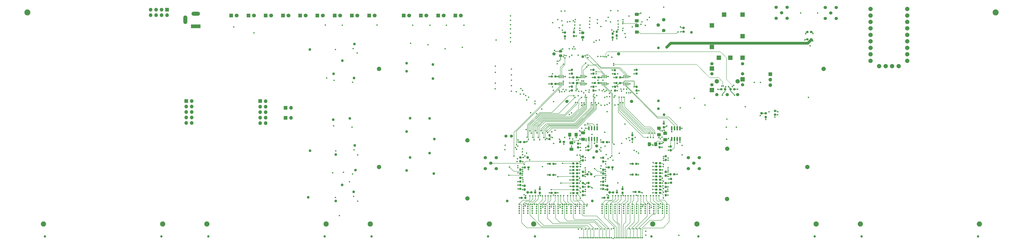
<source format=gbr>
G04 #@! TF.GenerationSoftware,KiCad,Pcbnew,5.1.10-88a1d61d58~88~ubuntu20.04.1*
G04 #@! TF.CreationDate,2021-08-11T10:22:43-04:00*
G04 #@! TF.ProjectId,readout_trenz,72656164-6f75-4745-9f74-72656e7a2e6b,rev?*
G04 #@! TF.SameCoordinates,Original*
G04 #@! TF.FileFunction,Copper,L6,Bot*
G04 #@! TF.FilePolarity,Positive*
%FSLAX46Y46*%
G04 Gerber Fmt 4.6, Leading zero omitted, Abs format (unit mm)*
G04 Created by KiCad (PCBNEW 5.1.10-88a1d61d58~88~ubuntu20.04.1) date 2021-08-11 10:22:43*
%MOMM*%
%LPD*%
G01*
G04 APERTURE LIST*
G04 #@! TA.AperFunction,ComponentPad*
%ADD10R,4.400000X1.800000*%
G04 #@! TD*
G04 #@! TA.AperFunction,ComponentPad*
%ADD11O,4.000000X1.800000*%
G04 #@! TD*
G04 #@! TA.AperFunction,ComponentPad*
%ADD12O,1.800000X4.000000*%
G04 #@! TD*
G04 #@! TA.AperFunction,ComponentPad*
%ADD13O,1.700000X1.700000*%
G04 #@! TD*
G04 #@! TA.AperFunction,ComponentPad*
%ADD14R,1.700000X1.700000*%
G04 #@! TD*
G04 #@! TA.AperFunction,ComponentPad*
%ADD15C,2.000000*%
G04 #@! TD*
G04 #@! TA.AperFunction,ComponentPad*
%ADD16C,1.400000*%
G04 #@! TD*
G04 #@! TA.AperFunction,WasherPad*
%ADD17C,2.794000*%
G04 #@! TD*
G04 #@! TA.AperFunction,WasherPad*
%ADD18C,2.000000*%
G04 #@! TD*
G04 #@! TA.AperFunction,ComponentPad*
%ADD19R,2.000000X2.000000*%
G04 #@! TD*
G04 #@! TA.AperFunction,ComponentPad*
%ADD20C,1.500000*%
G04 #@! TD*
G04 #@! TA.AperFunction,ComponentPad*
%ADD21C,1.620000*%
G04 #@! TD*
G04 #@! TA.AperFunction,ComponentPad*
%ADD22C,1.800000*%
G04 #@! TD*
G04 #@! TA.AperFunction,ComponentPad*
%ADD23R,1.800000X1.800000*%
G04 #@! TD*
G04 #@! TA.AperFunction,ComponentPad*
%ADD24C,1.100000*%
G04 #@! TD*
G04 #@! TA.AperFunction,ComponentPad*
%ADD25C,2.410000*%
G04 #@! TD*
G04 #@! TA.AperFunction,ComponentPad*
%ADD26C,1.524000*%
G04 #@! TD*
G04 #@! TA.AperFunction,SMDPad,CuDef*
%ADD27R,0.300000X1.600000*%
G04 #@! TD*
G04 #@! TA.AperFunction,ViaPad*
%ADD28C,1.270000*%
G04 #@! TD*
G04 #@! TA.AperFunction,ViaPad*
%ADD29C,0.635000*%
G04 #@! TD*
G04 #@! TA.AperFunction,Conductor*
%ADD30C,0.147320*%
G04 #@! TD*
G04 #@! TA.AperFunction,Conductor*
%ADD31C,0.110490*%
G04 #@! TD*
G04 #@! TA.AperFunction,Conductor*
%ADD32C,0.254000*%
G04 #@! TD*
G04 #@! TA.AperFunction,Conductor*
%ADD33C,1.270000*%
G04 #@! TD*
G04 APERTURE END LIST*
D10*
X183560000Y-110000000D03*
D11*
X183560000Y-104200000D03*
D12*
X178760000Y-107000000D03*
D13*
X215981600Y-144705400D03*
X213441600Y-149785400D03*
X215981600Y-152325400D03*
X213441600Y-147245400D03*
X213441600Y-152325400D03*
X215981600Y-147245400D03*
X215981600Y-154865400D03*
D14*
X213441600Y-144690000D03*
D13*
X215981600Y-149785400D03*
X213441600Y-154865400D03*
X181692200Y-144692400D03*
X179152200Y-149772400D03*
X181692200Y-152312400D03*
X179152200Y-147232400D03*
X179152200Y-152312400D03*
X181692200Y-147232400D03*
X181692200Y-154852400D03*
D14*
X179152200Y-144690000D03*
D13*
X181692200Y-149772400D03*
X179152200Y-154850000D03*
G04 #@! TA.AperFunction,SMDPad,CuDef*
G36*
G01*
X447662500Y-151550000D02*
X448137500Y-151550000D01*
G75*
G02*
X448375000Y-151787500I0J-237500D01*
G01*
X448375000Y-152362500D01*
G75*
G02*
X448137500Y-152600000I-237500J0D01*
G01*
X447662500Y-152600000D01*
G75*
G02*
X447425000Y-152362500I0J237500D01*
G01*
X447425000Y-151787500D01*
G75*
G02*
X447662500Y-151550000I237500J0D01*
G01*
G37*
G04 #@! TD.AperFunction*
G04 #@! TA.AperFunction,SMDPad,CuDef*
G36*
G01*
X447662500Y-149800000D02*
X448137500Y-149800000D01*
G75*
G02*
X448375000Y-150037500I0J-237500D01*
G01*
X448375000Y-150612500D01*
G75*
G02*
X448137500Y-150850000I-237500J0D01*
G01*
X447662500Y-150850000D01*
G75*
G02*
X447425000Y-150612500I0J237500D01*
G01*
X447425000Y-150037500D01*
G75*
G02*
X447662500Y-149800000I237500J0D01*
G01*
G37*
G04 #@! TD.AperFunction*
G04 #@! TA.AperFunction,SMDPad,CuDef*
G36*
G01*
X451962500Y-150450000D02*
X452437500Y-150450000D01*
G75*
G02*
X452675000Y-150687500I0J-237500D01*
G01*
X452675000Y-151262500D01*
G75*
G02*
X452437500Y-151500000I-237500J0D01*
G01*
X451962500Y-151500000D01*
G75*
G02*
X451725000Y-151262500I0J237500D01*
G01*
X451725000Y-150687500D01*
G75*
G02*
X451962500Y-150450000I237500J0D01*
G01*
G37*
G04 #@! TD.AperFunction*
G04 #@! TA.AperFunction,SMDPad,CuDef*
G36*
G01*
X451962500Y-148700000D02*
X452437500Y-148700000D01*
G75*
G02*
X452675000Y-148937500I0J-237500D01*
G01*
X452675000Y-149512500D01*
G75*
G02*
X452437500Y-149750000I-237500J0D01*
G01*
X451962500Y-149750000D01*
G75*
G02*
X451725000Y-149512500I0J237500D01*
G01*
X451725000Y-148937500D01*
G75*
G02*
X451962500Y-148700000I237500J0D01*
G01*
G37*
G04 #@! TD.AperFunction*
D15*
X513500000Y-102000000D03*
X513500000Y-114000000D03*
X513500000Y-111000000D03*
X513500000Y-123000000D03*
X513500000Y-108000000D03*
X513500000Y-105000000D03*
X513500000Y-117000000D03*
X513500000Y-120000000D03*
X513500000Y-126000000D03*
X496500000Y-114000000D03*
X496500000Y-102000000D03*
X496500000Y-108000000D03*
X496500000Y-105000000D03*
X496500000Y-111000000D03*
X496500000Y-123000000D03*
X496500000Y-117000000D03*
X496500000Y-126000000D03*
X496500000Y-120000000D03*
X500500000Y-128500000D03*
X509500000Y-128500000D03*
X506500000Y-128500000D03*
X503500000Y-128500000D03*
G04 #@! TA.AperFunction,SMDPad,CuDef*
G36*
G01*
X363805000Y-160105000D02*
X362555000Y-160105000D01*
G75*
G02*
X362305000Y-159855000I0J250000D01*
G01*
X362305000Y-158930000D01*
G75*
G02*
X362555000Y-158680000I250000J0D01*
G01*
X363805000Y-158680000D01*
G75*
G02*
X364055000Y-158930000I0J-250000D01*
G01*
X364055000Y-159855000D01*
G75*
G02*
X363805000Y-160105000I-250000J0D01*
G01*
G37*
G04 #@! TD.AperFunction*
G04 #@! TA.AperFunction,SMDPad,CuDef*
G36*
G01*
X363805000Y-163080000D02*
X362555000Y-163080000D01*
G75*
G02*
X362305000Y-162830000I0J250000D01*
G01*
X362305000Y-161905000D01*
G75*
G02*
X362555000Y-161655000I250000J0D01*
G01*
X363805000Y-161655000D01*
G75*
G02*
X364055000Y-161905000I0J-250000D01*
G01*
X364055000Y-162830000D01*
G75*
G02*
X363805000Y-163080000I-250000J0D01*
G01*
G37*
G04 #@! TD.AperFunction*
G04 #@! TA.AperFunction,SMDPad,CuDef*
G36*
G01*
X357715000Y-159615000D02*
X357715000Y-160865000D01*
G75*
G02*
X357465000Y-161115000I-250000J0D01*
G01*
X356540000Y-161115000D01*
G75*
G02*
X356290000Y-160865000I0J250000D01*
G01*
X356290000Y-159615000D01*
G75*
G02*
X356540000Y-159365000I250000J0D01*
G01*
X357465000Y-159365000D01*
G75*
G02*
X357715000Y-159615000I0J-250000D01*
G01*
G37*
G04 #@! TD.AperFunction*
G04 #@! TA.AperFunction,SMDPad,CuDef*
G36*
G01*
X360690000Y-159615000D02*
X360690000Y-160865000D01*
G75*
G02*
X360440000Y-161115000I-250000J0D01*
G01*
X359515000Y-161115000D01*
G75*
G02*
X359265000Y-160865000I0J250000D01*
G01*
X359265000Y-159615000D01*
G75*
G02*
X359515000Y-159365000I250000J0D01*
G01*
X360440000Y-159365000D01*
G75*
G02*
X360690000Y-159615000I0J-250000D01*
G01*
G37*
G04 #@! TD.AperFunction*
G04 #@! TA.AperFunction,SMDPad,CuDef*
G36*
G01*
X357175000Y-166285000D02*
X358425000Y-166285000D01*
G75*
G02*
X358675000Y-166535000I0J-250000D01*
G01*
X358675000Y-167460000D01*
G75*
G02*
X358425000Y-167710000I-250000J0D01*
G01*
X357175000Y-167710000D01*
G75*
G02*
X356925000Y-167460000I0J250000D01*
G01*
X356925000Y-166535000D01*
G75*
G02*
X357175000Y-166285000I250000J0D01*
G01*
G37*
G04 #@! TD.AperFunction*
G04 #@! TA.AperFunction,SMDPad,CuDef*
G36*
G01*
X357175000Y-163310000D02*
X358425000Y-163310000D01*
G75*
G02*
X358675000Y-163560000I0J-250000D01*
G01*
X358675000Y-164485000D01*
G75*
G02*
X358425000Y-164735000I-250000J0D01*
G01*
X357175000Y-164735000D01*
G75*
G02*
X356925000Y-164485000I0J250000D01*
G01*
X356925000Y-163560000D01*
G75*
G02*
X357175000Y-163310000I250000J0D01*
G01*
G37*
G04 #@! TD.AperFunction*
G04 #@! TA.AperFunction,SMDPad,CuDef*
G36*
G01*
X398995000Y-157975000D02*
X397745000Y-157975000D01*
G75*
G02*
X397495000Y-157725000I0J250000D01*
G01*
X397495000Y-156800000D01*
G75*
G02*
X397745000Y-156550000I250000J0D01*
G01*
X398995000Y-156550000D01*
G75*
G02*
X399245000Y-156800000I0J-250000D01*
G01*
X399245000Y-157725000D01*
G75*
G02*
X398995000Y-157975000I-250000J0D01*
G01*
G37*
G04 #@! TD.AperFunction*
G04 #@! TA.AperFunction,SMDPad,CuDef*
G36*
G01*
X398995000Y-160950000D02*
X397745000Y-160950000D01*
G75*
G02*
X397495000Y-160700000I0J250000D01*
G01*
X397495000Y-159775000D01*
G75*
G02*
X397745000Y-159525000I250000J0D01*
G01*
X398995000Y-159525000D01*
G75*
G02*
X399245000Y-159775000I0J-250000D01*
G01*
X399245000Y-160700000D01*
G75*
G02*
X398995000Y-160950000I-250000J0D01*
G01*
G37*
G04 #@! TD.AperFunction*
G04 #@! TA.AperFunction,SMDPad,CuDef*
G36*
G01*
X401875000Y-160325000D02*
X400625000Y-160325000D01*
G75*
G02*
X400375000Y-160075000I0J250000D01*
G01*
X400375000Y-159150000D01*
G75*
G02*
X400625000Y-158900000I250000J0D01*
G01*
X401875000Y-158900000D01*
G75*
G02*
X402125000Y-159150000I0J-250000D01*
G01*
X402125000Y-160075000D01*
G75*
G02*
X401875000Y-160325000I-250000J0D01*
G01*
G37*
G04 #@! TD.AperFunction*
G04 #@! TA.AperFunction,SMDPad,CuDef*
G36*
G01*
X401875000Y-163300000D02*
X400625000Y-163300000D01*
G75*
G02*
X400375000Y-163050000I0J250000D01*
G01*
X400375000Y-162125000D01*
G75*
G02*
X400625000Y-161875000I250000J0D01*
G01*
X401875000Y-161875000D01*
G75*
G02*
X402125000Y-162125000I0J-250000D01*
G01*
X402125000Y-163050000D01*
G75*
G02*
X401875000Y-163300000I-250000J0D01*
G01*
G37*
G04 #@! TD.AperFunction*
G04 #@! TA.AperFunction,SMDPad,CuDef*
G36*
G01*
X394605000Y-164045000D02*
X394605000Y-165295000D01*
G75*
G02*
X394355000Y-165545000I-250000J0D01*
G01*
X393430000Y-165545000D01*
G75*
G02*
X393180000Y-165295000I0J250000D01*
G01*
X393180000Y-164045000D01*
G75*
G02*
X393430000Y-163795000I250000J0D01*
G01*
X394355000Y-163795000D01*
G75*
G02*
X394605000Y-164045000I0J-250000D01*
G01*
G37*
G04 #@! TD.AperFunction*
G04 #@! TA.AperFunction,SMDPad,CuDef*
G36*
G01*
X397580000Y-164045000D02*
X397580000Y-165295000D01*
G75*
G02*
X397330000Y-165545000I-250000J0D01*
G01*
X396405000Y-165545000D01*
G75*
G02*
X396155000Y-165295000I0J250000D01*
G01*
X396155000Y-164045000D01*
G75*
G02*
X396405000Y-163795000I250000J0D01*
G01*
X397330000Y-163795000D01*
G75*
G02*
X397580000Y-164045000I0J-250000D01*
G01*
G37*
G04 #@! TD.AperFunction*
D13*
X450000000Y-137310000D03*
X450000000Y-134770000D03*
D14*
X450000000Y-132230000D03*
D16*
X327460000Y-160900000D03*
X330000000Y-160900000D03*
X369500000Y-168040000D03*
X369500000Y-165500000D03*
D15*
X467230000Y-175200000D03*
X474760000Y-129750000D03*
X429990000Y-190000000D03*
X430010000Y-166740000D03*
X309520000Y-189780000D03*
X309550000Y-162860000D03*
X268610000Y-175230000D03*
X268590000Y-129750000D03*
G04 #@! TA.AperFunction,SMDPad,CuDef*
G36*
G01*
X359940000Y-186007500D02*
X359940000Y-185532500D01*
G75*
G02*
X360177500Y-185295000I237500J0D01*
G01*
X360752500Y-185295000D01*
G75*
G02*
X360990000Y-185532500I0J-237500D01*
G01*
X360990000Y-186007500D01*
G75*
G02*
X360752500Y-186245000I-237500J0D01*
G01*
X360177500Y-186245000D01*
G75*
G02*
X359940000Y-186007500I0J237500D01*
G01*
G37*
G04 #@! TD.AperFunction*
G04 #@! TA.AperFunction,SMDPad,CuDef*
G36*
G01*
X358190000Y-186007500D02*
X358190000Y-185532500D01*
G75*
G02*
X358427500Y-185295000I237500J0D01*
G01*
X359002500Y-185295000D01*
G75*
G02*
X359240000Y-185532500I0J-237500D01*
G01*
X359240000Y-186007500D01*
G75*
G02*
X359002500Y-186245000I-237500J0D01*
G01*
X358427500Y-186245000D01*
G75*
G02*
X358190000Y-186007500I0J237500D01*
G01*
G37*
G04 #@! TD.AperFunction*
G04 #@! TA.AperFunction,SMDPad,CuDef*
G36*
G01*
X359940000Y-187537500D02*
X359940000Y-187062500D01*
G75*
G02*
X360177500Y-186825000I237500J0D01*
G01*
X360752500Y-186825000D01*
G75*
G02*
X360990000Y-187062500I0J-237500D01*
G01*
X360990000Y-187537500D01*
G75*
G02*
X360752500Y-187775000I-237500J0D01*
G01*
X360177500Y-187775000D01*
G75*
G02*
X359940000Y-187537500I0J237500D01*
G01*
G37*
G04 #@! TD.AperFunction*
G04 #@! TA.AperFunction,SMDPad,CuDef*
G36*
G01*
X358190000Y-187537500D02*
X358190000Y-187062500D01*
G75*
G02*
X358427500Y-186825000I237500J0D01*
G01*
X359002500Y-186825000D01*
G75*
G02*
X359240000Y-187062500I0J-237500D01*
G01*
X359240000Y-187537500D01*
G75*
G02*
X359002500Y-187775000I-237500J0D01*
G01*
X358427500Y-187775000D01*
G75*
G02*
X358190000Y-187537500I0J237500D01*
G01*
G37*
G04 #@! TD.AperFunction*
G04 #@! TA.AperFunction,SMDPad,CuDef*
G36*
G01*
X359900000Y-175307500D02*
X359900000Y-174832500D01*
G75*
G02*
X360137500Y-174595000I237500J0D01*
G01*
X360712500Y-174595000D01*
G75*
G02*
X360950000Y-174832500I0J-237500D01*
G01*
X360950000Y-175307500D01*
G75*
G02*
X360712500Y-175545000I-237500J0D01*
G01*
X360137500Y-175545000D01*
G75*
G02*
X359900000Y-175307500I0J237500D01*
G01*
G37*
G04 #@! TD.AperFunction*
G04 #@! TA.AperFunction,SMDPad,CuDef*
G36*
G01*
X358150000Y-175307500D02*
X358150000Y-174832500D01*
G75*
G02*
X358387500Y-174595000I237500J0D01*
G01*
X358962500Y-174595000D01*
G75*
G02*
X359200000Y-174832500I0J-237500D01*
G01*
X359200000Y-175307500D01*
G75*
G02*
X358962500Y-175545000I-237500J0D01*
G01*
X358387500Y-175545000D01*
G75*
G02*
X358150000Y-175307500I0J237500D01*
G01*
G37*
G04 #@! TD.AperFunction*
G04 #@! TA.AperFunction,SMDPad,CuDef*
G36*
G01*
X359900000Y-173777500D02*
X359900000Y-173302500D01*
G75*
G02*
X360137500Y-173065000I237500J0D01*
G01*
X360712500Y-173065000D01*
G75*
G02*
X360950000Y-173302500I0J-237500D01*
G01*
X360950000Y-173777500D01*
G75*
G02*
X360712500Y-174015000I-237500J0D01*
G01*
X360137500Y-174015000D01*
G75*
G02*
X359900000Y-173777500I0J237500D01*
G01*
G37*
G04 #@! TD.AperFunction*
G04 #@! TA.AperFunction,SMDPad,CuDef*
G36*
G01*
X358150000Y-173777500D02*
X358150000Y-173302500D01*
G75*
G02*
X358387500Y-173065000I237500J0D01*
G01*
X358962500Y-173065000D01*
G75*
G02*
X359200000Y-173302500I0J-237500D01*
G01*
X359200000Y-173777500D01*
G75*
G02*
X358962500Y-174015000I-237500J0D01*
G01*
X358387500Y-174015000D01*
G75*
G02*
X358150000Y-173777500I0J237500D01*
G01*
G37*
G04 #@! TD.AperFunction*
G04 #@! TA.AperFunction,SMDPad,CuDef*
G36*
G01*
X359910000Y-179887500D02*
X359910000Y-179412500D01*
G75*
G02*
X360147500Y-179175000I237500J0D01*
G01*
X360722500Y-179175000D01*
G75*
G02*
X360960000Y-179412500I0J-237500D01*
G01*
X360960000Y-179887500D01*
G75*
G02*
X360722500Y-180125000I-237500J0D01*
G01*
X360147500Y-180125000D01*
G75*
G02*
X359910000Y-179887500I0J237500D01*
G01*
G37*
G04 #@! TD.AperFunction*
G04 #@! TA.AperFunction,SMDPad,CuDef*
G36*
G01*
X358160000Y-179887500D02*
X358160000Y-179412500D01*
G75*
G02*
X358397500Y-179175000I237500J0D01*
G01*
X358972500Y-179175000D01*
G75*
G02*
X359210000Y-179412500I0J-237500D01*
G01*
X359210000Y-179887500D01*
G75*
G02*
X358972500Y-180125000I-237500J0D01*
G01*
X358397500Y-180125000D01*
G75*
G02*
X358160000Y-179887500I0J237500D01*
G01*
G37*
G04 #@! TD.AperFunction*
G04 #@! TA.AperFunction,SMDPad,CuDef*
G36*
G01*
X359920000Y-182947500D02*
X359920000Y-182472500D01*
G75*
G02*
X360157500Y-182235000I237500J0D01*
G01*
X360732500Y-182235000D01*
G75*
G02*
X360970000Y-182472500I0J-237500D01*
G01*
X360970000Y-182947500D01*
G75*
G02*
X360732500Y-183185000I-237500J0D01*
G01*
X360157500Y-183185000D01*
G75*
G02*
X359920000Y-182947500I0J237500D01*
G01*
G37*
G04 #@! TD.AperFunction*
G04 #@! TA.AperFunction,SMDPad,CuDef*
G36*
G01*
X358170000Y-182947500D02*
X358170000Y-182472500D01*
G75*
G02*
X358407500Y-182235000I237500J0D01*
G01*
X358982500Y-182235000D01*
G75*
G02*
X359220000Y-182472500I0J-237500D01*
G01*
X359220000Y-182947500D01*
G75*
G02*
X358982500Y-183185000I-237500J0D01*
G01*
X358407500Y-183185000D01*
G75*
G02*
X358170000Y-182947500I0J237500D01*
G01*
G37*
G04 #@! TD.AperFunction*
G04 #@! TA.AperFunction,SMDPad,CuDef*
G36*
G01*
X398350000Y-185927500D02*
X398350000Y-185452500D01*
G75*
G02*
X398587500Y-185215000I237500J0D01*
G01*
X399162500Y-185215000D01*
G75*
G02*
X399400000Y-185452500I0J-237500D01*
G01*
X399400000Y-185927500D01*
G75*
G02*
X399162500Y-186165000I-237500J0D01*
G01*
X398587500Y-186165000D01*
G75*
G02*
X398350000Y-185927500I0J237500D01*
G01*
G37*
G04 #@! TD.AperFunction*
G04 #@! TA.AperFunction,SMDPad,CuDef*
G36*
G01*
X396600000Y-185927500D02*
X396600000Y-185452500D01*
G75*
G02*
X396837500Y-185215000I237500J0D01*
G01*
X397412500Y-185215000D01*
G75*
G02*
X397650000Y-185452500I0J-237500D01*
G01*
X397650000Y-185927500D01*
G75*
G02*
X397412500Y-186165000I-237500J0D01*
G01*
X396837500Y-186165000D01*
G75*
G02*
X396600000Y-185927500I0J237500D01*
G01*
G37*
G04 #@! TD.AperFunction*
G04 #@! TA.AperFunction,SMDPad,CuDef*
G36*
G01*
X398330000Y-187437500D02*
X398330000Y-186962500D01*
G75*
G02*
X398567500Y-186725000I237500J0D01*
G01*
X399142500Y-186725000D01*
G75*
G02*
X399380000Y-186962500I0J-237500D01*
G01*
X399380000Y-187437500D01*
G75*
G02*
X399142500Y-187675000I-237500J0D01*
G01*
X398567500Y-187675000D01*
G75*
G02*
X398330000Y-187437500I0J237500D01*
G01*
G37*
G04 #@! TD.AperFunction*
G04 #@! TA.AperFunction,SMDPad,CuDef*
G36*
G01*
X396580000Y-187437500D02*
X396580000Y-186962500D01*
G75*
G02*
X396817500Y-186725000I237500J0D01*
G01*
X397392500Y-186725000D01*
G75*
G02*
X397630000Y-186962500I0J-237500D01*
G01*
X397630000Y-187437500D01*
G75*
G02*
X397392500Y-187675000I-237500J0D01*
G01*
X396817500Y-187675000D01*
G75*
G02*
X396580000Y-187437500I0J237500D01*
G01*
G37*
G04 #@! TD.AperFunction*
G04 #@! TA.AperFunction,SMDPad,CuDef*
G36*
G01*
X398350000Y-175207500D02*
X398350000Y-174732500D01*
G75*
G02*
X398587500Y-174495000I237500J0D01*
G01*
X399162500Y-174495000D01*
G75*
G02*
X399400000Y-174732500I0J-237500D01*
G01*
X399400000Y-175207500D01*
G75*
G02*
X399162500Y-175445000I-237500J0D01*
G01*
X398587500Y-175445000D01*
G75*
G02*
X398350000Y-175207500I0J237500D01*
G01*
G37*
G04 #@! TD.AperFunction*
G04 #@! TA.AperFunction,SMDPad,CuDef*
G36*
G01*
X396600000Y-175207500D02*
X396600000Y-174732500D01*
G75*
G02*
X396837500Y-174495000I237500J0D01*
G01*
X397412500Y-174495000D01*
G75*
G02*
X397650000Y-174732500I0J-237500D01*
G01*
X397650000Y-175207500D01*
G75*
G02*
X397412500Y-175445000I-237500J0D01*
G01*
X396837500Y-175445000D01*
G75*
G02*
X396600000Y-175207500I0J237500D01*
G01*
G37*
G04 #@! TD.AperFunction*
G04 #@! TA.AperFunction,SMDPad,CuDef*
G36*
G01*
X398350000Y-173677500D02*
X398350000Y-173202500D01*
G75*
G02*
X398587500Y-172965000I237500J0D01*
G01*
X399162500Y-172965000D01*
G75*
G02*
X399400000Y-173202500I0J-237500D01*
G01*
X399400000Y-173677500D01*
G75*
G02*
X399162500Y-173915000I-237500J0D01*
G01*
X398587500Y-173915000D01*
G75*
G02*
X398350000Y-173677500I0J237500D01*
G01*
G37*
G04 #@! TD.AperFunction*
G04 #@! TA.AperFunction,SMDPad,CuDef*
G36*
G01*
X396600000Y-173677500D02*
X396600000Y-173202500D01*
G75*
G02*
X396837500Y-172965000I237500J0D01*
G01*
X397412500Y-172965000D01*
G75*
G02*
X397650000Y-173202500I0J-237500D01*
G01*
X397650000Y-173677500D01*
G75*
G02*
X397412500Y-173915000I-237500J0D01*
G01*
X396837500Y-173915000D01*
G75*
G02*
X396600000Y-173677500I0J237500D01*
G01*
G37*
G04 #@! TD.AperFunction*
G04 #@! TA.AperFunction,SMDPad,CuDef*
G36*
G01*
X398350000Y-179817500D02*
X398350000Y-179342500D01*
G75*
G02*
X398587500Y-179105000I237500J0D01*
G01*
X399162500Y-179105000D01*
G75*
G02*
X399400000Y-179342500I0J-237500D01*
G01*
X399400000Y-179817500D01*
G75*
G02*
X399162500Y-180055000I-237500J0D01*
G01*
X398587500Y-180055000D01*
G75*
G02*
X398350000Y-179817500I0J237500D01*
G01*
G37*
G04 #@! TD.AperFunction*
G04 #@! TA.AperFunction,SMDPad,CuDef*
G36*
G01*
X396600000Y-179817500D02*
X396600000Y-179342500D01*
G75*
G02*
X396837500Y-179105000I237500J0D01*
G01*
X397412500Y-179105000D01*
G75*
G02*
X397650000Y-179342500I0J-237500D01*
G01*
X397650000Y-179817500D01*
G75*
G02*
X397412500Y-180055000I-237500J0D01*
G01*
X396837500Y-180055000D01*
G75*
G02*
X396600000Y-179817500I0J237500D01*
G01*
G37*
G04 #@! TD.AperFunction*
G04 #@! TA.AperFunction,SMDPad,CuDef*
G36*
G01*
X398360000Y-182867500D02*
X398360000Y-182392500D01*
G75*
G02*
X398597500Y-182155000I237500J0D01*
G01*
X399172500Y-182155000D01*
G75*
G02*
X399410000Y-182392500I0J-237500D01*
G01*
X399410000Y-182867500D01*
G75*
G02*
X399172500Y-183105000I-237500J0D01*
G01*
X398597500Y-183105000D01*
G75*
G02*
X398360000Y-182867500I0J237500D01*
G01*
G37*
G04 #@! TD.AperFunction*
G04 #@! TA.AperFunction,SMDPad,CuDef*
G36*
G01*
X396610000Y-182867500D02*
X396610000Y-182392500D01*
G75*
G02*
X396847500Y-182155000I237500J0D01*
G01*
X397422500Y-182155000D01*
G75*
G02*
X397660000Y-182392500I0J-237500D01*
G01*
X397660000Y-182867500D01*
G75*
G02*
X397422500Y-183105000I-237500J0D01*
G01*
X396847500Y-183105000D01*
G75*
G02*
X396610000Y-182867500I0J237500D01*
G01*
G37*
G04 #@! TD.AperFunction*
D17*
X554500000Y-103570000D03*
X105500000Y-103570000D03*
G04 #@! TA.AperFunction,SMDPad,CuDef*
G36*
G01*
X340450000Y-187227500D02*
X340450000Y-186752500D01*
G75*
G02*
X340687500Y-186515000I237500J0D01*
G01*
X341262500Y-186515000D01*
G75*
G02*
X341500000Y-186752500I0J-237500D01*
G01*
X341500000Y-187227500D01*
G75*
G02*
X341262500Y-187465000I-237500J0D01*
G01*
X340687500Y-187465000D01*
G75*
G02*
X340450000Y-187227500I0J237500D01*
G01*
G37*
G04 #@! TD.AperFunction*
G04 #@! TA.AperFunction,SMDPad,CuDef*
G36*
G01*
X338700000Y-187227500D02*
X338700000Y-186752500D01*
G75*
G02*
X338937500Y-186515000I237500J0D01*
G01*
X339512500Y-186515000D01*
G75*
G02*
X339750000Y-186752500I0J-237500D01*
G01*
X339750000Y-187227500D01*
G75*
G02*
X339512500Y-187465000I-237500J0D01*
G01*
X338937500Y-187465000D01*
G75*
G02*
X338700000Y-187227500I0J237500D01*
G01*
G37*
G04 #@! TD.AperFunction*
G04 #@! TA.AperFunction,SMDPad,CuDef*
G36*
G01*
X378350000Y-187237500D02*
X378350000Y-186762500D01*
G75*
G02*
X378587500Y-186525000I237500J0D01*
G01*
X379162500Y-186525000D01*
G75*
G02*
X379400000Y-186762500I0J-237500D01*
G01*
X379400000Y-187237500D01*
G75*
G02*
X379162500Y-187475000I-237500J0D01*
G01*
X378587500Y-187475000D01*
G75*
G02*
X378350000Y-187237500I0J237500D01*
G01*
G37*
G04 #@! TD.AperFunction*
G04 #@! TA.AperFunction,SMDPad,CuDef*
G36*
G01*
X376600000Y-187237500D02*
X376600000Y-186762500D01*
G75*
G02*
X376837500Y-186525000I237500J0D01*
G01*
X377412500Y-186525000D01*
G75*
G02*
X377650000Y-186762500I0J-237500D01*
G01*
X377650000Y-187237500D01*
G75*
G02*
X377412500Y-187475000I-237500J0D01*
G01*
X376837500Y-187475000D01*
G75*
G02*
X376600000Y-187237500I0J237500D01*
G01*
G37*
G04 #@! TD.AperFunction*
D18*
X425250000Y-135480000D03*
X434850000Y-135480000D03*
D19*
X437175000Y-134580000D03*
X437175000Y-124580000D03*
X437175000Y-114580000D03*
X437175000Y-104580000D03*
D20*
X430050000Y-141680000D03*
X434850000Y-141680000D03*
X425250000Y-141680000D03*
D19*
X422925000Y-139580000D03*
X422925000Y-129580000D03*
X422925000Y-119580000D03*
X422925000Y-109580000D03*
X428600000Y-104580000D03*
X426100000Y-124580000D03*
X431500000Y-124580000D03*
D20*
X422925000Y-137080000D03*
X437175000Y-137080000D03*
X437175000Y-132080000D03*
X437175000Y-127380000D03*
X422925000Y-127380000D03*
X422925000Y-132080000D03*
X379675000Y-122850000D03*
X349725000Y-122850000D03*
X355725000Y-144850000D03*
X385675000Y-144850000D03*
G04 #@! TA.AperFunction,SMDPad,CuDef*
G36*
G01*
X388700000Y-105175000D02*
X387450000Y-105175000D01*
G75*
G02*
X387200000Y-104925000I0J250000D01*
G01*
X387200000Y-104000000D01*
G75*
G02*
X387450000Y-103750000I250000J0D01*
G01*
X388700000Y-103750000D01*
G75*
G02*
X388950000Y-104000000I0J-250000D01*
G01*
X388950000Y-104925000D01*
G75*
G02*
X388700000Y-105175000I-250000J0D01*
G01*
G37*
G04 #@! TD.AperFunction*
G04 #@! TA.AperFunction,SMDPad,CuDef*
G36*
G01*
X388700000Y-108150000D02*
X387450000Y-108150000D01*
G75*
G02*
X387200000Y-107900000I0J250000D01*
G01*
X387200000Y-106975000D01*
G75*
G02*
X387450000Y-106725000I250000J0D01*
G01*
X388700000Y-106725000D01*
G75*
G02*
X388950000Y-106975000I0J-250000D01*
G01*
X388950000Y-107900000D01*
G75*
G02*
X388700000Y-108150000I-250000J0D01*
G01*
G37*
G04 #@! TD.AperFunction*
G04 #@! TA.AperFunction,SMDPad,CuDef*
G36*
G01*
X388750000Y-110425000D02*
X387500000Y-110425000D01*
G75*
G02*
X387250000Y-110175000I0J250000D01*
G01*
X387250000Y-109250000D01*
G75*
G02*
X387500000Y-109000000I250000J0D01*
G01*
X388750000Y-109000000D01*
G75*
G02*
X389000000Y-109250000I0J-250000D01*
G01*
X389000000Y-110175000D01*
G75*
G02*
X388750000Y-110425000I-250000J0D01*
G01*
G37*
G04 #@! TD.AperFunction*
G04 #@! TA.AperFunction,SMDPad,CuDef*
G36*
G01*
X388750000Y-113400000D02*
X387500000Y-113400000D01*
G75*
G02*
X387250000Y-113150000I0J250000D01*
G01*
X387250000Y-112225000D01*
G75*
G02*
X387500000Y-111975000I250000J0D01*
G01*
X388750000Y-111975000D01*
G75*
G02*
X389000000Y-112225000I0J-250000D01*
G01*
X389000000Y-113150000D01*
G75*
G02*
X388750000Y-113400000I-250000J0D01*
G01*
G37*
G04 #@! TD.AperFunction*
D21*
X400550000Y-111950000D03*
X398050000Y-109450000D03*
X400550000Y-106950000D03*
G04 #@! TA.AperFunction,SMDPad,CuDef*
G36*
G01*
X410037500Y-111275000D02*
X409562500Y-111275000D01*
G75*
G02*
X409325000Y-111037500I0J237500D01*
G01*
X409325000Y-110462500D01*
G75*
G02*
X409562500Y-110225000I237500J0D01*
G01*
X410037500Y-110225000D01*
G75*
G02*
X410275000Y-110462500I0J-237500D01*
G01*
X410275000Y-111037500D01*
G75*
G02*
X410037500Y-111275000I-237500J0D01*
G01*
G37*
G04 #@! TD.AperFunction*
G04 #@! TA.AperFunction,SMDPad,CuDef*
G36*
G01*
X410037500Y-113025000D02*
X409562500Y-113025000D01*
G75*
G02*
X409325000Y-112787500I0J237500D01*
G01*
X409325000Y-112212500D01*
G75*
G02*
X409562500Y-111975000I237500J0D01*
G01*
X410037500Y-111975000D01*
G75*
G02*
X410275000Y-112212500I0J-237500D01*
G01*
X410275000Y-112787500D01*
G75*
G02*
X410037500Y-113025000I-237500J0D01*
G01*
G37*
G04 #@! TD.AperFunction*
D22*
X242540000Y-105000000D03*
D23*
X240000000Y-105000000D03*
D13*
X162680000Y-104840000D03*
X162680000Y-102300000D03*
X165220000Y-104840000D03*
X165220000Y-102300000D03*
X167760000Y-104840000D03*
X167760000Y-102300000D03*
X170300000Y-104840000D03*
D14*
X170300000Y-102300000D03*
D24*
X394875000Y-207380000D03*
D25*
X395500000Y-201600000D03*
D24*
X340875000Y-207380000D03*
D25*
X340250000Y-201600000D03*
G04 #@! TA.AperFunction,SMDPad,CuDef*
G36*
G01*
X371827500Y-192220000D02*
X372172500Y-192220000D01*
G75*
G02*
X372320000Y-192367500I0J-147500D01*
G01*
X372320000Y-192662500D01*
G75*
G02*
X372172500Y-192810000I-147500J0D01*
G01*
X371827500Y-192810000D01*
G75*
G02*
X371680000Y-192662500I0J147500D01*
G01*
X371680000Y-192367500D01*
G75*
G02*
X371827500Y-192220000I147500J0D01*
G01*
G37*
G04 #@! TD.AperFunction*
G04 #@! TA.AperFunction,SMDPad,CuDef*
G36*
G01*
X371827500Y-193190000D02*
X372172500Y-193190000D01*
G75*
G02*
X372320000Y-193337500I0J-147500D01*
G01*
X372320000Y-193632500D01*
G75*
G02*
X372172500Y-193780000I-147500J0D01*
G01*
X371827500Y-193780000D01*
G75*
G02*
X371680000Y-193632500I0J147500D01*
G01*
X371680000Y-193337500D01*
G75*
G02*
X371827500Y-193190000I147500J0D01*
G01*
G37*
G04 #@! TD.AperFunction*
G04 #@! TA.AperFunction,SMDPad,CuDef*
G36*
G01*
X373827500Y-193190000D02*
X374172500Y-193190000D01*
G75*
G02*
X374320000Y-193337500I0J-147500D01*
G01*
X374320000Y-193632500D01*
G75*
G02*
X374172500Y-193780000I-147500J0D01*
G01*
X373827500Y-193780000D01*
G75*
G02*
X373680000Y-193632500I0J147500D01*
G01*
X373680000Y-193337500D01*
G75*
G02*
X373827500Y-193190000I147500J0D01*
G01*
G37*
G04 #@! TD.AperFunction*
G04 #@! TA.AperFunction,SMDPad,CuDef*
G36*
G01*
X373827500Y-192220000D02*
X374172500Y-192220000D01*
G75*
G02*
X374320000Y-192367500I0J-147500D01*
G01*
X374320000Y-192662500D01*
G75*
G02*
X374172500Y-192810000I-147500J0D01*
G01*
X373827500Y-192810000D01*
G75*
G02*
X373680000Y-192662500I0J147500D01*
G01*
X373680000Y-192367500D01*
G75*
G02*
X373827500Y-192220000I147500J0D01*
G01*
G37*
G04 #@! TD.AperFunction*
G04 #@! TA.AperFunction,SMDPad,CuDef*
G36*
G01*
X375827500Y-192220000D02*
X376172500Y-192220000D01*
G75*
G02*
X376320000Y-192367500I0J-147500D01*
G01*
X376320000Y-192662500D01*
G75*
G02*
X376172500Y-192810000I-147500J0D01*
G01*
X375827500Y-192810000D01*
G75*
G02*
X375680000Y-192662500I0J147500D01*
G01*
X375680000Y-192367500D01*
G75*
G02*
X375827500Y-192220000I147500J0D01*
G01*
G37*
G04 #@! TD.AperFunction*
G04 #@! TA.AperFunction,SMDPad,CuDef*
G36*
G01*
X375827500Y-193190000D02*
X376172500Y-193190000D01*
G75*
G02*
X376320000Y-193337500I0J-147500D01*
G01*
X376320000Y-193632500D01*
G75*
G02*
X376172500Y-193780000I-147500J0D01*
G01*
X375827500Y-193780000D01*
G75*
G02*
X375680000Y-193632500I0J147500D01*
G01*
X375680000Y-193337500D01*
G75*
G02*
X375827500Y-193190000I147500J0D01*
G01*
G37*
G04 #@! TD.AperFunction*
G04 #@! TA.AperFunction,SMDPad,CuDef*
G36*
G01*
X377827500Y-193190000D02*
X378172500Y-193190000D01*
G75*
G02*
X378320000Y-193337500I0J-147500D01*
G01*
X378320000Y-193632500D01*
G75*
G02*
X378172500Y-193780000I-147500J0D01*
G01*
X377827500Y-193780000D01*
G75*
G02*
X377680000Y-193632500I0J147500D01*
G01*
X377680000Y-193337500D01*
G75*
G02*
X377827500Y-193190000I147500J0D01*
G01*
G37*
G04 #@! TD.AperFunction*
G04 #@! TA.AperFunction,SMDPad,CuDef*
G36*
G01*
X377827500Y-192220000D02*
X378172500Y-192220000D01*
G75*
G02*
X378320000Y-192367500I0J-147500D01*
G01*
X378320000Y-192662500D01*
G75*
G02*
X378172500Y-192810000I-147500J0D01*
G01*
X377827500Y-192810000D01*
G75*
G02*
X377680000Y-192662500I0J147500D01*
G01*
X377680000Y-192367500D01*
G75*
G02*
X377827500Y-192220000I147500J0D01*
G01*
G37*
G04 #@! TD.AperFunction*
G04 #@! TA.AperFunction,SMDPad,CuDef*
G36*
G01*
X379827500Y-192220000D02*
X380172500Y-192220000D01*
G75*
G02*
X380320000Y-192367500I0J-147500D01*
G01*
X380320000Y-192662500D01*
G75*
G02*
X380172500Y-192810000I-147500J0D01*
G01*
X379827500Y-192810000D01*
G75*
G02*
X379680000Y-192662500I0J147500D01*
G01*
X379680000Y-192367500D01*
G75*
G02*
X379827500Y-192220000I147500J0D01*
G01*
G37*
G04 #@! TD.AperFunction*
G04 #@! TA.AperFunction,SMDPad,CuDef*
G36*
G01*
X379827500Y-193190000D02*
X380172500Y-193190000D01*
G75*
G02*
X380320000Y-193337500I0J-147500D01*
G01*
X380320000Y-193632500D01*
G75*
G02*
X380172500Y-193780000I-147500J0D01*
G01*
X379827500Y-193780000D01*
G75*
G02*
X379680000Y-193632500I0J147500D01*
G01*
X379680000Y-193337500D01*
G75*
G02*
X379827500Y-193190000I147500J0D01*
G01*
G37*
G04 #@! TD.AperFunction*
G04 #@! TA.AperFunction,SMDPad,CuDef*
G36*
G01*
X381827500Y-193190000D02*
X382172500Y-193190000D01*
G75*
G02*
X382320000Y-193337500I0J-147500D01*
G01*
X382320000Y-193632500D01*
G75*
G02*
X382172500Y-193780000I-147500J0D01*
G01*
X381827500Y-193780000D01*
G75*
G02*
X381680000Y-193632500I0J147500D01*
G01*
X381680000Y-193337500D01*
G75*
G02*
X381827500Y-193190000I147500J0D01*
G01*
G37*
G04 #@! TD.AperFunction*
G04 #@! TA.AperFunction,SMDPad,CuDef*
G36*
G01*
X381827500Y-192220000D02*
X382172500Y-192220000D01*
G75*
G02*
X382320000Y-192367500I0J-147500D01*
G01*
X382320000Y-192662500D01*
G75*
G02*
X382172500Y-192810000I-147500J0D01*
G01*
X381827500Y-192810000D01*
G75*
G02*
X381680000Y-192662500I0J147500D01*
G01*
X381680000Y-192367500D01*
G75*
G02*
X381827500Y-192220000I147500J0D01*
G01*
G37*
G04 #@! TD.AperFunction*
G04 #@! TA.AperFunction,SMDPad,CuDef*
G36*
G01*
X383827500Y-192220000D02*
X384172500Y-192220000D01*
G75*
G02*
X384320000Y-192367500I0J-147500D01*
G01*
X384320000Y-192662500D01*
G75*
G02*
X384172500Y-192810000I-147500J0D01*
G01*
X383827500Y-192810000D01*
G75*
G02*
X383680000Y-192662500I0J147500D01*
G01*
X383680000Y-192367500D01*
G75*
G02*
X383827500Y-192220000I147500J0D01*
G01*
G37*
G04 #@! TD.AperFunction*
G04 #@! TA.AperFunction,SMDPad,CuDef*
G36*
G01*
X383827500Y-193190000D02*
X384172500Y-193190000D01*
G75*
G02*
X384320000Y-193337500I0J-147500D01*
G01*
X384320000Y-193632500D01*
G75*
G02*
X384172500Y-193780000I-147500J0D01*
G01*
X383827500Y-193780000D01*
G75*
G02*
X383680000Y-193632500I0J147500D01*
G01*
X383680000Y-193337500D01*
G75*
G02*
X383827500Y-193190000I147500J0D01*
G01*
G37*
G04 #@! TD.AperFunction*
G04 #@! TA.AperFunction,SMDPad,CuDef*
G36*
G01*
X385827500Y-193190000D02*
X386172500Y-193190000D01*
G75*
G02*
X386320000Y-193337500I0J-147500D01*
G01*
X386320000Y-193632500D01*
G75*
G02*
X386172500Y-193780000I-147500J0D01*
G01*
X385827500Y-193780000D01*
G75*
G02*
X385680000Y-193632500I0J147500D01*
G01*
X385680000Y-193337500D01*
G75*
G02*
X385827500Y-193190000I147500J0D01*
G01*
G37*
G04 #@! TD.AperFunction*
G04 #@! TA.AperFunction,SMDPad,CuDef*
G36*
G01*
X385827500Y-192220000D02*
X386172500Y-192220000D01*
G75*
G02*
X386320000Y-192367500I0J-147500D01*
G01*
X386320000Y-192662500D01*
G75*
G02*
X386172500Y-192810000I-147500J0D01*
G01*
X385827500Y-192810000D01*
G75*
G02*
X385680000Y-192662500I0J147500D01*
G01*
X385680000Y-192367500D01*
G75*
G02*
X385827500Y-192220000I147500J0D01*
G01*
G37*
G04 #@! TD.AperFunction*
G04 #@! TA.AperFunction,SMDPad,CuDef*
G36*
G01*
X387827500Y-193190000D02*
X388172500Y-193190000D01*
G75*
G02*
X388320000Y-193337500I0J-147500D01*
G01*
X388320000Y-193632500D01*
G75*
G02*
X388172500Y-193780000I-147500J0D01*
G01*
X387827500Y-193780000D01*
G75*
G02*
X387680000Y-193632500I0J147500D01*
G01*
X387680000Y-193337500D01*
G75*
G02*
X387827500Y-193190000I147500J0D01*
G01*
G37*
G04 #@! TD.AperFunction*
G04 #@! TA.AperFunction,SMDPad,CuDef*
G36*
G01*
X387827500Y-192220000D02*
X388172500Y-192220000D01*
G75*
G02*
X388320000Y-192367500I0J-147500D01*
G01*
X388320000Y-192662500D01*
G75*
G02*
X388172500Y-192810000I-147500J0D01*
G01*
X387827500Y-192810000D01*
G75*
G02*
X387680000Y-192662500I0J147500D01*
G01*
X387680000Y-192367500D01*
G75*
G02*
X387827500Y-192220000I147500J0D01*
G01*
G37*
G04 #@! TD.AperFunction*
G04 #@! TA.AperFunction,SMDPad,CuDef*
G36*
G01*
X389827500Y-192220000D02*
X390172500Y-192220000D01*
G75*
G02*
X390320000Y-192367500I0J-147500D01*
G01*
X390320000Y-192662500D01*
G75*
G02*
X390172500Y-192810000I-147500J0D01*
G01*
X389827500Y-192810000D01*
G75*
G02*
X389680000Y-192662500I0J147500D01*
G01*
X389680000Y-192367500D01*
G75*
G02*
X389827500Y-192220000I147500J0D01*
G01*
G37*
G04 #@! TD.AperFunction*
G04 #@! TA.AperFunction,SMDPad,CuDef*
G36*
G01*
X389827500Y-193190000D02*
X390172500Y-193190000D01*
G75*
G02*
X390320000Y-193337500I0J-147500D01*
G01*
X390320000Y-193632500D01*
G75*
G02*
X390172500Y-193780000I-147500J0D01*
G01*
X389827500Y-193780000D01*
G75*
G02*
X389680000Y-193632500I0J147500D01*
G01*
X389680000Y-193337500D01*
G75*
G02*
X389827500Y-193190000I147500J0D01*
G01*
G37*
G04 #@! TD.AperFunction*
G04 #@! TA.AperFunction,SMDPad,CuDef*
G36*
G01*
X391827500Y-192220000D02*
X392172500Y-192220000D01*
G75*
G02*
X392320000Y-192367500I0J-147500D01*
G01*
X392320000Y-192662500D01*
G75*
G02*
X392172500Y-192810000I-147500J0D01*
G01*
X391827500Y-192810000D01*
G75*
G02*
X391680000Y-192662500I0J147500D01*
G01*
X391680000Y-192367500D01*
G75*
G02*
X391827500Y-192220000I147500J0D01*
G01*
G37*
G04 #@! TD.AperFunction*
G04 #@! TA.AperFunction,SMDPad,CuDef*
G36*
G01*
X391827500Y-193190000D02*
X392172500Y-193190000D01*
G75*
G02*
X392320000Y-193337500I0J-147500D01*
G01*
X392320000Y-193632500D01*
G75*
G02*
X392172500Y-193780000I-147500J0D01*
G01*
X391827500Y-193780000D01*
G75*
G02*
X391680000Y-193632500I0J147500D01*
G01*
X391680000Y-193337500D01*
G75*
G02*
X391827500Y-193190000I147500J0D01*
G01*
G37*
G04 #@! TD.AperFunction*
G04 #@! TA.AperFunction,SMDPad,CuDef*
G36*
G01*
X393827500Y-193190000D02*
X394172500Y-193190000D01*
G75*
G02*
X394320000Y-193337500I0J-147500D01*
G01*
X394320000Y-193632500D01*
G75*
G02*
X394172500Y-193780000I-147500J0D01*
G01*
X393827500Y-193780000D01*
G75*
G02*
X393680000Y-193632500I0J147500D01*
G01*
X393680000Y-193337500D01*
G75*
G02*
X393827500Y-193190000I147500J0D01*
G01*
G37*
G04 #@! TD.AperFunction*
G04 #@! TA.AperFunction,SMDPad,CuDef*
G36*
G01*
X393827500Y-192220000D02*
X394172500Y-192220000D01*
G75*
G02*
X394320000Y-192367500I0J-147500D01*
G01*
X394320000Y-192662500D01*
G75*
G02*
X394172500Y-192810000I-147500J0D01*
G01*
X393827500Y-192810000D01*
G75*
G02*
X393680000Y-192662500I0J147500D01*
G01*
X393680000Y-192367500D01*
G75*
G02*
X393827500Y-192220000I147500J0D01*
G01*
G37*
G04 #@! TD.AperFunction*
G04 #@! TA.AperFunction,SMDPad,CuDef*
G36*
G01*
X395827500Y-192220000D02*
X396172500Y-192220000D01*
G75*
G02*
X396320000Y-192367500I0J-147500D01*
G01*
X396320000Y-192662500D01*
G75*
G02*
X396172500Y-192810000I-147500J0D01*
G01*
X395827500Y-192810000D01*
G75*
G02*
X395680000Y-192662500I0J147500D01*
G01*
X395680000Y-192367500D01*
G75*
G02*
X395827500Y-192220000I147500J0D01*
G01*
G37*
G04 #@! TD.AperFunction*
G04 #@! TA.AperFunction,SMDPad,CuDef*
G36*
G01*
X395827500Y-193190000D02*
X396172500Y-193190000D01*
G75*
G02*
X396320000Y-193337500I0J-147500D01*
G01*
X396320000Y-193632500D01*
G75*
G02*
X396172500Y-193780000I-147500J0D01*
G01*
X395827500Y-193780000D01*
G75*
G02*
X395680000Y-193632500I0J147500D01*
G01*
X395680000Y-193337500D01*
G75*
G02*
X395827500Y-193190000I147500J0D01*
G01*
G37*
G04 #@! TD.AperFunction*
G04 #@! TA.AperFunction,SMDPad,CuDef*
G36*
G01*
X397827500Y-193190000D02*
X398172500Y-193190000D01*
G75*
G02*
X398320000Y-193337500I0J-147500D01*
G01*
X398320000Y-193632500D01*
G75*
G02*
X398172500Y-193780000I-147500J0D01*
G01*
X397827500Y-193780000D01*
G75*
G02*
X397680000Y-193632500I0J147500D01*
G01*
X397680000Y-193337500D01*
G75*
G02*
X397827500Y-193190000I147500J0D01*
G01*
G37*
G04 #@! TD.AperFunction*
G04 #@! TA.AperFunction,SMDPad,CuDef*
G36*
G01*
X397827500Y-192220000D02*
X398172500Y-192220000D01*
G75*
G02*
X398320000Y-192367500I0J-147500D01*
G01*
X398320000Y-192662500D01*
G75*
G02*
X398172500Y-192810000I-147500J0D01*
G01*
X397827500Y-192810000D01*
G75*
G02*
X397680000Y-192662500I0J147500D01*
G01*
X397680000Y-192367500D01*
G75*
G02*
X397827500Y-192220000I147500J0D01*
G01*
G37*
G04 #@! TD.AperFunction*
G04 #@! TA.AperFunction,SMDPad,CuDef*
G36*
G01*
X399827500Y-193190000D02*
X400172500Y-193190000D01*
G75*
G02*
X400320000Y-193337500I0J-147500D01*
G01*
X400320000Y-193632500D01*
G75*
G02*
X400172500Y-193780000I-147500J0D01*
G01*
X399827500Y-193780000D01*
G75*
G02*
X399680000Y-193632500I0J147500D01*
G01*
X399680000Y-193337500D01*
G75*
G02*
X399827500Y-193190000I147500J0D01*
G01*
G37*
G04 #@! TD.AperFunction*
G04 #@! TA.AperFunction,SMDPad,CuDef*
G36*
G01*
X399827500Y-192220000D02*
X400172500Y-192220000D01*
G75*
G02*
X400320000Y-192367500I0J-147500D01*
G01*
X400320000Y-192662500D01*
G75*
G02*
X400172500Y-192810000I-147500J0D01*
G01*
X399827500Y-192810000D01*
G75*
G02*
X399680000Y-192662500I0J147500D01*
G01*
X399680000Y-192367500D01*
G75*
G02*
X399827500Y-192220000I147500J0D01*
G01*
G37*
G04 #@! TD.AperFunction*
G04 #@! TA.AperFunction,SMDPad,CuDef*
G36*
G01*
X401827500Y-192220000D02*
X402172500Y-192220000D01*
G75*
G02*
X402320000Y-192367500I0J-147500D01*
G01*
X402320000Y-192662500D01*
G75*
G02*
X402172500Y-192810000I-147500J0D01*
G01*
X401827500Y-192810000D01*
G75*
G02*
X401680000Y-192662500I0J147500D01*
G01*
X401680000Y-192367500D01*
G75*
G02*
X401827500Y-192220000I147500J0D01*
G01*
G37*
G04 #@! TD.AperFunction*
G04 #@! TA.AperFunction,SMDPad,CuDef*
G36*
G01*
X401827500Y-193190000D02*
X402172500Y-193190000D01*
G75*
G02*
X402320000Y-193337500I0J-147500D01*
G01*
X402320000Y-193632500D01*
G75*
G02*
X402172500Y-193780000I-147500J0D01*
G01*
X401827500Y-193780000D01*
G75*
G02*
X401680000Y-193632500I0J147500D01*
G01*
X401680000Y-193337500D01*
G75*
G02*
X401827500Y-193190000I147500J0D01*
G01*
G37*
G04 #@! TD.AperFunction*
G04 #@! TA.AperFunction,SMDPad,CuDef*
G36*
G01*
X333427500Y-192220000D02*
X333772500Y-192220000D01*
G75*
G02*
X333920000Y-192367500I0J-147500D01*
G01*
X333920000Y-192662500D01*
G75*
G02*
X333772500Y-192810000I-147500J0D01*
G01*
X333427500Y-192810000D01*
G75*
G02*
X333280000Y-192662500I0J147500D01*
G01*
X333280000Y-192367500D01*
G75*
G02*
X333427500Y-192220000I147500J0D01*
G01*
G37*
G04 #@! TD.AperFunction*
G04 #@! TA.AperFunction,SMDPad,CuDef*
G36*
G01*
X333427500Y-193190000D02*
X333772500Y-193190000D01*
G75*
G02*
X333920000Y-193337500I0J-147500D01*
G01*
X333920000Y-193632500D01*
G75*
G02*
X333772500Y-193780000I-147500J0D01*
G01*
X333427500Y-193780000D01*
G75*
G02*
X333280000Y-193632500I0J147500D01*
G01*
X333280000Y-193337500D01*
G75*
G02*
X333427500Y-193190000I147500J0D01*
G01*
G37*
G04 #@! TD.AperFunction*
G04 #@! TA.AperFunction,SMDPad,CuDef*
G36*
G01*
X335427500Y-193190000D02*
X335772500Y-193190000D01*
G75*
G02*
X335920000Y-193337500I0J-147500D01*
G01*
X335920000Y-193632500D01*
G75*
G02*
X335772500Y-193780000I-147500J0D01*
G01*
X335427500Y-193780000D01*
G75*
G02*
X335280000Y-193632500I0J147500D01*
G01*
X335280000Y-193337500D01*
G75*
G02*
X335427500Y-193190000I147500J0D01*
G01*
G37*
G04 #@! TD.AperFunction*
G04 #@! TA.AperFunction,SMDPad,CuDef*
G36*
G01*
X335427500Y-192220000D02*
X335772500Y-192220000D01*
G75*
G02*
X335920000Y-192367500I0J-147500D01*
G01*
X335920000Y-192662500D01*
G75*
G02*
X335772500Y-192810000I-147500J0D01*
G01*
X335427500Y-192810000D01*
G75*
G02*
X335280000Y-192662500I0J147500D01*
G01*
X335280000Y-192367500D01*
G75*
G02*
X335427500Y-192220000I147500J0D01*
G01*
G37*
G04 #@! TD.AperFunction*
G04 #@! TA.AperFunction,SMDPad,CuDef*
G36*
G01*
X337427500Y-193190000D02*
X337772500Y-193190000D01*
G75*
G02*
X337920000Y-193337500I0J-147500D01*
G01*
X337920000Y-193632500D01*
G75*
G02*
X337772500Y-193780000I-147500J0D01*
G01*
X337427500Y-193780000D01*
G75*
G02*
X337280000Y-193632500I0J147500D01*
G01*
X337280000Y-193337500D01*
G75*
G02*
X337427500Y-193190000I147500J0D01*
G01*
G37*
G04 #@! TD.AperFunction*
G04 #@! TA.AperFunction,SMDPad,CuDef*
G36*
G01*
X337427500Y-192220000D02*
X337772500Y-192220000D01*
G75*
G02*
X337920000Y-192367500I0J-147500D01*
G01*
X337920000Y-192662500D01*
G75*
G02*
X337772500Y-192810000I-147500J0D01*
G01*
X337427500Y-192810000D01*
G75*
G02*
X337280000Y-192662500I0J147500D01*
G01*
X337280000Y-192367500D01*
G75*
G02*
X337427500Y-192220000I147500J0D01*
G01*
G37*
G04 #@! TD.AperFunction*
G04 #@! TA.AperFunction,SMDPad,CuDef*
G36*
G01*
X339427500Y-192220000D02*
X339772500Y-192220000D01*
G75*
G02*
X339920000Y-192367500I0J-147500D01*
G01*
X339920000Y-192662500D01*
G75*
G02*
X339772500Y-192810000I-147500J0D01*
G01*
X339427500Y-192810000D01*
G75*
G02*
X339280000Y-192662500I0J147500D01*
G01*
X339280000Y-192367500D01*
G75*
G02*
X339427500Y-192220000I147500J0D01*
G01*
G37*
G04 #@! TD.AperFunction*
G04 #@! TA.AperFunction,SMDPad,CuDef*
G36*
G01*
X339427500Y-193190000D02*
X339772500Y-193190000D01*
G75*
G02*
X339920000Y-193337500I0J-147500D01*
G01*
X339920000Y-193632500D01*
G75*
G02*
X339772500Y-193780000I-147500J0D01*
G01*
X339427500Y-193780000D01*
G75*
G02*
X339280000Y-193632500I0J147500D01*
G01*
X339280000Y-193337500D01*
G75*
G02*
X339427500Y-193190000I147500J0D01*
G01*
G37*
G04 #@! TD.AperFunction*
G04 #@! TA.AperFunction,SMDPad,CuDef*
G36*
G01*
X341427500Y-193190000D02*
X341772500Y-193190000D01*
G75*
G02*
X341920000Y-193337500I0J-147500D01*
G01*
X341920000Y-193632500D01*
G75*
G02*
X341772500Y-193780000I-147500J0D01*
G01*
X341427500Y-193780000D01*
G75*
G02*
X341280000Y-193632500I0J147500D01*
G01*
X341280000Y-193337500D01*
G75*
G02*
X341427500Y-193190000I147500J0D01*
G01*
G37*
G04 #@! TD.AperFunction*
G04 #@! TA.AperFunction,SMDPad,CuDef*
G36*
G01*
X341427500Y-192220000D02*
X341772500Y-192220000D01*
G75*
G02*
X341920000Y-192367500I0J-147500D01*
G01*
X341920000Y-192662500D01*
G75*
G02*
X341772500Y-192810000I-147500J0D01*
G01*
X341427500Y-192810000D01*
G75*
G02*
X341280000Y-192662500I0J147500D01*
G01*
X341280000Y-192367500D01*
G75*
G02*
X341427500Y-192220000I147500J0D01*
G01*
G37*
G04 #@! TD.AperFunction*
G04 #@! TA.AperFunction,SMDPad,CuDef*
G36*
G01*
X343427500Y-192220000D02*
X343772500Y-192220000D01*
G75*
G02*
X343920000Y-192367500I0J-147500D01*
G01*
X343920000Y-192662500D01*
G75*
G02*
X343772500Y-192810000I-147500J0D01*
G01*
X343427500Y-192810000D01*
G75*
G02*
X343280000Y-192662500I0J147500D01*
G01*
X343280000Y-192367500D01*
G75*
G02*
X343427500Y-192220000I147500J0D01*
G01*
G37*
G04 #@! TD.AperFunction*
G04 #@! TA.AperFunction,SMDPad,CuDef*
G36*
G01*
X343427500Y-193190000D02*
X343772500Y-193190000D01*
G75*
G02*
X343920000Y-193337500I0J-147500D01*
G01*
X343920000Y-193632500D01*
G75*
G02*
X343772500Y-193780000I-147500J0D01*
G01*
X343427500Y-193780000D01*
G75*
G02*
X343280000Y-193632500I0J147500D01*
G01*
X343280000Y-193337500D01*
G75*
G02*
X343427500Y-193190000I147500J0D01*
G01*
G37*
G04 #@! TD.AperFunction*
G04 #@! TA.AperFunction,SMDPad,CuDef*
G36*
G01*
X345427500Y-193190000D02*
X345772500Y-193190000D01*
G75*
G02*
X345920000Y-193337500I0J-147500D01*
G01*
X345920000Y-193632500D01*
G75*
G02*
X345772500Y-193780000I-147500J0D01*
G01*
X345427500Y-193780000D01*
G75*
G02*
X345280000Y-193632500I0J147500D01*
G01*
X345280000Y-193337500D01*
G75*
G02*
X345427500Y-193190000I147500J0D01*
G01*
G37*
G04 #@! TD.AperFunction*
G04 #@! TA.AperFunction,SMDPad,CuDef*
G36*
G01*
X345427500Y-192220000D02*
X345772500Y-192220000D01*
G75*
G02*
X345920000Y-192367500I0J-147500D01*
G01*
X345920000Y-192662500D01*
G75*
G02*
X345772500Y-192810000I-147500J0D01*
G01*
X345427500Y-192810000D01*
G75*
G02*
X345280000Y-192662500I0J147500D01*
G01*
X345280000Y-192367500D01*
G75*
G02*
X345427500Y-192220000I147500J0D01*
G01*
G37*
G04 #@! TD.AperFunction*
G04 #@! TA.AperFunction,SMDPad,CuDef*
G36*
G01*
X347427500Y-192220000D02*
X347772500Y-192220000D01*
G75*
G02*
X347920000Y-192367500I0J-147500D01*
G01*
X347920000Y-192662500D01*
G75*
G02*
X347772500Y-192810000I-147500J0D01*
G01*
X347427500Y-192810000D01*
G75*
G02*
X347280000Y-192662500I0J147500D01*
G01*
X347280000Y-192367500D01*
G75*
G02*
X347427500Y-192220000I147500J0D01*
G01*
G37*
G04 #@! TD.AperFunction*
G04 #@! TA.AperFunction,SMDPad,CuDef*
G36*
G01*
X347427500Y-193190000D02*
X347772500Y-193190000D01*
G75*
G02*
X347920000Y-193337500I0J-147500D01*
G01*
X347920000Y-193632500D01*
G75*
G02*
X347772500Y-193780000I-147500J0D01*
G01*
X347427500Y-193780000D01*
G75*
G02*
X347280000Y-193632500I0J147500D01*
G01*
X347280000Y-193337500D01*
G75*
G02*
X347427500Y-193190000I147500J0D01*
G01*
G37*
G04 #@! TD.AperFunction*
G04 #@! TA.AperFunction,SMDPad,CuDef*
G36*
G01*
X349427500Y-192220000D02*
X349772500Y-192220000D01*
G75*
G02*
X349920000Y-192367500I0J-147500D01*
G01*
X349920000Y-192662500D01*
G75*
G02*
X349772500Y-192810000I-147500J0D01*
G01*
X349427500Y-192810000D01*
G75*
G02*
X349280000Y-192662500I0J147500D01*
G01*
X349280000Y-192367500D01*
G75*
G02*
X349427500Y-192220000I147500J0D01*
G01*
G37*
G04 #@! TD.AperFunction*
G04 #@! TA.AperFunction,SMDPad,CuDef*
G36*
G01*
X349427500Y-193190000D02*
X349772500Y-193190000D01*
G75*
G02*
X349920000Y-193337500I0J-147500D01*
G01*
X349920000Y-193632500D01*
G75*
G02*
X349772500Y-193780000I-147500J0D01*
G01*
X349427500Y-193780000D01*
G75*
G02*
X349280000Y-193632500I0J147500D01*
G01*
X349280000Y-193337500D01*
G75*
G02*
X349427500Y-193190000I147500J0D01*
G01*
G37*
G04 #@! TD.AperFunction*
G04 #@! TA.AperFunction,SMDPad,CuDef*
G36*
G01*
X351427500Y-193190000D02*
X351772500Y-193190000D01*
G75*
G02*
X351920000Y-193337500I0J-147500D01*
G01*
X351920000Y-193632500D01*
G75*
G02*
X351772500Y-193780000I-147500J0D01*
G01*
X351427500Y-193780000D01*
G75*
G02*
X351280000Y-193632500I0J147500D01*
G01*
X351280000Y-193337500D01*
G75*
G02*
X351427500Y-193190000I147500J0D01*
G01*
G37*
G04 #@! TD.AperFunction*
G04 #@! TA.AperFunction,SMDPad,CuDef*
G36*
G01*
X351427500Y-192220000D02*
X351772500Y-192220000D01*
G75*
G02*
X351920000Y-192367500I0J-147500D01*
G01*
X351920000Y-192662500D01*
G75*
G02*
X351772500Y-192810000I-147500J0D01*
G01*
X351427500Y-192810000D01*
G75*
G02*
X351280000Y-192662500I0J147500D01*
G01*
X351280000Y-192367500D01*
G75*
G02*
X351427500Y-192220000I147500J0D01*
G01*
G37*
G04 #@! TD.AperFunction*
G04 #@! TA.AperFunction,SMDPad,CuDef*
G36*
G01*
X353427500Y-193190000D02*
X353772500Y-193190000D01*
G75*
G02*
X353920000Y-193337500I0J-147500D01*
G01*
X353920000Y-193632500D01*
G75*
G02*
X353772500Y-193780000I-147500J0D01*
G01*
X353427500Y-193780000D01*
G75*
G02*
X353280000Y-193632500I0J147500D01*
G01*
X353280000Y-193337500D01*
G75*
G02*
X353427500Y-193190000I147500J0D01*
G01*
G37*
G04 #@! TD.AperFunction*
G04 #@! TA.AperFunction,SMDPad,CuDef*
G36*
G01*
X353427500Y-192220000D02*
X353772500Y-192220000D01*
G75*
G02*
X353920000Y-192367500I0J-147500D01*
G01*
X353920000Y-192662500D01*
G75*
G02*
X353772500Y-192810000I-147500J0D01*
G01*
X353427500Y-192810000D01*
G75*
G02*
X353280000Y-192662500I0J147500D01*
G01*
X353280000Y-192367500D01*
G75*
G02*
X353427500Y-192220000I147500J0D01*
G01*
G37*
G04 #@! TD.AperFunction*
G04 #@! TA.AperFunction,SMDPad,CuDef*
G36*
G01*
X355427500Y-193190000D02*
X355772500Y-193190000D01*
G75*
G02*
X355920000Y-193337500I0J-147500D01*
G01*
X355920000Y-193632500D01*
G75*
G02*
X355772500Y-193780000I-147500J0D01*
G01*
X355427500Y-193780000D01*
G75*
G02*
X355280000Y-193632500I0J147500D01*
G01*
X355280000Y-193337500D01*
G75*
G02*
X355427500Y-193190000I147500J0D01*
G01*
G37*
G04 #@! TD.AperFunction*
G04 #@! TA.AperFunction,SMDPad,CuDef*
G36*
G01*
X355427500Y-192220000D02*
X355772500Y-192220000D01*
G75*
G02*
X355920000Y-192367500I0J-147500D01*
G01*
X355920000Y-192662500D01*
G75*
G02*
X355772500Y-192810000I-147500J0D01*
G01*
X355427500Y-192810000D01*
G75*
G02*
X355280000Y-192662500I0J147500D01*
G01*
X355280000Y-192367500D01*
G75*
G02*
X355427500Y-192220000I147500J0D01*
G01*
G37*
G04 #@! TD.AperFunction*
G04 #@! TA.AperFunction,SMDPad,CuDef*
G36*
G01*
X357427500Y-193190000D02*
X357772500Y-193190000D01*
G75*
G02*
X357920000Y-193337500I0J-147500D01*
G01*
X357920000Y-193632500D01*
G75*
G02*
X357772500Y-193780000I-147500J0D01*
G01*
X357427500Y-193780000D01*
G75*
G02*
X357280000Y-193632500I0J147500D01*
G01*
X357280000Y-193337500D01*
G75*
G02*
X357427500Y-193190000I147500J0D01*
G01*
G37*
G04 #@! TD.AperFunction*
G04 #@! TA.AperFunction,SMDPad,CuDef*
G36*
G01*
X357427500Y-192220000D02*
X357772500Y-192220000D01*
G75*
G02*
X357920000Y-192367500I0J-147500D01*
G01*
X357920000Y-192662500D01*
G75*
G02*
X357772500Y-192810000I-147500J0D01*
G01*
X357427500Y-192810000D01*
G75*
G02*
X357280000Y-192662500I0J147500D01*
G01*
X357280000Y-192367500D01*
G75*
G02*
X357427500Y-192220000I147500J0D01*
G01*
G37*
G04 #@! TD.AperFunction*
G04 #@! TA.AperFunction,SMDPad,CuDef*
G36*
G01*
X359427500Y-192220000D02*
X359772500Y-192220000D01*
G75*
G02*
X359920000Y-192367500I0J-147500D01*
G01*
X359920000Y-192662500D01*
G75*
G02*
X359772500Y-192810000I-147500J0D01*
G01*
X359427500Y-192810000D01*
G75*
G02*
X359280000Y-192662500I0J147500D01*
G01*
X359280000Y-192367500D01*
G75*
G02*
X359427500Y-192220000I147500J0D01*
G01*
G37*
G04 #@! TD.AperFunction*
G04 #@! TA.AperFunction,SMDPad,CuDef*
G36*
G01*
X359427500Y-193190000D02*
X359772500Y-193190000D01*
G75*
G02*
X359920000Y-193337500I0J-147500D01*
G01*
X359920000Y-193632500D01*
G75*
G02*
X359772500Y-193780000I-147500J0D01*
G01*
X359427500Y-193780000D01*
G75*
G02*
X359280000Y-193632500I0J147500D01*
G01*
X359280000Y-193337500D01*
G75*
G02*
X359427500Y-193190000I147500J0D01*
G01*
G37*
G04 #@! TD.AperFunction*
G04 #@! TA.AperFunction,SMDPad,CuDef*
G36*
G01*
X361427500Y-193190000D02*
X361772500Y-193190000D01*
G75*
G02*
X361920000Y-193337500I0J-147500D01*
G01*
X361920000Y-193632500D01*
G75*
G02*
X361772500Y-193780000I-147500J0D01*
G01*
X361427500Y-193780000D01*
G75*
G02*
X361280000Y-193632500I0J147500D01*
G01*
X361280000Y-193337500D01*
G75*
G02*
X361427500Y-193190000I147500J0D01*
G01*
G37*
G04 #@! TD.AperFunction*
G04 #@! TA.AperFunction,SMDPad,CuDef*
G36*
G01*
X361427500Y-192220000D02*
X361772500Y-192220000D01*
G75*
G02*
X361920000Y-192367500I0J-147500D01*
G01*
X361920000Y-192662500D01*
G75*
G02*
X361772500Y-192810000I-147500J0D01*
G01*
X361427500Y-192810000D01*
G75*
G02*
X361280000Y-192662500I0J147500D01*
G01*
X361280000Y-192367500D01*
G75*
G02*
X361427500Y-192220000I147500J0D01*
G01*
G37*
G04 #@! TD.AperFunction*
G04 #@! TA.AperFunction,SMDPad,CuDef*
G36*
G01*
X363427500Y-192220000D02*
X363772500Y-192220000D01*
G75*
G02*
X363920000Y-192367500I0J-147500D01*
G01*
X363920000Y-192662500D01*
G75*
G02*
X363772500Y-192810000I-147500J0D01*
G01*
X363427500Y-192810000D01*
G75*
G02*
X363280000Y-192662500I0J147500D01*
G01*
X363280000Y-192367500D01*
G75*
G02*
X363427500Y-192220000I147500J0D01*
G01*
G37*
G04 #@! TD.AperFunction*
G04 #@! TA.AperFunction,SMDPad,CuDef*
G36*
G01*
X363427500Y-193190000D02*
X363772500Y-193190000D01*
G75*
G02*
X363920000Y-193337500I0J-147500D01*
G01*
X363920000Y-193632500D01*
G75*
G02*
X363772500Y-193780000I-147500J0D01*
G01*
X363427500Y-193780000D01*
G75*
G02*
X363280000Y-193632500I0J147500D01*
G01*
X363280000Y-193337500D01*
G75*
G02*
X363427500Y-193190000I147500J0D01*
G01*
G37*
G04 #@! TD.AperFunction*
G04 #@! TA.AperFunction,SMDPad,CuDef*
G36*
G01*
X469460000Y-112412500D02*
X469460000Y-112887500D01*
G75*
G02*
X469222500Y-113125000I-237500J0D01*
G01*
X468647500Y-113125000D01*
G75*
G02*
X468410000Y-112887500I0J237500D01*
G01*
X468410000Y-112412500D01*
G75*
G02*
X468647500Y-112175000I237500J0D01*
G01*
X469222500Y-112175000D01*
G75*
G02*
X469460000Y-112412500I0J-237500D01*
G01*
G37*
G04 #@! TD.AperFunction*
G04 #@! TA.AperFunction,SMDPad,CuDef*
G36*
G01*
X467710000Y-112412500D02*
X467710000Y-112887500D01*
G75*
G02*
X467472500Y-113125000I-237500J0D01*
G01*
X466897500Y-113125000D01*
G75*
G02*
X466660000Y-112887500I0J237500D01*
G01*
X466660000Y-112412500D01*
G75*
G02*
X466897500Y-112175000I237500J0D01*
G01*
X467472500Y-112175000D01*
G75*
G02*
X467710000Y-112412500I0J-237500D01*
G01*
G37*
G04 #@! TD.AperFunction*
G04 #@! TA.AperFunction,SMDPad,CuDef*
G36*
G01*
X468410000Y-116287500D02*
X468410000Y-115812500D01*
G75*
G02*
X468647500Y-115575000I237500J0D01*
G01*
X469222500Y-115575000D01*
G75*
G02*
X469460000Y-115812500I0J-237500D01*
G01*
X469460000Y-116287500D01*
G75*
G02*
X469222500Y-116525000I-237500J0D01*
G01*
X468647500Y-116525000D01*
G75*
G02*
X468410000Y-116287500I0J237500D01*
G01*
G37*
G04 #@! TD.AperFunction*
G04 #@! TA.AperFunction,SMDPad,CuDef*
G36*
G01*
X466660000Y-116287500D02*
X466660000Y-115812500D01*
G75*
G02*
X466897500Y-115575000I237500J0D01*
G01*
X467472500Y-115575000D01*
G75*
G02*
X467710000Y-115812500I0J-237500D01*
G01*
X467710000Y-116287500D01*
G75*
G02*
X467472500Y-116525000I-237500J0D01*
G01*
X466897500Y-116525000D01*
G75*
G02*
X466660000Y-116287500I0J237500D01*
G01*
G37*
G04 #@! TD.AperFunction*
G04 #@! TA.AperFunction,SMDPad,CuDef*
G36*
G01*
X385575000Y-178987500D02*
X385575000Y-178512500D01*
G75*
G02*
X385812500Y-178275000I237500J0D01*
G01*
X386387500Y-178275000D01*
G75*
G02*
X386625000Y-178512500I0J-237500D01*
G01*
X386625000Y-178987500D01*
G75*
G02*
X386387500Y-179225000I-237500J0D01*
G01*
X385812500Y-179225000D01*
G75*
G02*
X385575000Y-178987500I0J237500D01*
G01*
G37*
G04 #@! TD.AperFunction*
G04 #@! TA.AperFunction,SMDPad,CuDef*
G36*
G01*
X387325000Y-178987500D02*
X387325000Y-178512500D01*
G75*
G02*
X387562500Y-178275000I237500J0D01*
G01*
X388137500Y-178275000D01*
G75*
G02*
X388375000Y-178512500I0J-237500D01*
G01*
X388375000Y-178987500D01*
G75*
G02*
X388137500Y-179225000I-237500J0D01*
G01*
X387562500Y-179225000D01*
G75*
G02*
X387325000Y-178987500I0J237500D01*
G01*
G37*
G04 #@! TD.AperFunction*
G04 #@! TA.AperFunction,SMDPad,CuDef*
G36*
G01*
X387350000Y-173987500D02*
X387350000Y-173512500D01*
G75*
G02*
X387587500Y-173275000I237500J0D01*
G01*
X388162500Y-173275000D01*
G75*
G02*
X388400000Y-173512500I0J-237500D01*
G01*
X388400000Y-173987500D01*
G75*
G02*
X388162500Y-174225000I-237500J0D01*
G01*
X387587500Y-174225000D01*
G75*
G02*
X387350000Y-173987500I0J237500D01*
G01*
G37*
G04 #@! TD.AperFunction*
G04 #@! TA.AperFunction,SMDPad,CuDef*
G36*
G01*
X385600000Y-173987500D02*
X385600000Y-173512500D01*
G75*
G02*
X385837500Y-173275000I237500J0D01*
G01*
X386412500Y-173275000D01*
G75*
G02*
X386650000Y-173512500I0J-237500D01*
G01*
X386650000Y-173987500D01*
G75*
G02*
X386412500Y-174225000I-237500J0D01*
G01*
X385837500Y-174225000D01*
G75*
G02*
X385600000Y-173987500I0J237500D01*
G01*
G37*
G04 #@! TD.AperFunction*
G04 #@! TA.AperFunction,SMDPad,CuDef*
G36*
G01*
X400867500Y-155590000D02*
X400392500Y-155590000D01*
G75*
G02*
X400155000Y-155352500I0J237500D01*
G01*
X400155000Y-154777500D01*
G75*
G02*
X400392500Y-154540000I237500J0D01*
G01*
X400867500Y-154540000D01*
G75*
G02*
X401105000Y-154777500I0J-237500D01*
G01*
X401105000Y-155352500D01*
G75*
G02*
X400867500Y-155590000I-237500J0D01*
G01*
G37*
G04 #@! TD.AperFunction*
G04 #@! TA.AperFunction,SMDPad,CuDef*
G36*
G01*
X400867500Y-157340000D02*
X400392500Y-157340000D01*
G75*
G02*
X400155000Y-157102500I0J237500D01*
G01*
X400155000Y-156527500D01*
G75*
G02*
X400392500Y-156290000I237500J0D01*
G01*
X400867500Y-156290000D01*
G75*
G02*
X401105000Y-156527500I0J-237500D01*
G01*
X401105000Y-157102500D01*
G75*
G02*
X400867500Y-157340000I-237500J0D01*
G01*
G37*
G04 #@! TD.AperFunction*
G04 #@! TA.AperFunction,SMDPad,CuDef*
G36*
G01*
X374212500Y-185150000D02*
X374687500Y-185150000D01*
G75*
G02*
X374925000Y-185387500I0J-237500D01*
G01*
X374925000Y-185962500D01*
G75*
G02*
X374687500Y-186200000I-237500J0D01*
G01*
X374212500Y-186200000D01*
G75*
G02*
X373975000Y-185962500I0J237500D01*
G01*
X373975000Y-185387500D01*
G75*
G02*
X374212500Y-185150000I237500J0D01*
G01*
G37*
G04 #@! TD.AperFunction*
G04 #@! TA.AperFunction,SMDPad,CuDef*
G36*
G01*
X374212500Y-183400000D02*
X374687500Y-183400000D01*
G75*
G02*
X374925000Y-183637500I0J-237500D01*
G01*
X374925000Y-184212500D01*
G75*
G02*
X374687500Y-184450000I-237500J0D01*
G01*
X374212500Y-184450000D01*
G75*
G02*
X373975000Y-184212500I0J237500D01*
G01*
X373975000Y-183637500D01*
G75*
G02*
X374212500Y-183400000I237500J0D01*
G01*
G37*
G04 #@! TD.AperFunction*
G04 #@! TA.AperFunction,SMDPad,CuDef*
G36*
G01*
X372500000Y-189721500D02*
X372500000Y-189246500D01*
G75*
G02*
X372737500Y-189009000I237500J0D01*
G01*
X373312500Y-189009000D01*
G75*
G02*
X373550000Y-189246500I0J-237500D01*
G01*
X373550000Y-189721500D01*
G75*
G02*
X373312500Y-189959000I-237500J0D01*
G01*
X372737500Y-189959000D01*
G75*
G02*
X372500000Y-189721500I0J237500D01*
G01*
G37*
G04 #@! TD.AperFunction*
G04 #@! TA.AperFunction,SMDPad,CuDef*
G36*
G01*
X374250000Y-189721500D02*
X374250000Y-189246500D01*
G75*
G02*
X374487500Y-189009000I237500J0D01*
G01*
X375062500Y-189009000D01*
G75*
G02*
X375300000Y-189246500I0J-237500D01*
G01*
X375300000Y-189721500D01*
G75*
G02*
X375062500Y-189959000I-237500J0D01*
G01*
X374487500Y-189959000D01*
G75*
G02*
X374250000Y-189721500I0J237500D01*
G01*
G37*
G04 #@! TD.AperFunction*
G04 #@! TA.AperFunction,SMDPad,CuDef*
G36*
G01*
X381737500Y-187700000D02*
X381262500Y-187700000D01*
G75*
G02*
X381025000Y-187462500I0J237500D01*
G01*
X381025000Y-186887500D01*
G75*
G02*
X381262500Y-186650000I237500J0D01*
G01*
X381737500Y-186650000D01*
G75*
G02*
X381975000Y-186887500I0J-237500D01*
G01*
X381975000Y-187462500D01*
G75*
G02*
X381737500Y-187700000I-237500J0D01*
G01*
G37*
G04 #@! TD.AperFunction*
G04 #@! TA.AperFunction,SMDPad,CuDef*
G36*
G01*
X381737500Y-185950000D02*
X381262500Y-185950000D01*
G75*
G02*
X381025000Y-185712500I0J237500D01*
G01*
X381025000Y-185137500D01*
G75*
G02*
X381262500Y-184900000I237500J0D01*
G01*
X381737500Y-184900000D01*
G75*
G02*
X381975000Y-185137500I0J-237500D01*
G01*
X381975000Y-185712500D01*
G75*
G02*
X381737500Y-185950000I-237500J0D01*
G01*
G37*
G04 #@! TD.AperFunction*
G04 #@! TA.AperFunction,SMDPad,CuDef*
G36*
G01*
X401282500Y-186010000D02*
X401757500Y-186010000D01*
G75*
G02*
X401995000Y-186247500I0J-237500D01*
G01*
X401995000Y-186822500D01*
G75*
G02*
X401757500Y-187060000I-237500J0D01*
G01*
X401282500Y-187060000D01*
G75*
G02*
X401045000Y-186822500I0J237500D01*
G01*
X401045000Y-186247500D01*
G75*
G02*
X401282500Y-186010000I237500J0D01*
G01*
G37*
G04 #@! TD.AperFunction*
G04 #@! TA.AperFunction,SMDPad,CuDef*
G36*
G01*
X401282500Y-187760000D02*
X401757500Y-187760000D01*
G75*
G02*
X401995000Y-187997500I0J-237500D01*
G01*
X401995000Y-188572500D01*
G75*
G02*
X401757500Y-188810000I-237500J0D01*
G01*
X401282500Y-188810000D01*
G75*
G02*
X401045000Y-188572500I0J237500D01*
G01*
X401045000Y-187997500D01*
G75*
G02*
X401282500Y-187760000I237500J0D01*
G01*
G37*
G04 #@! TD.AperFunction*
G04 #@! TA.AperFunction,SMDPad,CuDef*
G36*
G01*
X401282500Y-171430000D02*
X401757500Y-171430000D01*
G75*
G02*
X401995000Y-171667500I0J-237500D01*
G01*
X401995000Y-172242500D01*
G75*
G02*
X401757500Y-172480000I-237500J0D01*
G01*
X401282500Y-172480000D01*
G75*
G02*
X401045000Y-172242500I0J237500D01*
G01*
X401045000Y-171667500D01*
G75*
G02*
X401282500Y-171430000I237500J0D01*
G01*
G37*
G04 #@! TD.AperFunction*
G04 #@! TA.AperFunction,SMDPad,CuDef*
G36*
G01*
X401282500Y-169680000D02*
X401757500Y-169680000D01*
G75*
G02*
X401995000Y-169917500I0J-237500D01*
G01*
X401995000Y-170492500D01*
G75*
G02*
X401757500Y-170730000I-237500J0D01*
G01*
X401282500Y-170730000D01*
G75*
G02*
X401045000Y-170492500I0J237500D01*
G01*
X401045000Y-169917500D01*
G75*
G02*
X401282500Y-169680000I237500J0D01*
G01*
G37*
G04 #@! TD.AperFunction*
G04 #@! TA.AperFunction,SMDPad,CuDef*
G36*
G01*
X373750000Y-163947500D02*
X373750000Y-163472500D01*
G75*
G02*
X373987500Y-163235000I237500J0D01*
G01*
X374562500Y-163235000D01*
G75*
G02*
X374800000Y-163472500I0J-237500D01*
G01*
X374800000Y-163947500D01*
G75*
G02*
X374562500Y-164185000I-237500J0D01*
G01*
X373987500Y-164185000D01*
G75*
G02*
X373750000Y-163947500I0J237500D01*
G01*
G37*
G04 #@! TD.AperFunction*
G04 #@! TA.AperFunction,SMDPad,CuDef*
G36*
G01*
X372000000Y-163947500D02*
X372000000Y-163472500D01*
G75*
G02*
X372237500Y-163235000I237500J0D01*
G01*
X372812500Y-163235000D01*
G75*
G02*
X373050000Y-163472500I0J-237500D01*
G01*
X373050000Y-163947500D01*
G75*
G02*
X372812500Y-164185000I-237500J0D01*
G01*
X372237500Y-164185000D01*
G75*
G02*
X372000000Y-163947500I0J237500D01*
G01*
G37*
G04 #@! TD.AperFunction*
G04 #@! TA.AperFunction,SMDPad,CuDef*
G36*
G01*
X401747500Y-184970000D02*
X401272500Y-184970000D01*
G75*
G02*
X401035000Y-184732500I0J237500D01*
G01*
X401035000Y-184157500D01*
G75*
G02*
X401272500Y-183920000I237500J0D01*
G01*
X401747500Y-183920000D01*
G75*
G02*
X401985000Y-184157500I0J-237500D01*
G01*
X401985000Y-184732500D01*
G75*
G02*
X401747500Y-184970000I-237500J0D01*
G01*
G37*
G04 #@! TD.AperFunction*
G04 #@! TA.AperFunction,SMDPad,CuDef*
G36*
G01*
X401747500Y-183220000D02*
X401272500Y-183220000D01*
G75*
G02*
X401035000Y-182982500I0J237500D01*
G01*
X401035000Y-182407500D01*
G75*
G02*
X401272500Y-182170000I237500J0D01*
G01*
X401747500Y-182170000D01*
G75*
G02*
X401985000Y-182407500I0J-237500D01*
G01*
X401985000Y-182982500D01*
G75*
G02*
X401747500Y-183220000I-237500J0D01*
G01*
G37*
G04 #@! TD.AperFunction*
G04 #@! TA.AperFunction,SMDPad,CuDef*
G36*
G01*
X401737500Y-178000000D02*
X401262500Y-178000000D01*
G75*
G02*
X401025000Y-177762500I0J237500D01*
G01*
X401025000Y-177187500D01*
G75*
G02*
X401262500Y-176950000I237500J0D01*
G01*
X401737500Y-176950000D01*
G75*
G02*
X401975000Y-177187500I0J-237500D01*
G01*
X401975000Y-177762500D01*
G75*
G02*
X401737500Y-178000000I-237500J0D01*
G01*
G37*
G04 #@! TD.AperFunction*
G04 #@! TA.AperFunction,SMDPad,CuDef*
G36*
G01*
X401737500Y-179750000D02*
X401262500Y-179750000D01*
G75*
G02*
X401025000Y-179512500I0J237500D01*
G01*
X401025000Y-178937500D01*
G75*
G02*
X401262500Y-178700000I237500J0D01*
G01*
X401737500Y-178700000D01*
G75*
G02*
X401975000Y-178937500I0J-237500D01*
G01*
X401975000Y-179512500D01*
G75*
G02*
X401737500Y-179750000I-237500J0D01*
G01*
G37*
G04 #@! TD.AperFunction*
G04 #@! TA.AperFunction,SMDPad,CuDef*
G36*
G01*
X403190000Y-178837500D02*
X403190000Y-178362500D01*
G75*
G02*
X403427500Y-178125000I237500J0D01*
G01*
X404002500Y-178125000D01*
G75*
G02*
X404240000Y-178362500I0J-237500D01*
G01*
X404240000Y-178837500D01*
G75*
G02*
X404002500Y-179075000I-237500J0D01*
G01*
X403427500Y-179075000D01*
G75*
G02*
X403190000Y-178837500I0J237500D01*
G01*
G37*
G04 #@! TD.AperFunction*
G04 #@! TA.AperFunction,SMDPad,CuDef*
G36*
G01*
X404940000Y-178837500D02*
X404940000Y-178362500D01*
G75*
G02*
X405177500Y-178125000I237500J0D01*
G01*
X405752500Y-178125000D01*
G75*
G02*
X405990000Y-178362500I0J-237500D01*
G01*
X405990000Y-178837500D01*
G75*
G02*
X405752500Y-179075000I-237500J0D01*
G01*
X405177500Y-179075000D01*
G75*
G02*
X404940000Y-178837500I0J237500D01*
G01*
G37*
G04 #@! TD.AperFunction*
G04 #@! TA.AperFunction,SMDPad,CuDef*
G36*
G01*
X372717500Y-173220000D02*
X372242500Y-173220000D01*
G75*
G02*
X372005000Y-172982500I0J237500D01*
G01*
X372005000Y-172407500D01*
G75*
G02*
X372242500Y-172170000I237500J0D01*
G01*
X372717500Y-172170000D01*
G75*
G02*
X372955000Y-172407500I0J-237500D01*
G01*
X372955000Y-172982500D01*
G75*
G02*
X372717500Y-173220000I-237500J0D01*
G01*
G37*
G04 #@! TD.AperFunction*
G04 #@! TA.AperFunction,SMDPad,CuDef*
G36*
G01*
X372717500Y-171470000D02*
X372242500Y-171470000D01*
G75*
G02*
X372005000Y-171232500I0J237500D01*
G01*
X372005000Y-170657500D01*
G75*
G02*
X372242500Y-170420000I237500J0D01*
G01*
X372717500Y-170420000D01*
G75*
G02*
X372955000Y-170657500I0J-237500D01*
G01*
X372955000Y-171232500D01*
G75*
G02*
X372717500Y-171470000I-237500J0D01*
G01*
G37*
G04 #@! TD.AperFunction*
G04 #@! TA.AperFunction,SMDPad,CuDef*
G36*
G01*
X376280000Y-175627500D02*
X376280000Y-175152500D01*
G75*
G02*
X376517500Y-174915000I237500J0D01*
G01*
X377092500Y-174915000D01*
G75*
G02*
X377330000Y-175152500I0J-237500D01*
G01*
X377330000Y-175627500D01*
G75*
G02*
X377092500Y-175865000I-237500J0D01*
G01*
X376517500Y-175865000D01*
G75*
G02*
X376280000Y-175627500I0J237500D01*
G01*
G37*
G04 #@! TD.AperFunction*
G04 #@! TA.AperFunction,SMDPad,CuDef*
G36*
G01*
X374530000Y-175627500D02*
X374530000Y-175152500D01*
G75*
G02*
X374767500Y-174915000I237500J0D01*
G01*
X375342500Y-174915000D01*
G75*
G02*
X375580000Y-175152500I0J-237500D01*
G01*
X375580000Y-175627500D01*
G75*
G02*
X375342500Y-175865000I-237500J0D01*
G01*
X374767500Y-175865000D01*
G75*
G02*
X374530000Y-175627500I0J237500D01*
G01*
G37*
G04 #@! TD.AperFunction*
G04 #@! TA.AperFunction,SMDPad,CuDef*
G36*
G01*
X372242500Y-177690000D02*
X372717500Y-177690000D01*
G75*
G02*
X372955000Y-177927500I0J-237500D01*
G01*
X372955000Y-178502500D01*
G75*
G02*
X372717500Y-178740000I-237500J0D01*
G01*
X372242500Y-178740000D01*
G75*
G02*
X372005000Y-178502500I0J237500D01*
G01*
X372005000Y-177927500D01*
G75*
G02*
X372242500Y-177690000I237500J0D01*
G01*
G37*
G04 #@! TD.AperFunction*
G04 #@! TA.AperFunction,SMDPad,CuDef*
G36*
G01*
X372242500Y-175940000D02*
X372717500Y-175940000D01*
G75*
G02*
X372955000Y-176177500I0J-237500D01*
G01*
X372955000Y-176752500D01*
G75*
G02*
X372717500Y-176990000I-237500J0D01*
G01*
X372242500Y-176990000D01*
G75*
G02*
X372005000Y-176752500I0J237500D01*
G01*
X372005000Y-176177500D01*
G75*
G02*
X372242500Y-175940000I237500J0D01*
G01*
G37*
G04 #@! TD.AperFunction*
G04 #@! TA.AperFunction,SMDPad,CuDef*
G36*
G01*
X372717500Y-182550000D02*
X372242500Y-182550000D01*
G75*
G02*
X372005000Y-182312500I0J237500D01*
G01*
X372005000Y-181737500D01*
G75*
G02*
X372242500Y-181500000I237500J0D01*
G01*
X372717500Y-181500000D01*
G75*
G02*
X372955000Y-181737500I0J-237500D01*
G01*
X372955000Y-182312500D01*
G75*
G02*
X372717500Y-182550000I-237500J0D01*
G01*
G37*
G04 #@! TD.AperFunction*
G04 #@! TA.AperFunction,SMDPad,CuDef*
G36*
G01*
X372717500Y-180800000D02*
X372242500Y-180800000D01*
G75*
G02*
X372005000Y-180562500I0J237500D01*
G01*
X372005000Y-179987500D01*
G75*
G02*
X372242500Y-179750000I237500J0D01*
G01*
X372717500Y-179750000D01*
G75*
G02*
X372955000Y-179987500I0J-237500D01*
G01*
X372955000Y-180562500D01*
G75*
G02*
X372717500Y-180800000I-237500J0D01*
G01*
G37*
G04 #@! TD.AperFunction*
G04 #@! TA.AperFunction,SMDPad,CuDef*
G36*
G01*
X389710000Y-186532500D02*
X389710000Y-187007500D01*
G75*
G02*
X389472500Y-187245000I-237500J0D01*
G01*
X388897500Y-187245000D01*
G75*
G02*
X388660000Y-187007500I0J237500D01*
G01*
X388660000Y-186532500D01*
G75*
G02*
X388897500Y-186295000I237500J0D01*
G01*
X389472500Y-186295000D01*
G75*
G02*
X389710000Y-186532500I0J-237500D01*
G01*
G37*
G04 #@! TD.AperFunction*
G04 #@! TA.AperFunction,SMDPad,CuDef*
G36*
G01*
X387960000Y-186532500D02*
X387960000Y-187007500D01*
G75*
G02*
X387722500Y-187245000I-237500J0D01*
G01*
X387147500Y-187245000D01*
G75*
G02*
X386910000Y-187007500I0J237500D01*
G01*
X386910000Y-186532500D01*
G75*
G02*
X387147500Y-186295000I237500J0D01*
G01*
X387722500Y-186295000D01*
G75*
G02*
X387960000Y-186532500I0J-237500D01*
G01*
G37*
G04 #@! TD.AperFunction*
G04 #@! TA.AperFunction,SMDPad,CuDef*
G36*
G01*
X372242500Y-183080000D02*
X372717500Y-183080000D01*
G75*
G02*
X372955000Y-183317500I0J-237500D01*
G01*
X372955000Y-183892500D01*
G75*
G02*
X372717500Y-184130000I-237500J0D01*
G01*
X372242500Y-184130000D01*
G75*
G02*
X372005000Y-183892500I0J237500D01*
G01*
X372005000Y-183317500D01*
G75*
G02*
X372242500Y-183080000I237500J0D01*
G01*
G37*
G04 #@! TD.AperFunction*
G04 #@! TA.AperFunction,SMDPad,CuDef*
G36*
G01*
X372242500Y-184830000D02*
X372717500Y-184830000D01*
G75*
G02*
X372955000Y-185067500I0J-237500D01*
G01*
X372955000Y-185642500D01*
G75*
G02*
X372717500Y-185880000I-237500J0D01*
G01*
X372242500Y-185880000D01*
G75*
G02*
X372005000Y-185642500I0J237500D01*
G01*
X372005000Y-185067500D01*
G75*
G02*
X372242500Y-184830000I237500J0D01*
G01*
G37*
G04 #@! TD.AperFunction*
G04 #@! TA.AperFunction,SMDPad,CuDef*
G36*
G01*
X385802500Y-159930000D02*
X386277500Y-159930000D01*
G75*
G02*
X386515000Y-160167500I0J-237500D01*
G01*
X386515000Y-160742500D01*
G75*
G02*
X386277500Y-160980000I-237500J0D01*
G01*
X385802500Y-160980000D01*
G75*
G02*
X385565000Y-160742500I0J237500D01*
G01*
X385565000Y-160167500D01*
G75*
G02*
X385802500Y-159930000I237500J0D01*
G01*
G37*
G04 #@! TD.AperFunction*
G04 #@! TA.AperFunction,SMDPad,CuDef*
G36*
G01*
X385802500Y-161680000D02*
X386277500Y-161680000D01*
G75*
G02*
X386515000Y-161917500I0J-237500D01*
G01*
X386515000Y-162492500D01*
G75*
G02*
X386277500Y-162730000I-237500J0D01*
G01*
X385802500Y-162730000D01*
G75*
G02*
X385565000Y-162492500I0J237500D01*
G01*
X385565000Y-161917500D01*
G75*
G02*
X385802500Y-161680000I237500J0D01*
G01*
G37*
G04 #@! TD.AperFunction*
G04 #@! TA.AperFunction,SMDPad,CuDef*
G36*
G01*
X371827500Y-195190000D02*
X372172500Y-195190000D01*
G75*
G02*
X372320000Y-195337500I0J-147500D01*
G01*
X372320000Y-195632500D01*
G75*
G02*
X372172500Y-195780000I-147500J0D01*
G01*
X371827500Y-195780000D01*
G75*
G02*
X371680000Y-195632500I0J147500D01*
G01*
X371680000Y-195337500D01*
G75*
G02*
X371827500Y-195190000I147500J0D01*
G01*
G37*
G04 #@! TD.AperFunction*
G04 #@! TA.AperFunction,SMDPad,CuDef*
G36*
G01*
X371827500Y-194220000D02*
X372172500Y-194220000D01*
G75*
G02*
X372320000Y-194367500I0J-147500D01*
G01*
X372320000Y-194662500D01*
G75*
G02*
X372172500Y-194810000I-147500J0D01*
G01*
X371827500Y-194810000D01*
G75*
G02*
X371680000Y-194662500I0J147500D01*
G01*
X371680000Y-194367500D01*
G75*
G02*
X371827500Y-194220000I147500J0D01*
G01*
G37*
G04 #@! TD.AperFunction*
G04 #@! TA.AperFunction,SMDPad,CuDef*
G36*
G01*
X373827500Y-195190000D02*
X374172500Y-195190000D01*
G75*
G02*
X374320000Y-195337500I0J-147500D01*
G01*
X374320000Y-195632500D01*
G75*
G02*
X374172500Y-195780000I-147500J0D01*
G01*
X373827500Y-195780000D01*
G75*
G02*
X373680000Y-195632500I0J147500D01*
G01*
X373680000Y-195337500D01*
G75*
G02*
X373827500Y-195190000I147500J0D01*
G01*
G37*
G04 #@! TD.AperFunction*
G04 #@! TA.AperFunction,SMDPad,CuDef*
G36*
G01*
X373827500Y-194220000D02*
X374172500Y-194220000D01*
G75*
G02*
X374320000Y-194367500I0J-147500D01*
G01*
X374320000Y-194662500D01*
G75*
G02*
X374172500Y-194810000I-147500J0D01*
G01*
X373827500Y-194810000D01*
G75*
G02*
X373680000Y-194662500I0J147500D01*
G01*
X373680000Y-194367500D01*
G75*
G02*
X373827500Y-194220000I147500J0D01*
G01*
G37*
G04 #@! TD.AperFunction*
G04 #@! TA.AperFunction,SMDPad,CuDef*
G36*
G01*
X375827500Y-194220000D02*
X376172500Y-194220000D01*
G75*
G02*
X376320000Y-194367500I0J-147500D01*
G01*
X376320000Y-194662500D01*
G75*
G02*
X376172500Y-194810000I-147500J0D01*
G01*
X375827500Y-194810000D01*
G75*
G02*
X375680000Y-194662500I0J147500D01*
G01*
X375680000Y-194367500D01*
G75*
G02*
X375827500Y-194220000I147500J0D01*
G01*
G37*
G04 #@! TD.AperFunction*
G04 #@! TA.AperFunction,SMDPad,CuDef*
G36*
G01*
X375827500Y-195190000D02*
X376172500Y-195190000D01*
G75*
G02*
X376320000Y-195337500I0J-147500D01*
G01*
X376320000Y-195632500D01*
G75*
G02*
X376172500Y-195780000I-147500J0D01*
G01*
X375827500Y-195780000D01*
G75*
G02*
X375680000Y-195632500I0J147500D01*
G01*
X375680000Y-195337500D01*
G75*
G02*
X375827500Y-195190000I147500J0D01*
G01*
G37*
G04 #@! TD.AperFunction*
G04 #@! TA.AperFunction,SMDPad,CuDef*
G36*
G01*
X377827500Y-195190000D02*
X378172500Y-195190000D01*
G75*
G02*
X378320000Y-195337500I0J-147500D01*
G01*
X378320000Y-195632500D01*
G75*
G02*
X378172500Y-195780000I-147500J0D01*
G01*
X377827500Y-195780000D01*
G75*
G02*
X377680000Y-195632500I0J147500D01*
G01*
X377680000Y-195337500D01*
G75*
G02*
X377827500Y-195190000I147500J0D01*
G01*
G37*
G04 #@! TD.AperFunction*
G04 #@! TA.AperFunction,SMDPad,CuDef*
G36*
G01*
X377827500Y-194220000D02*
X378172500Y-194220000D01*
G75*
G02*
X378320000Y-194367500I0J-147500D01*
G01*
X378320000Y-194662500D01*
G75*
G02*
X378172500Y-194810000I-147500J0D01*
G01*
X377827500Y-194810000D01*
G75*
G02*
X377680000Y-194662500I0J147500D01*
G01*
X377680000Y-194367500D01*
G75*
G02*
X377827500Y-194220000I147500J0D01*
G01*
G37*
G04 #@! TD.AperFunction*
G04 #@! TA.AperFunction,SMDPad,CuDef*
G36*
G01*
X379827500Y-194220000D02*
X380172500Y-194220000D01*
G75*
G02*
X380320000Y-194367500I0J-147500D01*
G01*
X380320000Y-194662500D01*
G75*
G02*
X380172500Y-194810000I-147500J0D01*
G01*
X379827500Y-194810000D01*
G75*
G02*
X379680000Y-194662500I0J147500D01*
G01*
X379680000Y-194367500D01*
G75*
G02*
X379827500Y-194220000I147500J0D01*
G01*
G37*
G04 #@! TD.AperFunction*
G04 #@! TA.AperFunction,SMDPad,CuDef*
G36*
G01*
X379827500Y-195190000D02*
X380172500Y-195190000D01*
G75*
G02*
X380320000Y-195337500I0J-147500D01*
G01*
X380320000Y-195632500D01*
G75*
G02*
X380172500Y-195780000I-147500J0D01*
G01*
X379827500Y-195780000D01*
G75*
G02*
X379680000Y-195632500I0J147500D01*
G01*
X379680000Y-195337500D01*
G75*
G02*
X379827500Y-195190000I147500J0D01*
G01*
G37*
G04 #@! TD.AperFunction*
G04 #@! TA.AperFunction,SMDPad,CuDef*
G36*
G01*
X381827500Y-195190000D02*
X382172500Y-195190000D01*
G75*
G02*
X382320000Y-195337500I0J-147500D01*
G01*
X382320000Y-195632500D01*
G75*
G02*
X382172500Y-195780000I-147500J0D01*
G01*
X381827500Y-195780000D01*
G75*
G02*
X381680000Y-195632500I0J147500D01*
G01*
X381680000Y-195337500D01*
G75*
G02*
X381827500Y-195190000I147500J0D01*
G01*
G37*
G04 #@! TD.AperFunction*
G04 #@! TA.AperFunction,SMDPad,CuDef*
G36*
G01*
X381827500Y-194220000D02*
X382172500Y-194220000D01*
G75*
G02*
X382320000Y-194367500I0J-147500D01*
G01*
X382320000Y-194662500D01*
G75*
G02*
X382172500Y-194810000I-147500J0D01*
G01*
X381827500Y-194810000D01*
G75*
G02*
X381680000Y-194662500I0J147500D01*
G01*
X381680000Y-194367500D01*
G75*
G02*
X381827500Y-194220000I147500J0D01*
G01*
G37*
G04 #@! TD.AperFunction*
G04 #@! TA.AperFunction,SMDPad,CuDef*
G36*
G01*
X383827500Y-195190000D02*
X384172500Y-195190000D01*
G75*
G02*
X384320000Y-195337500I0J-147500D01*
G01*
X384320000Y-195632500D01*
G75*
G02*
X384172500Y-195780000I-147500J0D01*
G01*
X383827500Y-195780000D01*
G75*
G02*
X383680000Y-195632500I0J147500D01*
G01*
X383680000Y-195337500D01*
G75*
G02*
X383827500Y-195190000I147500J0D01*
G01*
G37*
G04 #@! TD.AperFunction*
G04 #@! TA.AperFunction,SMDPad,CuDef*
G36*
G01*
X383827500Y-194220000D02*
X384172500Y-194220000D01*
G75*
G02*
X384320000Y-194367500I0J-147500D01*
G01*
X384320000Y-194662500D01*
G75*
G02*
X384172500Y-194810000I-147500J0D01*
G01*
X383827500Y-194810000D01*
G75*
G02*
X383680000Y-194662500I0J147500D01*
G01*
X383680000Y-194367500D01*
G75*
G02*
X383827500Y-194220000I147500J0D01*
G01*
G37*
G04 #@! TD.AperFunction*
G04 #@! TA.AperFunction,SMDPad,CuDef*
G36*
G01*
X385827500Y-195190000D02*
X386172500Y-195190000D01*
G75*
G02*
X386320000Y-195337500I0J-147500D01*
G01*
X386320000Y-195632500D01*
G75*
G02*
X386172500Y-195780000I-147500J0D01*
G01*
X385827500Y-195780000D01*
G75*
G02*
X385680000Y-195632500I0J147500D01*
G01*
X385680000Y-195337500D01*
G75*
G02*
X385827500Y-195190000I147500J0D01*
G01*
G37*
G04 #@! TD.AperFunction*
G04 #@! TA.AperFunction,SMDPad,CuDef*
G36*
G01*
X385827500Y-194220000D02*
X386172500Y-194220000D01*
G75*
G02*
X386320000Y-194367500I0J-147500D01*
G01*
X386320000Y-194662500D01*
G75*
G02*
X386172500Y-194810000I-147500J0D01*
G01*
X385827500Y-194810000D01*
G75*
G02*
X385680000Y-194662500I0J147500D01*
G01*
X385680000Y-194367500D01*
G75*
G02*
X385827500Y-194220000I147500J0D01*
G01*
G37*
G04 #@! TD.AperFunction*
G04 #@! TA.AperFunction,SMDPad,CuDef*
G36*
G01*
X387827500Y-194220000D02*
X388172500Y-194220000D01*
G75*
G02*
X388320000Y-194367500I0J-147500D01*
G01*
X388320000Y-194662500D01*
G75*
G02*
X388172500Y-194810000I-147500J0D01*
G01*
X387827500Y-194810000D01*
G75*
G02*
X387680000Y-194662500I0J147500D01*
G01*
X387680000Y-194367500D01*
G75*
G02*
X387827500Y-194220000I147500J0D01*
G01*
G37*
G04 #@! TD.AperFunction*
G04 #@! TA.AperFunction,SMDPad,CuDef*
G36*
G01*
X387827500Y-195190000D02*
X388172500Y-195190000D01*
G75*
G02*
X388320000Y-195337500I0J-147500D01*
G01*
X388320000Y-195632500D01*
G75*
G02*
X388172500Y-195780000I-147500J0D01*
G01*
X387827500Y-195780000D01*
G75*
G02*
X387680000Y-195632500I0J147500D01*
G01*
X387680000Y-195337500D01*
G75*
G02*
X387827500Y-195190000I147500J0D01*
G01*
G37*
G04 #@! TD.AperFunction*
G04 #@! TA.AperFunction,SMDPad,CuDef*
G36*
G01*
X389827500Y-195190000D02*
X390172500Y-195190000D01*
G75*
G02*
X390320000Y-195337500I0J-147500D01*
G01*
X390320000Y-195632500D01*
G75*
G02*
X390172500Y-195780000I-147500J0D01*
G01*
X389827500Y-195780000D01*
G75*
G02*
X389680000Y-195632500I0J147500D01*
G01*
X389680000Y-195337500D01*
G75*
G02*
X389827500Y-195190000I147500J0D01*
G01*
G37*
G04 #@! TD.AperFunction*
G04 #@! TA.AperFunction,SMDPad,CuDef*
G36*
G01*
X389827500Y-194220000D02*
X390172500Y-194220000D01*
G75*
G02*
X390320000Y-194367500I0J-147500D01*
G01*
X390320000Y-194662500D01*
G75*
G02*
X390172500Y-194810000I-147500J0D01*
G01*
X389827500Y-194810000D01*
G75*
G02*
X389680000Y-194662500I0J147500D01*
G01*
X389680000Y-194367500D01*
G75*
G02*
X389827500Y-194220000I147500J0D01*
G01*
G37*
G04 #@! TD.AperFunction*
G04 #@! TA.AperFunction,SMDPad,CuDef*
G36*
G01*
X391827500Y-194220000D02*
X392172500Y-194220000D01*
G75*
G02*
X392320000Y-194367500I0J-147500D01*
G01*
X392320000Y-194662500D01*
G75*
G02*
X392172500Y-194810000I-147500J0D01*
G01*
X391827500Y-194810000D01*
G75*
G02*
X391680000Y-194662500I0J147500D01*
G01*
X391680000Y-194367500D01*
G75*
G02*
X391827500Y-194220000I147500J0D01*
G01*
G37*
G04 #@! TD.AperFunction*
G04 #@! TA.AperFunction,SMDPad,CuDef*
G36*
G01*
X391827500Y-195190000D02*
X392172500Y-195190000D01*
G75*
G02*
X392320000Y-195337500I0J-147500D01*
G01*
X392320000Y-195632500D01*
G75*
G02*
X392172500Y-195780000I-147500J0D01*
G01*
X391827500Y-195780000D01*
G75*
G02*
X391680000Y-195632500I0J147500D01*
G01*
X391680000Y-195337500D01*
G75*
G02*
X391827500Y-195190000I147500J0D01*
G01*
G37*
G04 #@! TD.AperFunction*
G04 #@! TA.AperFunction,SMDPad,CuDef*
G36*
G01*
X393827500Y-194220000D02*
X394172500Y-194220000D01*
G75*
G02*
X394320000Y-194367500I0J-147500D01*
G01*
X394320000Y-194662500D01*
G75*
G02*
X394172500Y-194810000I-147500J0D01*
G01*
X393827500Y-194810000D01*
G75*
G02*
X393680000Y-194662500I0J147500D01*
G01*
X393680000Y-194367500D01*
G75*
G02*
X393827500Y-194220000I147500J0D01*
G01*
G37*
G04 #@! TD.AperFunction*
G04 #@! TA.AperFunction,SMDPad,CuDef*
G36*
G01*
X393827500Y-195190000D02*
X394172500Y-195190000D01*
G75*
G02*
X394320000Y-195337500I0J-147500D01*
G01*
X394320000Y-195632500D01*
G75*
G02*
X394172500Y-195780000I-147500J0D01*
G01*
X393827500Y-195780000D01*
G75*
G02*
X393680000Y-195632500I0J147500D01*
G01*
X393680000Y-195337500D01*
G75*
G02*
X393827500Y-195190000I147500J0D01*
G01*
G37*
G04 #@! TD.AperFunction*
G04 #@! TA.AperFunction,SMDPad,CuDef*
G36*
G01*
X395827500Y-194220000D02*
X396172500Y-194220000D01*
G75*
G02*
X396320000Y-194367500I0J-147500D01*
G01*
X396320000Y-194662500D01*
G75*
G02*
X396172500Y-194810000I-147500J0D01*
G01*
X395827500Y-194810000D01*
G75*
G02*
X395680000Y-194662500I0J147500D01*
G01*
X395680000Y-194367500D01*
G75*
G02*
X395827500Y-194220000I147500J0D01*
G01*
G37*
G04 #@! TD.AperFunction*
G04 #@! TA.AperFunction,SMDPad,CuDef*
G36*
G01*
X395827500Y-195190000D02*
X396172500Y-195190000D01*
G75*
G02*
X396320000Y-195337500I0J-147500D01*
G01*
X396320000Y-195632500D01*
G75*
G02*
X396172500Y-195780000I-147500J0D01*
G01*
X395827500Y-195780000D01*
G75*
G02*
X395680000Y-195632500I0J147500D01*
G01*
X395680000Y-195337500D01*
G75*
G02*
X395827500Y-195190000I147500J0D01*
G01*
G37*
G04 #@! TD.AperFunction*
G04 #@! TA.AperFunction,SMDPad,CuDef*
G36*
G01*
X397827500Y-194220000D02*
X398172500Y-194220000D01*
G75*
G02*
X398320000Y-194367500I0J-147500D01*
G01*
X398320000Y-194662500D01*
G75*
G02*
X398172500Y-194810000I-147500J0D01*
G01*
X397827500Y-194810000D01*
G75*
G02*
X397680000Y-194662500I0J147500D01*
G01*
X397680000Y-194367500D01*
G75*
G02*
X397827500Y-194220000I147500J0D01*
G01*
G37*
G04 #@! TD.AperFunction*
G04 #@! TA.AperFunction,SMDPad,CuDef*
G36*
G01*
X397827500Y-195190000D02*
X398172500Y-195190000D01*
G75*
G02*
X398320000Y-195337500I0J-147500D01*
G01*
X398320000Y-195632500D01*
G75*
G02*
X398172500Y-195780000I-147500J0D01*
G01*
X397827500Y-195780000D01*
G75*
G02*
X397680000Y-195632500I0J147500D01*
G01*
X397680000Y-195337500D01*
G75*
G02*
X397827500Y-195190000I147500J0D01*
G01*
G37*
G04 #@! TD.AperFunction*
G04 #@! TA.AperFunction,SMDPad,CuDef*
G36*
G01*
X399827500Y-195190000D02*
X400172500Y-195190000D01*
G75*
G02*
X400320000Y-195337500I0J-147500D01*
G01*
X400320000Y-195632500D01*
G75*
G02*
X400172500Y-195780000I-147500J0D01*
G01*
X399827500Y-195780000D01*
G75*
G02*
X399680000Y-195632500I0J147500D01*
G01*
X399680000Y-195337500D01*
G75*
G02*
X399827500Y-195190000I147500J0D01*
G01*
G37*
G04 #@! TD.AperFunction*
G04 #@! TA.AperFunction,SMDPad,CuDef*
G36*
G01*
X399827500Y-194220000D02*
X400172500Y-194220000D01*
G75*
G02*
X400320000Y-194367500I0J-147500D01*
G01*
X400320000Y-194662500D01*
G75*
G02*
X400172500Y-194810000I-147500J0D01*
G01*
X399827500Y-194810000D01*
G75*
G02*
X399680000Y-194662500I0J147500D01*
G01*
X399680000Y-194367500D01*
G75*
G02*
X399827500Y-194220000I147500J0D01*
G01*
G37*
G04 #@! TD.AperFunction*
G04 #@! TA.AperFunction,SMDPad,CuDef*
G36*
G01*
X401827500Y-194220000D02*
X402172500Y-194220000D01*
G75*
G02*
X402320000Y-194367500I0J-147500D01*
G01*
X402320000Y-194662500D01*
G75*
G02*
X402172500Y-194810000I-147500J0D01*
G01*
X401827500Y-194810000D01*
G75*
G02*
X401680000Y-194662500I0J147500D01*
G01*
X401680000Y-194367500D01*
G75*
G02*
X401827500Y-194220000I147500J0D01*
G01*
G37*
G04 #@! TD.AperFunction*
G04 #@! TA.AperFunction,SMDPad,CuDef*
G36*
G01*
X401827500Y-195190000D02*
X402172500Y-195190000D01*
G75*
G02*
X402320000Y-195337500I0J-147500D01*
G01*
X402320000Y-195632500D01*
G75*
G02*
X402172500Y-195780000I-147500J0D01*
G01*
X401827500Y-195780000D01*
G75*
G02*
X401680000Y-195632500I0J147500D01*
G01*
X401680000Y-195337500D01*
G75*
G02*
X401827500Y-195190000I147500J0D01*
G01*
G37*
G04 #@! TD.AperFunction*
G04 #@! TA.AperFunction,SMDPad,CuDef*
G36*
G01*
X398350000Y-181337500D02*
X398350000Y-180862500D01*
G75*
G02*
X398587500Y-180625000I237500J0D01*
G01*
X399162500Y-180625000D01*
G75*
G02*
X399400000Y-180862500I0J-237500D01*
G01*
X399400000Y-181337500D01*
G75*
G02*
X399162500Y-181575000I-237500J0D01*
G01*
X398587500Y-181575000D01*
G75*
G02*
X398350000Y-181337500I0J237500D01*
G01*
G37*
G04 #@! TD.AperFunction*
G04 #@! TA.AperFunction,SMDPad,CuDef*
G36*
G01*
X396600000Y-181337500D02*
X396600000Y-180862500D01*
G75*
G02*
X396837500Y-180625000I237500J0D01*
G01*
X397412500Y-180625000D01*
G75*
G02*
X397650000Y-180862500I0J-237500D01*
G01*
X397650000Y-181337500D01*
G75*
G02*
X397412500Y-181575000I-237500J0D01*
G01*
X396837500Y-181575000D01*
G75*
G02*
X396600000Y-181337500I0J237500D01*
G01*
G37*
G04 #@! TD.AperFunction*
G04 #@! TA.AperFunction,SMDPad,CuDef*
G36*
G01*
X396600000Y-178282500D02*
X396600000Y-177807500D01*
G75*
G02*
X396837500Y-177570000I237500J0D01*
G01*
X397412500Y-177570000D01*
G75*
G02*
X397650000Y-177807500I0J-237500D01*
G01*
X397650000Y-178282500D01*
G75*
G02*
X397412500Y-178520000I-237500J0D01*
G01*
X396837500Y-178520000D01*
G75*
G02*
X396600000Y-178282500I0J237500D01*
G01*
G37*
G04 #@! TD.AperFunction*
G04 #@! TA.AperFunction,SMDPad,CuDef*
G36*
G01*
X398350000Y-178282500D02*
X398350000Y-177807500D01*
G75*
G02*
X398587500Y-177570000I237500J0D01*
G01*
X399162500Y-177570000D01*
G75*
G02*
X399400000Y-177807500I0J-237500D01*
G01*
X399400000Y-178282500D01*
G75*
G02*
X399162500Y-178520000I-237500J0D01*
G01*
X398587500Y-178520000D01*
G75*
G02*
X398350000Y-178282500I0J237500D01*
G01*
G37*
G04 #@! TD.AperFunction*
G04 #@! TA.AperFunction,SMDPad,CuDef*
G36*
G01*
X396600000Y-176737500D02*
X396600000Y-176262500D01*
G75*
G02*
X396837500Y-176025000I237500J0D01*
G01*
X397412500Y-176025000D01*
G75*
G02*
X397650000Y-176262500I0J-237500D01*
G01*
X397650000Y-176737500D01*
G75*
G02*
X397412500Y-176975000I-237500J0D01*
G01*
X396837500Y-176975000D01*
G75*
G02*
X396600000Y-176737500I0J237500D01*
G01*
G37*
G04 #@! TD.AperFunction*
G04 #@! TA.AperFunction,SMDPad,CuDef*
G36*
G01*
X398350000Y-176737500D02*
X398350000Y-176262500D01*
G75*
G02*
X398587500Y-176025000I237500J0D01*
G01*
X399162500Y-176025000D01*
G75*
G02*
X399400000Y-176262500I0J-237500D01*
G01*
X399400000Y-176737500D01*
G75*
G02*
X399162500Y-176975000I-237500J0D01*
G01*
X398587500Y-176975000D01*
G75*
G02*
X398350000Y-176737500I0J237500D01*
G01*
G37*
G04 #@! TD.AperFunction*
G04 #@! TA.AperFunction,SMDPad,CuDef*
G36*
G01*
X388237500Y-132475000D02*
X387762500Y-132475000D01*
G75*
G02*
X387525000Y-132237500I0J237500D01*
G01*
X387525000Y-131662500D01*
G75*
G02*
X387762500Y-131425000I237500J0D01*
G01*
X388237500Y-131425000D01*
G75*
G02*
X388475000Y-131662500I0J-237500D01*
G01*
X388475000Y-132237500D01*
G75*
G02*
X388237500Y-132475000I-237500J0D01*
G01*
G37*
G04 #@! TD.AperFunction*
G04 #@! TA.AperFunction,SMDPad,CuDef*
G36*
G01*
X388237500Y-130725000D02*
X387762500Y-130725000D01*
G75*
G02*
X387525000Y-130487500I0J237500D01*
G01*
X387525000Y-129912500D01*
G75*
G02*
X387762500Y-129675000I237500J0D01*
G01*
X388237500Y-129675000D01*
G75*
G02*
X388475000Y-129912500I0J-237500D01*
G01*
X388475000Y-130487500D01*
G75*
G02*
X388237500Y-130725000I-237500J0D01*
G01*
G37*
G04 #@! TD.AperFunction*
G04 #@! TA.AperFunction,SMDPad,CuDef*
G36*
G01*
X378187500Y-130875000D02*
X377712500Y-130875000D01*
G75*
G02*
X377475000Y-130637500I0J237500D01*
G01*
X377475000Y-130062500D01*
G75*
G02*
X377712500Y-129825000I237500J0D01*
G01*
X378187500Y-129825000D01*
G75*
G02*
X378425000Y-130062500I0J-237500D01*
G01*
X378425000Y-130637500D01*
G75*
G02*
X378187500Y-130875000I-237500J0D01*
G01*
G37*
G04 #@! TD.AperFunction*
G04 #@! TA.AperFunction,SMDPad,CuDef*
G36*
G01*
X378187500Y-132625000D02*
X377712500Y-132625000D01*
G75*
G02*
X377475000Y-132387500I0J237500D01*
G01*
X377475000Y-131812500D01*
G75*
G02*
X377712500Y-131575000I237500J0D01*
G01*
X378187500Y-131575000D01*
G75*
G02*
X378425000Y-131812500I0J-237500D01*
G01*
X378425000Y-132387500D01*
G75*
G02*
X378187500Y-132625000I-237500J0D01*
G01*
G37*
G04 #@! TD.AperFunction*
G04 #@! TA.AperFunction,SMDPad,CuDef*
G36*
G01*
X380925000Y-133462500D02*
X380925000Y-133937500D01*
G75*
G02*
X380687500Y-134175000I-237500J0D01*
G01*
X380112500Y-134175000D01*
G75*
G02*
X379875000Y-133937500I0J237500D01*
G01*
X379875000Y-133462500D01*
G75*
G02*
X380112500Y-133225000I237500J0D01*
G01*
X380687500Y-133225000D01*
G75*
G02*
X380925000Y-133462500I0J-237500D01*
G01*
G37*
G04 #@! TD.AperFunction*
G04 #@! TA.AperFunction,SMDPad,CuDef*
G36*
G01*
X379175000Y-133462500D02*
X379175000Y-133937500D01*
G75*
G02*
X378937500Y-134175000I-237500J0D01*
G01*
X378362500Y-134175000D01*
G75*
G02*
X378125000Y-133937500I0J237500D01*
G01*
X378125000Y-133462500D01*
G75*
G02*
X378362500Y-133225000I237500J0D01*
G01*
X378937500Y-133225000D01*
G75*
G02*
X379175000Y-133462500I0J-237500D01*
G01*
G37*
G04 #@! TD.AperFunction*
G04 #@! TA.AperFunction,SMDPad,CuDef*
G36*
G01*
X404237500Y-181275000D02*
X403762500Y-181275000D01*
G75*
G02*
X403525000Y-181037500I0J237500D01*
G01*
X403525000Y-180462500D01*
G75*
G02*
X403762500Y-180225000I237500J0D01*
G01*
X404237500Y-180225000D01*
G75*
G02*
X404475000Y-180462500I0J-237500D01*
G01*
X404475000Y-181037500D01*
G75*
G02*
X404237500Y-181275000I-237500J0D01*
G01*
G37*
G04 #@! TD.AperFunction*
G04 #@! TA.AperFunction,SMDPad,CuDef*
G36*
G01*
X404237500Y-183025000D02*
X403762500Y-183025000D01*
G75*
G02*
X403525000Y-182787500I0J237500D01*
G01*
X403525000Y-182212500D01*
G75*
G02*
X403762500Y-181975000I237500J0D01*
G01*
X404237500Y-181975000D01*
G75*
G02*
X404475000Y-182212500I0J-237500D01*
G01*
X404475000Y-182787500D01*
G75*
G02*
X404237500Y-183025000I-237500J0D01*
G01*
G37*
G04 #@! TD.AperFunction*
G04 #@! TA.AperFunction,SMDPad,CuDef*
G36*
G01*
X397655000Y-183917500D02*
X397655000Y-184392500D01*
G75*
G02*
X397417500Y-184630000I-237500J0D01*
G01*
X396842500Y-184630000D01*
G75*
G02*
X396605000Y-184392500I0J237500D01*
G01*
X396605000Y-183917500D01*
G75*
G02*
X396842500Y-183680000I237500J0D01*
G01*
X397417500Y-183680000D01*
G75*
G02*
X397655000Y-183917500I0J-237500D01*
G01*
G37*
G04 #@! TD.AperFunction*
G04 #@! TA.AperFunction,SMDPad,CuDef*
G36*
G01*
X399405000Y-183917500D02*
X399405000Y-184392500D01*
G75*
G02*
X399167500Y-184630000I-237500J0D01*
G01*
X398592500Y-184630000D01*
G75*
G02*
X398355000Y-184392500I0J237500D01*
G01*
X398355000Y-183917500D01*
G75*
G02*
X398592500Y-183680000I237500J0D01*
G01*
X399167500Y-183680000D01*
G75*
G02*
X399405000Y-183917500I0J-237500D01*
G01*
G37*
G04 #@! TD.AperFunction*
G04 #@! TA.AperFunction,SMDPad,CuDef*
G36*
G01*
X379875000Y-136537500D02*
X379875000Y-136062500D01*
G75*
G02*
X380112500Y-135825000I237500J0D01*
G01*
X380687500Y-135825000D01*
G75*
G02*
X380925000Y-136062500I0J-237500D01*
G01*
X380925000Y-136537500D01*
G75*
G02*
X380687500Y-136775000I-237500J0D01*
G01*
X380112500Y-136775000D01*
G75*
G02*
X379875000Y-136537500I0J237500D01*
G01*
G37*
G04 #@! TD.AperFunction*
G04 #@! TA.AperFunction,SMDPad,CuDef*
G36*
G01*
X378125000Y-136537500D02*
X378125000Y-136062500D01*
G75*
G02*
X378362500Y-135825000I237500J0D01*
G01*
X378937500Y-135825000D01*
G75*
G02*
X379175000Y-136062500I0J-237500D01*
G01*
X379175000Y-136537500D01*
G75*
G02*
X378937500Y-136775000I-237500J0D01*
G01*
X378362500Y-136775000D01*
G75*
G02*
X378125000Y-136537500I0J237500D01*
G01*
G37*
G04 #@! TD.AperFunction*
G04 #@! TA.AperFunction,SMDPad,CuDef*
G36*
G01*
X387762500Y-137525000D02*
X388237500Y-137525000D01*
G75*
G02*
X388475000Y-137762500I0J-237500D01*
G01*
X388475000Y-138337500D01*
G75*
G02*
X388237500Y-138575000I-237500J0D01*
G01*
X387762500Y-138575000D01*
G75*
G02*
X387525000Y-138337500I0J237500D01*
G01*
X387525000Y-137762500D01*
G75*
G02*
X387762500Y-137525000I237500J0D01*
G01*
G37*
G04 #@! TD.AperFunction*
G04 #@! TA.AperFunction,SMDPad,CuDef*
G36*
G01*
X387762500Y-139275000D02*
X388237500Y-139275000D01*
G75*
G02*
X388475000Y-139512500I0J-237500D01*
G01*
X388475000Y-140087500D01*
G75*
G02*
X388237500Y-140325000I-237500J0D01*
G01*
X387762500Y-140325000D01*
G75*
G02*
X387525000Y-140087500I0J237500D01*
G01*
X387525000Y-139512500D01*
G75*
G02*
X387762500Y-139275000I237500J0D01*
G01*
G37*
G04 #@! TD.AperFunction*
G04 #@! TA.AperFunction,SMDPad,CuDef*
G36*
G01*
X377762500Y-139275000D02*
X378237500Y-139275000D01*
G75*
G02*
X378475000Y-139512500I0J-237500D01*
G01*
X378475000Y-140087500D01*
G75*
G02*
X378237500Y-140325000I-237500J0D01*
G01*
X377762500Y-140325000D01*
G75*
G02*
X377525000Y-140087500I0J237500D01*
G01*
X377525000Y-139512500D01*
G75*
G02*
X377762500Y-139275000I237500J0D01*
G01*
G37*
G04 #@! TD.AperFunction*
G04 #@! TA.AperFunction,SMDPad,CuDef*
G36*
G01*
X377762500Y-137525000D02*
X378237500Y-137525000D01*
G75*
G02*
X378475000Y-137762500I0J-237500D01*
G01*
X378475000Y-138337500D01*
G75*
G02*
X378237500Y-138575000I-237500J0D01*
G01*
X377762500Y-138575000D01*
G75*
G02*
X377525000Y-138337500I0J237500D01*
G01*
X377525000Y-137762500D01*
G75*
G02*
X377762500Y-137525000I237500J0D01*
G01*
G37*
G04 #@! TD.AperFunction*
G04 #@! TA.AperFunction,SMDPad,CuDef*
G36*
G01*
X379037500Y-114825000D02*
X378562500Y-114825000D01*
G75*
G02*
X378325000Y-114587500I0J237500D01*
G01*
X378325000Y-114012500D01*
G75*
G02*
X378562500Y-113775000I237500J0D01*
G01*
X379037500Y-113775000D01*
G75*
G02*
X379275000Y-114012500I0J-237500D01*
G01*
X379275000Y-114587500D01*
G75*
G02*
X379037500Y-114825000I-237500J0D01*
G01*
G37*
G04 #@! TD.AperFunction*
G04 #@! TA.AperFunction,SMDPad,CuDef*
G36*
G01*
X379037500Y-113075000D02*
X378562500Y-113075000D01*
G75*
G02*
X378325000Y-112837500I0J237500D01*
G01*
X378325000Y-112262500D01*
G75*
G02*
X378562500Y-112025000I237500J0D01*
G01*
X379037500Y-112025000D01*
G75*
G02*
X379275000Y-112262500I0J-237500D01*
G01*
X379275000Y-112837500D01*
G75*
G02*
X379037500Y-113075000I-237500J0D01*
G01*
G37*
G04 #@! TD.AperFunction*
G04 #@! TA.AperFunction,SMDPad,CuDef*
G36*
G01*
X376662500Y-114675000D02*
X377137500Y-114675000D01*
G75*
G02*
X377375000Y-114912500I0J-237500D01*
G01*
X377375000Y-115487500D01*
G75*
G02*
X377137500Y-115725000I-237500J0D01*
G01*
X376662500Y-115725000D01*
G75*
G02*
X376425000Y-115487500I0J237500D01*
G01*
X376425000Y-114912500D01*
G75*
G02*
X376662500Y-114675000I237500J0D01*
G01*
G37*
G04 #@! TD.AperFunction*
G04 #@! TA.AperFunction,SMDPad,CuDef*
G36*
G01*
X376662500Y-112925000D02*
X377137500Y-112925000D01*
G75*
G02*
X377375000Y-113162500I0J-237500D01*
G01*
X377375000Y-113737500D01*
G75*
G02*
X377137500Y-113975000I-237500J0D01*
G01*
X376662500Y-113975000D01*
G75*
G02*
X376425000Y-113737500I0J237500D01*
G01*
X376425000Y-113162500D01*
G75*
G02*
X376662500Y-112925000I237500J0D01*
G01*
G37*
G04 #@! TD.AperFunction*
G04 #@! TA.AperFunction,SMDPad,CuDef*
G36*
G01*
X369875000Y-136537500D02*
X369875000Y-136062500D01*
G75*
G02*
X370112500Y-135825000I237500J0D01*
G01*
X370687500Y-135825000D01*
G75*
G02*
X370925000Y-136062500I0J-237500D01*
G01*
X370925000Y-136537500D01*
G75*
G02*
X370687500Y-136775000I-237500J0D01*
G01*
X370112500Y-136775000D01*
G75*
G02*
X369875000Y-136537500I0J237500D01*
G01*
G37*
G04 #@! TD.AperFunction*
G04 #@! TA.AperFunction,SMDPad,CuDef*
G36*
G01*
X368125000Y-136537500D02*
X368125000Y-136062500D01*
G75*
G02*
X368362500Y-135825000I237500J0D01*
G01*
X368937500Y-135825000D01*
G75*
G02*
X369175000Y-136062500I0J-237500D01*
G01*
X369175000Y-136537500D01*
G75*
G02*
X368937500Y-136775000I-237500J0D01*
G01*
X368362500Y-136775000D01*
G75*
G02*
X368125000Y-136537500I0J237500D01*
G01*
G37*
G04 #@! TD.AperFunction*
G04 #@! TA.AperFunction,SMDPad,CuDef*
G36*
G01*
X368125000Y-133937500D02*
X368125000Y-133462500D01*
G75*
G02*
X368362500Y-133225000I237500J0D01*
G01*
X368937500Y-133225000D01*
G75*
G02*
X369175000Y-133462500I0J-237500D01*
G01*
X369175000Y-133937500D01*
G75*
G02*
X368937500Y-134175000I-237500J0D01*
G01*
X368362500Y-134175000D01*
G75*
G02*
X368125000Y-133937500I0J237500D01*
G01*
G37*
G04 #@! TD.AperFunction*
G04 #@! TA.AperFunction,SMDPad,CuDef*
G36*
G01*
X369875000Y-133937500D02*
X369875000Y-133462500D01*
G75*
G02*
X370112500Y-133225000I237500J0D01*
G01*
X370687500Y-133225000D01*
G75*
G02*
X370925000Y-133462500I0J-237500D01*
G01*
X370925000Y-133937500D01*
G75*
G02*
X370687500Y-134175000I-237500J0D01*
G01*
X370112500Y-134175000D01*
G75*
G02*
X369875000Y-133937500I0J237500D01*
G01*
G37*
G04 #@! TD.AperFunction*
G04 #@! TA.AperFunction,SMDPad,CuDef*
G36*
G01*
X432790000Y-139417500D02*
X432790000Y-138942500D01*
G75*
G02*
X433027500Y-138705000I237500J0D01*
G01*
X433602500Y-138705000D01*
G75*
G02*
X433840000Y-138942500I0J-237500D01*
G01*
X433840000Y-139417500D01*
G75*
G02*
X433602500Y-139655000I-237500J0D01*
G01*
X433027500Y-139655000D01*
G75*
G02*
X432790000Y-139417500I0J237500D01*
G01*
G37*
G04 #@! TD.AperFunction*
G04 #@! TA.AperFunction,SMDPad,CuDef*
G36*
G01*
X431040000Y-139417500D02*
X431040000Y-138942500D01*
G75*
G02*
X431277500Y-138705000I237500J0D01*
G01*
X431852500Y-138705000D01*
G75*
G02*
X432090000Y-138942500I0J-237500D01*
G01*
X432090000Y-139417500D01*
G75*
G02*
X431852500Y-139655000I-237500J0D01*
G01*
X431277500Y-139655000D01*
G75*
G02*
X431040000Y-139417500I0J237500D01*
G01*
G37*
G04 #@! TD.AperFunction*
G04 #@! TA.AperFunction,SMDPad,CuDef*
G36*
G01*
X429570000Y-138962500D02*
X429570000Y-139437500D01*
G75*
G02*
X429332500Y-139675000I-237500J0D01*
G01*
X428757500Y-139675000D01*
G75*
G02*
X428520000Y-139437500I0J237500D01*
G01*
X428520000Y-138962500D01*
G75*
G02*
X428757500Y-138725000I237500J0D01*
G01*
X429332500Y-138725000D01*
G75*
G02*
X429570000Y-138962500I0J-237500D01*
G01*
G37*
G04 #@! TD.AperFunction*
G04 #@! TA.AperFunction,SMDPad,CuDef*
G36*
G01*
X427820000Y-138962500D02*
X427820000Y-139437500D01*
G75*
G02*
X427582500Y-139675000I-237500J0D01*
G01*
X427007500Y-139675000D01*
G75*
G02*
X426770000Y-139437500I0J237500D01*
G01*
X426770000Y-138962500D01*
G75*
G02*
X427007500Y-138725000I237500J0D01*
G01*
X427582500Y-138725000D01*
G75*
G02*
X427820000Y-138962500I0J-237500D01*
G01*
G37*
G04 #@! TD.AperFunction*
G04 #@! TA.AperFunction,SMDPad,CuDef*
G36*
G01*
X353210001Y-122160000D02*
X352309999Y-122160000D01*
G75*
G02*
X352060000Y-121910001I0J249999D01*
G01*
X352060000Y-121259999D01*
G75*
G02*
X352309999Y-121010000I249999J0D01*
G01*
X353210001Y-121010000D01*
G75*
G02*
X353460000Y-121259999I0J-249999D01*
G01*
X353460000Y-121910001D01*
G75*
G02*
X353210001Y-122160000I-249999J0D01*
G01*
G37*
G04 #@! TD.AperFunction*
G04 #@! TA.AperFunction,SMDPad,CuDef*
G36*
G01*
X353210001Y-124210000D02*
X352309999Y-124210000D01*
G75*
G02*
X352060000Y-123960001I0J249999D01*
G01*
X352060000Y-123309999D01*
G75*
G02*
X352309999Y-123060000I249999J0D01*
G01*
X353210001Y-123060000D01*
G75*
G02*
X353460000Y-123309999I0J-249999D01*
G01*
X353460000Y-123960001D01*
G75*
G02*
X353210001Y-124210000I-249999J0D01*
G01*
G37*
G04 #@! TD.AperFunction*
G04 #@! TA.AperFunction,SMDPad,CuDef*
G36*
G01*
X347200000Y-179137500D02*
X347200000Y-178662500D01*
G75*
G02*
X347437500Y-178425000I237500J0D01*
G01*
X348012500Y-178425000D01*
G75*
G02*
X348250000Y-178662500I0J-237500D01*
G01*
X348250000Y-179137500D01*
G75*
G02*
X348012500Y-179375000I-237500J0D01*
G01*
X347437500Y-179375000D01*
G75*
G02*
X347200000Y-179137500I0J237500D01*
G01*
G37*
G04 #@! TD.AperFunction*
G04 #@! TA.AperFunction,SMDPad,CuDef*
G36*
G01*
X348950000Y-179137500D02*
X348950000Y-178662500D01*
G75*
G02*
X349187500Y-178425000I237500J0D01*
G01*
X349762500Y-178425000D01*
G75*
G02*
X350000000Y-178662500I0J-237500D01*
G01*
X350000000Y-179137500D01*
G75*
G02*
X349762500Y-179375000I-237500J0D01*
G01*
X349187500Y-179375000D01*
G75*
G02*
X348950000Y-179137500I0J237500D01*
G01*
G37*
G04 #@! TD.AperFunction*
G04 #@! TA.AperFunction,SMDPad,CuDef*
G36*
G01*
X347225000Y-173987500D02*
X347225000Y-173512500D01*
G75*
G02*
X347462500Y-173275000I237500J0D01*
G01*
X348037500Y-173275000D01*
G75*
G02*
X348275000Y-173512500I0J-237500D01*
G01*
X348275000Y-173987500D01*
G75*
G02*
X348037500Y-174225000I-237500J0D01*
G01*
X347462500Y-174225000D01*
G75*
G02*
X347225000Y-173987500I0J237500D01*
G01*
G37*
G04 #@! TD.AperFunction*
G04 #@! TA.AperFunction,SMDPad,CuDef*
G36*
G01*
X348975000Y-173987500D02*
X348975000Y-173512500D01*
G75*
G02*
X349212500Y-173275000I237500J0D01*
G01*
X349787500Y-173275000D01*
G75*
G02*
X350025000Y-173512500I0J-237500D01*
G01*
X350025000Y-173987500D01*
G75*
G02*
X349787500Y-174225000I-237500J0D01*
G01*
X349212500Y-174225000D01*
G75*
G02*
X348975000Y-173987500I0J237500D01*
G01*
G37*
G04 #@! TD.AperFunction*
G04 #@! TA.AperFunction,SMDPad,CuDef*
G36*
G01*
X353765000Y-163797500D02*
X353765000Y-163322500D01*
G75*
G02*
X354002500Y-163085000I237500J0D01*
G01*
X354577500Y-163085000D01*
G75*
G02*
X354815000Y-163322500I0J-237500D01*
G01*
X354815000Y-163797500D01*
G75*
G02*
X354577500Y-164035000I-237500J0D01*
G01*
X354002500Y-164035000D01*
G75*
G02*
X353765000Y-163797500I0J237500D01*
G01*
G37*
G04 #@! TD.AperFunction*
G04 #@! TA.AperFunction,SMDPad,CuDef*
G36*
G01*
X352015000Y-163797500D02*
X352015000Y-163322500D01*
G75*
G02*
X352252500Y-163085000I237500J0D01*
G01*
X352827500Y-163085000D01*
G75*
G02*
X353065000Y-163322500I0J-237500D01*
G01*
X353065000Y-163797500D01*
G75*
G02*
X352827500Y-164035000I-237500J0D01*
G01*
X352252500Y-164035000D01*
G75*
G02*
X352015000Y-163797500I0J237500D01*
G01*
G37*
G04 #@! TD.AperFunction*
G04 #@! TA.AperFunction,SMDPad,CuDef*
G36*
G01*
X335832500Y-183390000D02*
X336307500Y-183390000D01*
G75*
G02*
X336545000Y-183627500I0J-237500D01*
G01*
X336545000Y-184202500D01*
G75*
G02*
X336307500Y-184440000I-237500J0D01*
G01*
X335832500Y-184440000D01*
G75*
G02*
X335595000Y-184202500I0J237500D01*
G01*
X335595000Y-183627500D01*
G75*
G02*
X335832500Y-183390000I237500J0D01*
G01*
G37*
G04 #@! TD.AperFunction*
G04 #@! TA.AperFunction,SMDPad,CuDef*
G36*
G01*
X335832500Y-185140000D02*
X336307500Y-185140000D01*
G75*
G02*
X336545000Y-185377500I0J-237500D01*
G01*
X336545000Y-185952500D01*
G75*
G02*
X336307500Y-186190000I-237500J0D01*
G01*
X335832500Y-186190000D01*
G75*
G02*
X335595000Y-185952500I0J237500D01*
G01*
X335595000Y-185377500D01*
G75*
G02*
X335832500Y-185140000I237500J0D01*
G01*
G37*
G04 #@! TD.AperFunction*
G04 #@! TA.AperFunction,SMDPad,CuDef*
G36*
G01*
X335890000Y-189767500D02*
X335890000Y-189292500D01*
G75*
G02*
X336127500Y-189055000I237500J0D01*
G01*
X336702500Y-189055000D01*
G75*
G02*
X336940000Y-189292500I0J-237500D01*
G01*
X336940000Y-189767500D01*
G75*
G02*
X336702500Y-190005000I-237500J0D01*
G01*
X336127500Y-190005000D01*
G75*
G02*
X335890000Y-189767500I0J237500D01*
G01*
G37*
G04 #@! TD.AperFunction*
G04 #@! TA.AperFunction,SMDPad,CuDef*
G36*
G01*
X334140000Y-189767500D02*
X334140000Y-189292500D01*
G75*
G02*
X334377500Y-189055000I237500J0D01*
G01*
X334952500Y-189055000D01*
G75*
G02*
X335190000Y-189292500I0J-237500D01*
G01*
X335190000Y-189767500D01*
G75*
G02*
X334952500Y-190005000I-237500J0D01*
G01*
X334377500Y-190005000D01*
G75*
G02*
X334140000Y-189767500I0J237500D01*
G01*
G37*
G04 #@! TD.AperFunction*
G04 #@! TA.AperFunction,SMDPad,CuDef*
G36*
G01*
X343347500Y-187730000D02*
X342872500Y-187730000D01*
G75*
G02*
X342635000Y-187492500I0J237500D01*
G01*
X342635000Y-186917500D01*
G75*
G02*
X342872500Y-186680000I237500J0D01*
G01*
X343347500Y-186680000D01*
G75*
G02*
X343585000Y-186917500I0J-237500D01*
G01*
X343585000Y-187492500D01*
G75*
G02*
X343347500Y-187730000I-237500J0D01*
G01*
G37*
G04 #@! TD.AperFunction*
G04 #@! TA.AperFunction,SMDPad,CuDef*
G36*
G01*
X343347500Y-185980000D02*
X342872500Y-185980000D01*
G75*
G02*
X342635000Y-185742500I0J237500D01*
G01*
X342635000Y-185167500D01*
G75*
G02*
X342872500Y-184930000I237500J0D01*
G01*
X343347500Y-184930000D01*
G75*
G02*
X343585000Y-185167500I0J-237500D01*
G01*
X343585000Y-185742500D01*
G75*
G02*
X343347500Y-185980000I-237500J0D01*
G01*
G37*
G04 #@! TD.AperFunction*
G04 #@! TA.AperFunction,SMDPad,CuDef*
G36*
G01*
X362882500Y-187730000D02*
X363357500Y-187730000D01*
G75*
G02*
X363595000Y-187967500I0J-237500D01*
G01*
X363595000Y-188542500D01*
G75*
G02*
X363357500Y-188780000I-237500J0D01*
G01*
X362882500Y-188780000D01*
G75*
G02*
X362645000Y-188542500I0J237500D01*
G01*
X362645000Y-187967500D01*
G75*
G02*
X362882500Y-187730000I237500J0D01*
G01*
G37*
G04 #@! TD.AperFunction*
G04 #@! TA.AperFunction,SMDPad,CuDef*
G36*
G01*
X362882500Y-185980000D02*
X363357500Y-185980000D01*
G75*
G02*
X363595000Y-186217500I0J-237500D01*
G01*
X363595000Y-186792500D01*
G75*
G02*
X363357500Y-187030000I-237500J0D01*
G01*
X362882500Y-187030000D01*
G75*
G02*
X362645000Y-186792500I0J237500D01*
G01*
X362645000Y-186217500D01*
G75*
G02*
X362882500Y-185980000I237500J0D01*
G01*
G37*
G04 #@! TD.AperFunction*
G04 #@! TA.AperFunction,SMDPad,CuDef*
G36*
G01*
X362872500Y-169890000D02*
X363347500Y-169890000D01*
G75*
G02*
X363585000Y-170127500I0J-237500D01*
G01*
X363585000Y-170702500D01*
G75*
G02*
X363347500Y-170940000I-237500J0D01*
G01*
X362872500Y-170940000D01*
G75*
G02*
X362635000Y-170702500I0J237500D01*
G01*
X362635000Y-170127500D01*
G75*
G02*
X362872500Y-169890000I237500J0D01*
G01*
G37*
G04 #@! TD.AperFunction*
G04 #@! TA.AperFunction,SMDPad,CuDef*
G36*
G01*
X362872500Y-171640000D02*
X363347500Y-171640000D01*
G75*
G02*
X363585000Y-171877500I0J-237500D01*
G01*
X363585000Y-172452500D01*
G75*
G02*
X363347500Y-172690000I-237500J0D01*
G01*
X362872500Y-172690000D01*
G75*
G02*
X362635000Y-172452500I0J237500D01*
G01*
X362635000Y-171877500D01*
G75*
G02*
X362872500Y-171640000I237500J0D01*
G01*
G37*
G04 #@! TD.AperFunction*
G04 #@! TA.AperFunction,SMDPad,CuDef*
G36*
G01*
X333600000Y-163917500D02*
X333600000Y-163442500D01*
G75*
G02*
X333837500Y-163205000I237500J0D01*
G01*
X334412500Y-163205000D01*
G75*
G02*
X334650000Y-163442500I0J-237500D01*
G01*
X334650000Y-163917500D01*
G75*
G02*
X334412500Y-164155000I-237500J0D01*
G01*
X333837500Y-164155000D01*
G75*
G02*
X333600000Y-163917500I0J237500D01*
G01*
G37*
G04 #@! TD.AperFunction*
G04 #@! TA.AperFunction,SMDPad,CuDef*
G36*
G01*
X335350000Y-163917500D02*
X335350000Y-163442500D01*
G75*
G02*
X335587500Y-163205000I237500J0D01*
G01*
X336162500Y-163205000D01*
G75*
G02*
X336400000Y-163442500I0J-237500D01*
G01*
X336400000Y-163917500D01*
G75*
G02*
X336162500Y-164155000I-237500J0D01*
G01*
X335587500Y-164155000D01*
G75*
G02*
X335350000Y-163917500I0J237500D01*
G01*
G37*
G04 #@! TD.AperFunction*
G04 #@! TA.AperFunction,SMDPad,CuDef*
G36*
G01*
X363357500Y-183190000D02*
X362882500Y-183190000D01*
G75*
G02*
X362645000Y-182952500I0J237500D01*
G01*
X362645000Y-182377500D01*
G75*
G02*
X362882500Y-182140000I237500J0D01*
G01*
X363357500Y-182140000D01*
G75*
G02*
X363595000Y-182377500I0J-237500D01*
G01*
X363595000Y-182952500D01*
G75*
G02*
X363357500Y-183190000I-237500J0D01*
G01*
G37*
G04 #@! TD.AperFunction*
G04 #@! TA.AperFunction,SMDPad,CuDef*
G36*
G01*
X363357500Y-184940000D02*
X362882500Y-184940000D01*
G75*
G02*
X362645000Y-184702500I0J237500D01*
G01*
X362645000Y-184127500D01*
G75*
G02*
X362882500Y-183890000I237500J0D01*
G01*
X363357500Y-183890000D01*
G75*
G02*
X363595000Y-184127500I0J-237500D01*
G01*
X363595000Y-184702500D01*
G75*
G02*
X363357500Y-184940000I-237500J0D01*
G01*
G37*
G04 #@! TD.AperFunction*
G04 #@! TA.AperFunction,SMDPad,CuDef*
G36*
G01*
X363337500Y-179750000D02*
X362862500Y-179750000D01*
G75*
G02*
X362625000Y-179512500I0J237500D01*
G01*
X362625000Y-178937500D01*
G75*
G02*
X362862500Y-178700000I237500J0D01*
G01*
X363337500Y-178700000D01*
G75*
G02*
X363575000Y-178937500I0J-237500D01*
G01*
X363575000Y-179512500D01*
G75*
G02*
X363337500Y-179750000I-237500J0D01*
G01*
G37*
G04 #@! TD.AperFunction*
G04 #@! TA.AperFunction,SMDPad,CuDef*
G36*
G01*
X363337500Y-178000000D02*
X362862500Y-178000000D01*
G75*
G02*
X362625000Y-177762500I0J237500D01*
G01*
X362625000Y-177187500D01*
G75*
G02*
X362862500Y-176950000I237500J0D01*
G01*
X363337500Y-176950000D01*
G75*
G02*
X363575000Y-177187500I0J-237500D01*
G01*
X363575000Y-177762500D01*
G75*
G02*
X363337500Y-178000000I-237500J0D01*
G01*
G37*
G04 #@! TD.AperFunction*
G04 #@! TA.AperFunction,SMDPad,CuDef*
G36*
G01*
X366450000Y-178837500D02*
X366450000Y-178362500D01*
G75*
G02*
X366687500Y-178125000I237500J0D01*
G01*
X367262500Y-178125000D01*
G75*
G02*
X367500000Y-178362500I0J-237500D01*
G01*
X367500000Y-178837500D01*
G75*
G02*
X367262500Y-179075000I-237500J0D01*
G01*
X366687500Y-179075000D01*
G75*
G02*
X366450000Y-178837500I0J237500D01*
G01*
G37*
G04 #@! TD.AperFunction*
G04 #@! TA.AperFunction,SMDPad,CuDef*
G36*
G01*
X364700000Y-178837500D02*
X364700000Y-178362500D01*
G75*
G02*
X364937500Y-178125000I237500J0D01*
G01*
X365512500Y-178125000D01*
G75*
G02*
X365750000Y-178362500I0J-237500D01*
G01*
X365750000Y-178837500D01*
G75*
G02*
X365512500Y-179075000I-237500J0D01*
G01*
X364937500Y-179075000D01*
G75*
G02*
X364700000Y-178837500I0J237500D01*
G01*
G37*
G04 #@! TD.AperFunction*
G04 #@! TA.AperFunction,SMDPad,CuDef*
G36*
G01*
X334317500Y-173080000D02*
X333842500Y-173080000D01*
G75*
G02*
X333605000Y-172842500I0J237500D01*
G01*
X333605000Y-172267500D01*
G75*
G02*
X333842500Y-172030000I237500J0D01*
G01*
X334317500Y-172030000D01*
G75*
G02*
X334555000Y-172267500I0J-237500D01*
G01*
X334555000Y-172842500D01*
G75*
G02*
X334317500Y-173080000I-237500J0D01*
G01*
G37*
G04 #@! TD.AperFunction*
G04 #@! TA.AperFunction,SMDPad,CuDef*
G36*
G01*
X334317500Y-171330000D02*
X333842500Y-171330000D01*
G75*
G02*
X333605000Y-171092500I0J237500D01*
G01*
X333605000Y-170517500D01*
G75*
G02*
X333842500Y-170280000I237500J0D01*
G01*
X334317500Y-170280000D01*
G75*
G02*
X334555000Y-170517500I0J-237500D01*
G01*
X334555000Y-171092500D01*
G75*
G02*
X334317500Y-171330000I-237500J0D01*
G01*
G37*
G04 #@! TD.AperFunction*
G04 #@! TA.AperFunction,SMDPad,CuDef*
G36*
G01*
X337350000Y-175637500D02*
X337350000Y-175162500D01*
G75*
G02*
X337587500Y-174925000I237500J0D01*
G01*
X338162500Y-174925000D01*
G75*
G02*
X338400000Y-175162500I0J-237500D01*
G01*
X338400000Y-175637500D01*
G75*
G02*
X338162500Y-175875000I-237500J0D01*
G01*
X337587500Y-175875000D01*
G75*
G02*
X337350000Y-175637500I0J237500D01*
G01*
G37*
G04 #@! TD.AperFunction*
G04 #@! TA.AperFunction,SMDPad,CuDef*
G36*
G01*
X335600000Y-175637500D02*
X335600000Y-175162500D01*
G75*
G02*
X335837500Y-174925000I237500J0D01*
G01*
X336412500Y-174925000D01*
G75*
G02*
X336650000Y-175162500I0J-237500D01*
G01*
X336650000Y-175637500D01*
G75*
G02*
X336412500Y-175875000I-237500J0D01*
G01*
X335837500Y-175875000D01*
G75*
G02*
X335600000Y-175637500I0J237500D01*
G01*
G37*
G04 #@! TD.AperFunction*
G04 #@! TA.AperFunction,SMDPad,CuDef*
G36*
G01*
X333842500Y-177680000D02*
X334317500Y-177680000D01*
G75*
G02*
X334555000Y-177917500I0J-237500D01*
G01*
X334555000Y-178492500D01*
G75*
G02*
X334317500Y-178730000I-237500J0D01*
G01*
X333842500Y-178730000D01*
G75*
G02*
X333605000Y-178492500I0J237500D01*
G01*
X333605000Y-177917500D01*
G75*
G02*
X333842500Y-177680000I237500J0D01*
G01*
G37*
G04 #@! TD.AperFunction*
G04 #@! TA.AperFunction,SMDPad,CuDef*
G36*
G01*
X333842500Y-175930000D02*
X334317500Y-175930000D01*
G75*
G02*
X334555000Y-176167500I0J-237500D01*
G01*
X334555000Y-176742500D01*
G75*
G02*
X334317500Y-176980000I-237500J0D01*
G01*
X333842500Y-176980000D01*
G75*
G02*
X333605000Y-176742500I0J237500D01*
G01*
X333605000Y-176167500D01*
G75*
G02*
X333842500Y-175930000I237500J0D01*
G01*
G37*
G04 #@! TD.AperFunction*
G04 #@! TA.AperFunction,SMDPad,CuDef*
G36*
G01*
X334327500Y-182520000D02*
X333852500Y-182520000D01*
G75*
G02*
X333615000Y-182282500I0J237500D01*
G01*
X333615000Y-181707500D01*
G75*
G02*
X333852500Y-181470000I237500J0D01*
G01*
X334327500Y-181470000D01*
G75*
G02*
X334565000Y-181707500I0J-237500D01*
G01*
X334565000Y-182282500D01*
G75*
G02*
X334327500Y-182520000I-237500J0D01*
G01*
G37*
G04 #@! TD.AperFunction*
G04 #@! TA.AperFunction,SMDPad,CuDef*
G36*
G01*
X334327500Y-180770000D02*
X333852500Y-180770000D01*
G75*
G02*
X333615000Y-180532500I0J237500D01*
G01*
X333615000Y-179957500D01*
G75*
G02*
X333852500Y-179720000I237500J0D01*
G01*
X334327500Y-179720000D01*
G75*
G02*
X334565000Y-179957500I0J-237500D01*
G01*
X334565000Y-180532500D01*
G75*
G02*
X334327500Y-180770000I-237500J0D01*
G01*
G37*
G04 #@! TD.AperFunction*
G04 #@! TA.AperFunction,SMDPad,CuDef*
G36*
G01*
X350865000Y-186937500D02*
X350865000Y-187412500D01*
G75*
G02*
X350627500Y-187650000I-237500J0D01*
G01*
X350052500Y-187650000D01*
G75*
G02*
X349815000Y-187412500I0J237500D01*
G01*
X349815000Y-186937500D01*
G75*
G02*
X350052500Y-186700000I237500J0D01*
G01*
X350627500Y-186700000D01*
G75*
G02*
X350865000Y-186937500I0J-237500D01*
G01*
G37*
G04 #@! TD.AperFunction*
G04 #@! TA.AperFunction,SMDPad,CuDef*
G36*
G01*
X349115000Y-186937500D02*
X349115000Y-187412500D01*
G75*
G02*
X348877500Y-187650000I-237500J0D01*
G01*
X348302500Y-187650000D01*
G75*
G02*
X348065000Y-187412500I0J237500D01*
G01*
X348065000Y-186937500D01*
G75*
G02*
X348302500Y-186700000I237500J0D01*
G01*
X348877500Y-186700000D01*
G75*
G02*
X349115000Y-186937500I0J-237500D01*
G01*
G37*
G04 #@! TD.AperFunction*
G04 #@! TA.AperFunction,SMDPad,CuDef*
G36*
G01*
X333842500Y-184830000D02*
X334317500Y-184830000D01*
G75*
G02*
X334555000Y-185067500I0J-237500D01*
G01*
X334555000Y-185642500D01*
G75*
G02*
X334317500Y-185880000I-237500J0D01*
G01*
X333842500Y-185880000D01*
G75*
G02*
X333605000Y-185642500I0J237500D01*
G01*
X333605000Y-185067500D01*
G75*
G02*
X333842500Y-184830000I237500J0D01*
G01*
G37*
G04 #@! TD.AperFunction*
G04 #@! TA.AperFunction,SMDPad,CuDef*
G36*
G01*
X333842500Y-183080000D02*
X334317500Y-183080000D01*
G75*
G02*
X334555000Y-183317500I0J-237500D01*
G01*
X334555000Y-183892500D01*
G75*
G02*
X334317500Y-184130000I-237500J0D01*
G01*
X333842500Y-184130000D01*
G75*
G02*
X333605000Y-183892500I0J237500D01*
G01*
X333605000Y-183317500D01*
G75*
G02*
X333842500Y-183080000I237500J0D01*
G01*
G37*
G04 #@! TD.AperFunction*
G04 #@! TA.AperFunction,SMDPad,CuDef*
G36*
G01*
X347402500Y-161750000D02*
X347877500Y-161750000D01*
G75*
G02*
X348115000Y-161987500I0J-237500D01*
G01*
X348115000Y-162562500D01*
G75*
G02*
X347877500Y-162800000I-237500J0D01*
G01*
X347402500Y-162800000D01*
G75*
G02*
X347165000Y-162562500I0J237500D01*
G01*
X347165000Y-161987500D01*
G75*
G02*
X347402500Y-161750000I237500J0D01*
G01*
G37*
G04 #@! TD.AperFunction*
G04 #@! TA.AperFunction,SMDPad,CuDef*
G36*
G01*
X347402500Y-160000000D02*
X347877500Y-160000000D01*
G75*
G02*
X348115000Y-160237500I0J-237500D01*
G01*
X348115000Y-160812500D01*
G75*
G02*
X347877500Y-161050000I-237500J0D01*
G01*
X347402500Y-161050000D01*
G75*
G02*
X347165000Y-160812500I0J237500D01*
G01*
X347165000Y-160237500D01*
G75*
G02*
X347402500Y-160000000I237500J0D01*
G01*
G37*
G04 #@! TD.AperFunction*
G04 #@! TA.AperFunction,SMDPad,CuDef*
G36*
G01*
X333427500Y-194220000D02*
X333772500Y-194220000D01*
G75*
G02*
X333920000Y-194367500I0J-147500D01*
G01*
X333920000Y-194662500D01*
G75*
G02*
X333772500Y-194810000I-147500J0D01*
G01*
X333427500Y-194810000D01*
G75*
G02*
X333280000Y-194662500I0J147500D01*
G01*
X333280000Y-194367500D01*
G75*
G02*
X333427500Y-194220000I147500J0D01*
G01*
G37*
G04 #@! TD.AperFunction*
G04 #@! TA.AperFunction,SMDPad,CuDef*
G36*
G01*
X333427500Y-195190000D02*
X333772500Y-195190000D01*
G75*
G02*
X333920000Y-195337500I0J-147500D01*
G01*
X333920000Y-195632500D01*
G75*
G02*
X333772500Y-195780000I-147500J0D01*
G01*
X333427500Y-195780000D01*
G75*
G02*
X333280000Y-195632500I0J147500D01*
G01*
X333280000Y-195337500D01*
G75*
G02*
X333427500Y-195190000I147500J0D01*
G01*
G37*
G04 #@! TD.AperFunction*
G04 #@! TA.AperFunction,SMDPad,CuDef*
G36*
G01*
X335427500Y-194220000D02*
X335772500Y-194220000D01*
G75*
G02*
X335920000Y-194367500I0J-147500D01*
G01*
X335920000Y-194662500D01*
G75*
G02*
X335772500Y-194810000I-147500J0D01*
G01*
X335427500Y-194810000D01*
G75*
G02*
X335280000Y-194662500I0J147500D01*
G01*
X335280000Y-194367500D01*
G75*
G02*
X335427500Y-194220000I147500J0D01*
G01*
G37*
G04 #@! TD.AperFunction*
G04 #@! TA.AperFunction,SMDPad,CuDef*
G36*
G01*
X335427500Y-195190000D02*
X335772500Y-195190000D01*
G75*
G02*
X335920000Y-195337500I0J-147500D01*
G01*
X335920000Y-195632500D01*
G75*
G02*
X335772500Y-195780000I-147500J0D01*
G01*
X335427500Y-195780000D01*
G75*
G02*
X335280000Y-195632500I0J147500D01*
G01*
X335280000Y-195337500D01*
G75*
G02*
X335427500Y-195190000I147500J0D01*
G01*
G37*
G04 #@! TD.AperFunction*
G04 #@! TA.AperFunction,SMDPad,CuDef*
G36*
G01*
X337427500Y-195190000D02*
X337772500Y-195190000D01*
G75*
G02*
X337920000Y-195337500I0J-147500D01*
G01*
X337920000Y-195632500D01*
G75*
G02*
X337772500Y-195780000I-147500J0D01*
G01*
X337427500Y-195780000D01*
G75*
G02*
X337280000Y-195632500I0J147500D01*
G01*
X337280000Y-195337500D01*
G75*
G02*
X337427500Y-195190000I147500J0D01*
G01*
G37*
G04 #@! TD.AperFunction*
G04 #@! TA.AperFunction,SMDPad,CuDef*
G36*
G01*
X337427500Y-194220000D02*
X337772500Y-194220000D01*
G75*
G02*
X337920000Y-194367500I0J-147500D01*
G01*
X337920000Y-194662500D01*
G75*
G02*
X337772500Y-194810000I-147500J0D01*
G01*
X337427500Y-194810000D01*
G75*
G02*
X337280000Y-194662500I0J147500D01*
G01*
X337280000Y-194367500D01*
G75*
G02*
X337427500Y-194220000I147500J0D01*
G01*
G37*
G04 #@! TD.AperFunction*
G04 #@! TA.AperFunction,SMDPad,CuDef*
G36*
G01*
X339427500Y-195190000D02*
X339772500Y-195190000D01*
G75*
G02*
X339920000Y-195337500I0J-147500D01*
G01*
X339920000Y-195632500D01*
G75*
G02*
X339772500Y-195780000I-147500J0D01*
G01*
X339427500Y-195780000D01*
G75*
G02*
X339280000Y-195632500I0J147500D01*
G01*
X339280000Y-195337500D01*
G75*
G02*
X339427500Y-195190000I147500J0D01*
G01*
G37*
G04 #@! TD.AperFunction*
G04 #@! TA.AperFunction,SMDPad,CuDef*
G36*
G01*
X339427500Y-194220000D02*
X339772500Y-194220000D01*
G75*
G02*
X339920000Y-194367500I0J-147500D01*
G01*
X339920000Y-194662500D01*
G75*
G02*
X339772500Y-194810000I-147500J0D01*
G01*
X339427500Y-194810000D01*
G75*
G02*
X339280000Y-194662500I0J147500D01*
G01*
X339280000Y-194367500D01*
G75*
G02*
X339427500Y-194220000I147500J0D01*
G01*
G37*
G04 #@! TD.AperFunction*
G04 #@! TA.AperFunction,SMDPad,CuDef*
G36*
G01*
X341427500Y-194220000D02*
X341772500Y-194220000D01*
G75*
G02*
X341920000Y-194367500I0J-147500D01*
G01*
X341920000Y-194662500D01*
G75*
G02*
X341772500Y-194810000I-147500J0D01*
G01*
X341427500Y-194810000D01*
G75*
G02*
X341280000Y-194662500I0J147500D01*
G01*
X341280000Y-194367500D01*
G75*
G02*
X341427500Y-194220000I147500J0D01*
G01*
G37*
G04 #@! TD.AperFunction*
G04 #@! TA.AperFunction,SMDPad,CuDef*
G36*
G01*
X341427500Y-195190000D02*
X341772500Y-195190000D01*
G75*
G02*
X341920000Y-195337500I0J-147500D01*
G01*
X341920000Y-195632500D01*
G75*
G02*
X341772500Y-195780000I-147500J0D01*
G01*
X341427500Y-195780000D01*
G75*
G02*
X341280000Y-195632500I0J147500D01*
G01*
X341280000Y-195337500D01*
G75*
G02*
X341427500Y-195190000I147500J0D01*
G01*
G37*
G04 #@! TD.AperFunction*
G04 #@! TA.AperFunction,SMDPad,CuDef*
G36*
G01*
X343427500Y-194220000D02*
X343772500Y-194220000D01*
G75*
G02*
X343920000Y-194367500I0J-147500D01*
G01*
X343920000Y-194662500D01*
G75*
G02*
X343772500Y-194810000I-147500J0D01*
G01*
X343427500Y-194810000D01*
G75*
G02*
X343280000Y-194662500I0J147500D01*
G01*
X343280000Y-194367500D01*
G75*
G02*
X343427500Y-194220000I147500J0D01*
G01*
G37*
G04 #@! TD.AperFunction*
G04 #@! TA.AperFunction,SMDPad,CuDef*
G36*
G01*
X343427500Y-195190000D02*
X343772500Y-195190000D01*
G75*
G02*
X343920000Y-195337500I0J-147500D01*
G01*
X343920000Y-195632500D01*
G75*
G02*
X343772500Y-195780000I-147500J0D01*
G01*
X343427500Y-195780000D01*
G75*
G02*
X343280000Y-195632500I0J147500D01*
G01*
X343280000Y-195337500D01*
G75*
G02*
X343427500Y-195190000I147500J0D01*
G01*
G37*
G04 #@! TD.AperFunction*
G04 #@! TA.AperFunction,SMDPad,CuDef*
G36*
G01*
X345427500Y-194220000D02*
X345772500Y-194220000D01*
G75*
G02*
X345920000Y-194367500I0J-147500D01*
G01*
X345920000Y-194662500D01*
G75*
G02*
X345772500Y-194810000I-147500J0D01*
G01*
X345427500Y-194810000D01*
G75*
G02*
X345280000Y-194662500I0J147500D01*
G01*
X345280000Y-194367500D01*
G75*
G02*
X345427500Y-194220000I147500J0D01*
G01*
G37*
G04 #@! TD.AperFunction*
G04 #@! TA.AperFunction,SMDPad,CuDef*
G36*
G01*
X345427500Y-195190000D02*
X345772500Y-195190000D01*
G75*
G02*
X345920000Y-195337500I0J-147500D01*
G01*
X345920000Y-195632500D01*
G75*
G02*
X345772500Y-195780000I-147500J0D01*
G01*
X345427500Y-195780000D01*
G75*
G02*
X345280000Y-195632500I0J147500D01*
G01*
X345280000Y-195337500D01*
G75*
G02*
X345427500Y-195190000I147500J0D01*
G01*
G37*
G04 #@! TD.AperFunction*
G04 #@! TA.AperFunction,SMDPad,CuDef*
G36*
G01*
X347427500Y-195190000D02*
X347772500Y-195190000D01*
G75*
G02*
X347920000Y-195337500I0J-147500D01*
G01*
X347920000Y-195632500D01*
G75*
G02*
X347772500Y-195780000I-147500J0D01*
G01*
X347427500Y-195780000D01*
G75*
G02*
X347280000Y-195632500I0J147500D01*
G01*
X347280000Y-195337500D01*
G75*
G02*
X347427500Y-195190000I147500J0D01*
G01*
G37*
G04 #@! TD.AperFunction*
G04 #@! TA.AperFunction,SMDPad,CuDef*
G36*
G01*
X347427500Y-194220000D02*
X347772500Y-194220000D01*
G75*
G02*
X347920000Y-194367500I0J-147500D01*
G01*
X347920000Y-194662500D01*
G75*
G02*
X347772500Y-194810000I-147500J0D01*
G01*
X347427500Y-194810000D01*
G75*
G02*
X347280000Y-194662500I0J147500D01*
G01*
X347280000Y-194367500D01*
G75*
G02*
X347427500Y-194220000I147500J0D01*
G01*
G37*
G04 #@! TD.AperFunction*
G04 #@! TA.AperFunction,SMDPad,CuDef*
G36*
G01*
X349427500Y-195190000D02*
X349772500Y-195190000D01*
G75*
G02*
X349920000Y-195337500I0J-147500D01*
G01*
X349920000Y-195632500D01*
G75*
G02*
X349772500Y-195780000I-147500J0D01*
G01*
X349427500Y-195780000D01*
G75*
G02*
X349280000Y-195632500I0J147500D01*
G01*
X349280000Y-195337500D01*
G75*
G02*
X349427500Y-195190000I147500J0D01*
G01*
G37*
G04 #@! TD.AperFunction*
G04 #@! TA.AperFunction,SMDPad,CuDef*
G36*
G01*
X349427500Y-194220000D02*
X349772500Y-194220000D01*
G75*
G02*
X349920000Y-194367500I0J-147500D01*
G01*
X349920000Y-194662500D01*
G75*
G02*
X349772500Y-194810000I-147500J0D01*
G01*
X349427500Y-194810000D01*
G75*
G02*
X349280000Y-194662500I0J147500D01*
G01*
X349280000Y-194367500D01*
G75*
G02*
X349427500Y-194220000I147500J0D01*
G01*
G37*
G04 #@! TD.AperFunction*
G04 #@! TA.AperFunction,SMDPad,CuDef*
G36*
G01*
X351427500Y-194220000D02*
X351772500Y-194220000D01*
G75*
G02*
X351920000Y-194367500I0J-147500D01*
G01*
X351920000Y-194662500D01*
G75*
G02*
X351772500Y-194810000I-147500J0D01*
G01*
X351427500Y-194810000D01*
G75*
G02*
X351280000Y-194662500I0J147500D01*
G01*
X351280000Y-194367500D01*
G75*
G02*
X351427500Y-194220000I147500J0D01*
G01*
G37*
G04 #@! TD.AperFunction*
G04 #@! TA.AperFunction,SMDPad,CuDef*
G36*
G01*
X351427500Y-195190000D02*
X351772500Y-195190000D01*
G75*
G02*
X351920000Y-195337500I0J-147500D01*
G01*
X351920000Y-195632500D01*
G75*
G02*
X351772500Y-195780000I-147500J0D01*
G01*
X351427500Y-195780000D01*
G75*
G02*
X351280000Y-195632500I0J147500D01*
G01*
X351280000Y-195337500D01*
G75*
G02*
X351427500Y-195190000I147500J0D01*
G01*
G37*
G04 #@! TD.AperFunction*
G04 #@! TA.AperFunction,SMDPad,CuDef*
G36*
G01*
X353427500Y-195190000D02*
X353772500Y-195190000D01*
G75*
G02*
X353920000Y-195337500I0J-147500D01*
G01*
X353920000Y-195632500D01*
G75*
G02*
X353772500Y-195780000I-147500J0D01*
G01*
X353427500Y-195780000D01*
G75*
G02*
X353280000Y-195632500I0J147500D01*
G01*
X353280000Y-195337500D01*
G75*
G02*
X353427500Y-195190000I147500J0D01*
G01*
G37*
G04 #@! TD.AperFunction*
G04 #@! TA.AperFunction,SMDPad,CuDef*
G36*
G01*
X353427500Y-194220000D02*
X353772500Y-194220000D01*
G75*
G02*
X353920000Y-194367500I0J-147500D01*
G01*
X353920000Y-194662500D01*
G75*
G02*
X353772500Y-194810000I-147500J0D01*
G01*
X353427500Y-194810000D01*
G75*
G02*
X353280000Y-194662500I0J147500D01*
G01*
X353280000Y-194367500D01*
G75*
G02*
X353427500Y-194220000I147500J0D01*
G01*
G37*
G04 #@! TD.AperFunction*
G04 #@! TA.AperFunction,SMDPad,CuDef*
G36*
G01*
X355427500Y-194220000D02*
X355772500Y-194220000D01*
G75*
G02*
X355920000Y-194367500I0J-147500D01*
G01*
X355920000Y-194662500D01*
G75*
G02*
X355772500Y-194810000I-147500J0D01*
G01*
X355427500Y-194810000D01*
G75*
G02*
X355280000Y-194662500I0J147500D01*
G01*
X355280000Y-194367500D01*
G75*
G02*
X355427500Y-194220000I147500J0D01*
G01*
G37*
G04 #@! TD.AperFunction*
G04 #@! TA.AperFunction,SMDPad,CuDef*
G36*
G01*
X355427500Y-195190000D02*
X355772500Y-195190000D01*
G75*
G02*
X355920000Y-195337500I0J-147500D01*
G01*
X355920000Y-195632500D01*
G75*
G02*
X355772500Y-195780000I-147500J0D01*
G01*
X355427500Y-195780000D01*
G75*
G02*
X355280000Y-195632500I0J147500D01*
G01*
X355280000Y-195337500D01*
G75*
G02*
X355427500Y-195190000I147500J0D01*
G01*
G37*
G04 #@! TD.AperFunction*
G04 #@! TA.AperFunction,SMDPad,CuDef*
G36*
G01*
X357427500Y-195190000D02*
X357772500Y-195190000D01*
G75*
G02*
X357920000Y-195337500I0J-147500D01*
G01*
X357920000Y-195632500D01*
G75*
G02*
X357772500Y-195780000I-147500J0D01*
G01*
X357427500Y-195780000D01*
G75*
G02*
X357280000Y-195632500I0J147500D01*
G01*
X357280000Y-195337500D01*
G75*
G02*
X357427500Y-195190000I147500J0D01*
G01*
G37*
G04 #@! TD.AperFunction*
G04 #@! TA.AperFunction,SMDPad,CuDef*
G36*
G01*
X357427500Y-194220000D02*
X357772500Y-194220000D01*
G75*
G02*
X357920000Y-194367500I0J-147500D01*
G01*
X357920000Y-194662500D01*
G75*
G02*
X357772500Y-194810000I-147500J0D01*
G01*
X357427500Y-194810000D01*
G75*
G02*
X357280000Y-194662500I0J147500D01*
G01*
X357280000Y-194367500D01*
G75*
G02*
X357427500Y-194220000I147500J0D01*
G01*
G37*
G04 #@! TD.AperFunction*
G04 #@! TA.AperFunction,SMDPad,CuDef*
G36*
G01*
X359427500Y-194220000D02*
X359772500Y-194220000D01*
G75*
G02*
X359920000Y-194367500I0J-147500D01*
G01*
X359920000Y-194662500D01*
G75*
G02*
X359772500Y-194810000I-147500J0D01*
G01*
X359427500Y-194810000D01*
G75*
G02*
X359280000Y-194662500I0J147500D01*
G01*
X359280000Y-194367500D01*
G75*
G02*
X359427500Y-194220000I147500J0D01*
G01*
G37*
G04 #@! TD.AperFunction*
G04 #@! TA.AperFunction,SMDPad,CuDef*
G36*
G01*
X359427500Y-195190000D02*
X359772500Y-195190000D01*
G75*
G02*
X359920000Y-195337500I0J-147500D01*
G01*
X359920000Y-195632500D01*
G75*
G02*
X359772500Y-195780000I-147500J0D01*
G01*
X359427500Y-195780000D01*
G75*
G02*
X359280000Y-195632500I0J147500D01*
G01*
X359280000Y-195337500D01*
G75*
G02*
X359427500Y-195190000I147500J0D01*
G01*
G37*
G04 #@! TD.AperFunction*
G04 #@! TA.AperFunction,SMDPad,CuDef*
G36*
G01*
X361427500Y-195190000D02*
X361772500Y-195190000D01*
G75*
G02*
X361920000Y-195337500I0J-147500D01*
G01*
X361920000Y-195632500D01*
G75*
G02*
X361772500Y-195780000I-147500J0D01*
G01*
X361427500Y-195780000D01*
G75*
G02*
X361280000Y-195632500I0J147500D01*
G01*
X361280000Y-195337500D01*
G75*
G02*
X361427500Y-195190000I147500J0D01*
G01*
G37*
G04 #@! TD.AperFunction*
G04 #@! TA.AperFunction,SMDPad,CuDef*
G36*
G01*
X361427500Y-194220000D02*
X361772500Y-194220000D01*
G75*
G02*
X361920000Y-194367500I0J-147500D01*
G01*
X361920000Y-194662500D01*
G75*
G02*
X361772500Y-194810000I-147500J0D01*
G01*
X361427500Y-194810000D01*
G75*
G02*
X361280000Y-194662500I0J147500D01*
G01*
X361280000Y-194367500D01*
G75*
G02*
X361427500Y-194220000I147500J0D01*
G01*
G37*
G04 #@! TD.AperFunction*
G04 #@! TA.AperFunction,SMDPad,CuDef*
G36*
G01*
X363427500Y-195190000D02*
X363772500Y-195190000D01*
G75*
G02*
X363920000Y-195337500I0J-147500D01*
G01*
X363920000Y-195632500D01*
G75*
G02*
X363772500Y-195780000I-147500J0D01*
G01*
X363427500Y-195780000D01*
G75*
G02*
X363280000Y-195632500I0J147500D01*
G01*
X363280000Y-195337500D01*
G75*
G02*
X363427500Y-195190000I147500J0D01*
G01*
G37*
G04 #@! TD.AperFunction*
G04 #@! TA.AperFunction,SMDPad,CuDef*
G36*
G01*
X363427500Y-194220000D02*
X363772500Y-194220000D01*
G75*
G02*
X363920000Y-194367500I0J-147500D01*
G01*
X363920000Y-194662500D01*
G75*
G02*
X363772500Y-194810000I-147500J0D01*
G01*
X363427500Y-194810000D01*
G75*
G02*
X363280000Y-194662500I0J147500D01*
G01*
X363280000Y-194367500D01*
G75*
G02*
X363427500Y-194220000I147500J0D01*
G01*
G37*
G04 #@! TD.AperFunction*
G04 #@! TA.AperFunction,SMDPad,CuDef*
G36*
G01*
X359915000Y-181412500D02*
X359915000Y-180937500D01*
G75*
G02*
X360152500Y-180700000I237500J0D01*
G01*
X360727500Y-180700000D01*
G75*
G02*
X360965000Y-180937500I0J-237500D01*
G01*
X360965000Y-181412500D01*
G75*
G02*
X360727500Y-181650000I-237500J0D01*
G01*
X360152500Y-181650000D01*
G75*
G02*
X359915000Y-181412500I0J237500D01*
G01*
G37*
G04 #@! TD.AperFunction*
G04 #@! TA.AperFunction,SMDPad,CuDef*
G36*
G01*
X358165000Y-181412500D02*
X358165000Y-180937500D01*
G75*
G02*
X358402500Y-180700000I237500J0D01*
G01*
X358977500Y-180700000D01*
G75*
G02*
X359215000Y-180937500I0J-237500D01*
G01*
X359215000Y-181412500D01*
G75*
G02*
X358977500Y-181650000I-237500J0D01*
G01*
X358402500Y-181650000D01*
G75*
G02*
X358165000Y-181412500I0J237500D01*
G01*
G37*
G04 #@! TD.AperFunction*
G04 #@! TA.AperFunction,SMDPad,CuDef*
G36*
G01*
X358155000Y-178362500D02*
X358155000Y-177887500D01*
G75*
G02*
X358392500Y-177650000I237500J0D01*
G01*
X358967500Y-177650000D01*
G75*
G02*
X359205000Y-177887500I0J-237500D01*
G01*
X359205000Y-178362500D01*
G75*
G02*
X358967500Y-178600000I-237500J0D01*
G01*
X358392500Y-178600000D01*
G75*
G02*
X358155000Y-178362500I0J237500D01*
G01*
G37*
G04 #@! TD.AperFunction*
G04 #@! TA.AperFunction,SMDPad,CuDef*
G36*
G01*
X359905000Y-178362500D02*
X359905000Y-177887500D01*
G75*
G02*
X360142500Y-177650000I237500J0D01*
G01*
X360717500Y-177650000D01*
G75*
G02*
X360955000Y-177887500I0J-237500D01*
G01*
X360955000Y-178362500D01*
G75*
G02*
X360717500Y-178600000I-237500J0D01*
G01*
X360142500Y-178600000D01*
G75*
G02*
X359905000Y-178362500I0J237500D01*
G01*
G37*
G04 #@! TD.AperFunction*
G04 #@! TA.AperFunction,SMDPad,CuDef*
G36*
G01*
X358155000Y-176832500D02*
X358155000Y-176357500D01*
G75*
G02*
X358392500Y-176120000I237500J0D01*
G01*
X358967500Y-176120000D01*
G75*
G02*
X359205000Y-176357500I0J-237500D01*
G01*
X359205000Y-176832500D01*
G75*
G02*
X358967500Y-177070000I-237500J0D01*
G01*
X358392500Y-177070000D01*
G75*
G02*
X358155000Y-176832500I0J237500D01*
G01*
G37*
G04 #@! TD.AperFunction*
G04 #@! TA.AperFunction,SMDPad,CuDef*
G36*
G01*
X359905000Y-176832500D02*
X359905000Y-176357500D01*
G75*
G02*
X360142500Y-176120000I237500J0D01*
G01*
X360717500Y-176120000D01*
G75*
G02*
X360955000Y-176357500I0J-237500D01*
G01*
X360955000Y-176832500D01*
G75*
G02*
X360717500Y-177070000I-237500J0D01*
G01*
X360142500Y-177070000D01*
G75*
G02*
X359905000Y-176832500I0J237500D01*
G01*
G37*
G04 #@! TD.AperFunction*
G04 #@! TA.AperFunction,SMDPad,CuDef*
G36*
G01*
X368237500Y-132475000D02*
X367762500Y-132475000D01*
G75*
G02*
X367525000Y-132237500I0J237500D01*
G01*
X367525000Y-131662500D01*
G75*
G02*
X367762500Y-131425000I237500J0D01*
G01*
X368237500Y-131425000D01*
G75*
G02*
X368475000Y-131662500I0J-237500D01*
G01*
X368475000Y-132237500D01*
G75*
G02*
X368237500Y-132475000I-237500J0D01*
G01*
G37*
G04 #@! TD.AperFunction*
G04 #@! TA.AperFunction,SMDPad,CuDef*
G36*
G01*
X368237500Y-130725000D02*
X367762500Y-130725000D01*
G75*
G02*
X367525000Y-130487500I0J237500D01*
G01*
X367525000Y-129912500D01*
G75*
G02*
X367762500Y-129675000I237500J0D01*
G01*
X368237500Y-129675000D01*
G75*
G02*
X368475000Y-129912500I0J-237500D01*
G01*
X368475000Y-130487500D01*
G75*
G02*
X368237500Y-130725000I-237500J0D01*
G01*
G37*
G04 #@! TD.AperFunction*
G04 #@! TA.AperFunction,SMDPad,CuDef*
G36*
G01*
X358237500Y-130725000D02*
X357762500Y-130725000D01*
G75*
G02*
X357525000Y-130487500I0J237500D01*
G01*
X357525000Y-129912500D01*
G75*
G02*
X357762500Y-129675000I237500J0D01*
G01*
X358237500Y-129675000D01*
G75*
G02*
X358475000Y-129912500I0J-237500D01*
G01*
X358475000Y-130487500D01*
G75*
G02*
X358237500Y-130725000I-237500J0D01*
G01*
G37*
G04 #@! TD.AperFunction*
G04 #@! TA.AperFunction,SMDPad,CuDef*
G36*
G01*
X358237500Y-132475000D02*
X357762500Y-132475000D01*
G75*
G02*
X357525000Y-132237500I0J237500D01*
G01*
X357525000Y-131662500D01*
G75*
G02*
X357762500Y-131425000I237500J0D01*
G01*
X358237500Y-131425000D01*
G75*
G02*
X358475000Y-131662500I0J-237500D01*
G01*
X358475000Y-132237500D01*
G75*
G02*
X358237500Y-132475000I-237500J0D01*
G01*
G37*
G04 #@! TD.AperFunction*
G04 #@! TA.AperFunction,SMDPad,CuDef*
G36*
G01*
X360925000Y-133462500D02*
X360925000Y-133937500D01*
G75*
G02*
X360687500Y-134175000I-237500J0D01*
G01*
X360112500Y-134175000D01*
G75*
G02*
X359875000Y-133937500I0J237500D01*
G01*
X359875000Y-133462500D01*
G75*
G02*
X360112500Y-133225000I237500J0D01*
G01*
X360687500Y-133225000D01*
G75*
G02*
X360925000Y-133462500I0J-237500D01*
G01*
G37*
G04 #@! TD.AperFunction*
G04 #@! TA.AperFunction,SMDPad,CuDef*
G36*
G01*
X359175000Y-133462500D02*
X359175000Y-133937500D01*
G75*
G02*
X358937500Y-134175000I-237500J0D01*
G01*
X358362500Y-134175000D01*
G75*
G02*
X358125000Y-133937500I0J237500D01*
G01*
X358125000Y-133462500D01*
G75*
G02*
X358362500Y-133225000I237500J0D01*
G01*
X358937500Y-133225000D01*
G75*
G02*
X359175000Y-133462500I0J-237500D01*
G01*
G37*
G04 #@! TD.AperFunction*
G04 #@! TA.AperFunction,SMDPad,CuDef*
G36*
G01*
X365937500Y-183150000D02*
X365462500Y-183150000D01*
G75*
G02*
X365225000Y-182912500I0J237500D01*
G01*
X365225000Y-182337500D01*
G75*
G02*
X365462500Y-182100000I237500J0D01*
G01*
X365937500Y-182100000D01*
G75*
G02*
X366175000Y-182337500I0J-237500D01*
G01*
X366175000Y-182912500D01*
G75*
G02*
X365937500Y-183150000I-237500J0D01*
G01*
G37*
G04 #@! TD.AperFunction*
G04 #@! TA.AperFunction,SMDPad,CuDef*
G36*
G01*
X365937500Y-184900000D02*
X365462500Y-184900000D01*
G75*
G02*
X365225000Y-184662500I0J237500D01*
G01*
X365225000Y-184087500D01*
G75*
G02*
X365462500Y-183850000I237500J0D01*
G01*
X365937500Y-183850000D01*
G75*
G02*
X366175000Y-184087500I0J-237500D01*
G01*
X366175000Y-184662500D01*
G75*
G02*
X365937500Y-184900000I-237500J0D01*
G01*
G37*
G04 #@! TD.AperFunction*
G04 #@! TA.AperFunction,SMDPad,CuDef*
G36*
G01*
X360980000Y-183992500D02*
X360980000Y-184467500D01*
G75*
G02*
X360742500Y-184705000I-237500J0D01*
G01*
X360167500Y-184705000D01*
G75*
G02*
X359930000Y-184467500I0J237500D01*
G01*
X359930000Y-183992500D01*
G75*
G02*
X360167500Y-183755000I237500J0D01*
G01*
X360742500Y-183755000D01*
G75*
G02*
X360980000Y-183992500I0J-237500D01*
G01*
G37*
G04 #@! TD.AperFunction*
G04 #@! TA.AperFunction,SMDPad,CuDef*
G36*
G01*
X359230000Y-183992500D02*
X359230000Y-184467500D01*
G75*
G02*
X358992500Y-184705000I-237500J0D01*
G01*
X358417500Y-184705000D01*
G75*
G02*
X358180000Y-184467500I0J237500D01*
G01*
X358180000Y-183992500D01*
G75*
G02*
X358417500Y-183755000I237500J0D01*
G01*
X358992500Y-183755000D01*
G75*
G02*
X359230000Y-183992500I0J-237500D01*
G01*
G37*
G04 #@! TD.AperFunction*
G04 #@! TA.AperFunction,SMDPad,CuDef*
G36*
G01*
X359875000Y-136537500D02*
X359875000Y-136062500D01*
G75*
G02*
X360112500Y-135825000I237500J0D01*
G01*
X360687500Y-135825000D01*
G75*
G02*
X360925000Y-136062500I0J-237500D01*
G01*
X360925000Y-136537500D01*
G75*
G02*
X360687500Y-136775000I-237500J0D01*
G01*
X360112500Y-136775000D01*
G75*
G02*
X359875000Y-136537500I0J237500D01*
G01*
G37*
G04 #@! TD.AperFunction*
G04 #@! TA.AperFunction,SMDPad,CuDef*
G36*
G01*
X358125000Y-136537500D02*
X358125000Y-136062500D01*
G75*
G02*
X358362500Y-135825000I237500J0D01*
G01*
X358937500Y-135825000D01*
G75*
G02*
X359175000Y-136062500I0J-237500D01*
G01*
X359175000Y-136537500D01*
G75*
G02*
X358937500Y-136775000I-237500J0D01*
G01*
X358362500Y-136775000D01*
G75*
G02*
X358125000Y-136537500I0J237500D01*
G01*
G37*
G04 #@! TD.AperFunction*
G04 #@! TA.AperFunction,SMDPad,CuDef*
G36*
G01*
X367762500Y-137525000D02*
X368237500Y-137525000D01*
G75*
G02*
X368475000Y-137762500I0J-237500D01*
G01*
X368475000Y-138337500D01*
G75*
G02*
X368237500Y-138575000I-237500J0D01*
G01*
X367762500Y-138575000D01*
G75*
G02*
X367525000Y-138337500I0J237500D01*
G01*
X367525000Y-137762500D01*
G75*
G02*
X367762500Y-137525000I237500J0D01*
G01*
G37*
G04 #@! TD.AperFunction*
G04 #@! TA.AperFunction,SMDPad,CuDef*
G36*
G01*
X367762500Y-139275000D02*
X368237500Y-139275000D01*
G75*
G02*
X368475000Y-139512500I0J-237500D01*
G01*
X368475000Y-140087500D01*
G75*
G02*
X368237500Y-140325000I-237500J0D01*
G01*
X367762500Y-140325000D01*
G75*
G02*
X367525000Y-140087500I0J237500D01*
G01*
X367525000Y-139512500D01*
G75*
G02*
X367762500Y-139275000I237500J0D01*
G01*
G37*
G04 #@! TD.AperFunction*
G04 #@! TA.AperFunction,SMDPad,CuDef*
G36*
G01*
X357762500Y-139200000D02*
X358237500Y-139200000D01*
G75*
G02*
X358475000Y-139437500I0J-237500D01*
G01*
X358475000Y-140012500D01*
G75*
G02*
X358237500Y-140250000I-237500J0D01*
G01*
X357762500Y-140250000D01*
G75*
G02*
X357525000Y-140012500I0J237500D01*
G01*
X357525000Y-139437500D01*
G75*
G02*
X357762500Y-139200000I237500J0D01*
G01*
G37*
G04 #@! TD.AperFunction*
G04 #@! TA.AperFunction,SMDPad,CuDef*
G36*
G01*
X357762500Y-137450000D02*
X358237500Y-137450000D01*
G75*
G02*
X358475000Y-137687500I0J-237500D01*
G01*
X358475000Y-138262500D01*
G75*
G02*
X358237500Y-138500000I-237500J0D01*
G01*
X357762500Y-138500000D01*
G75*
G02*
X357525000Y-138262500I0J237500D01*
G01*
X357525000Y-137687500D01*
G75*
G02*
X357762500Y-137450000I237500J0D01*
G01*
G37*
G04 #@! TD.AperFunction*
G04 #@! TA.AperFunction,SMDPad,CuDef*
G36*
G01*
X359162500Y-113300000D02*
X358687500Y-113300000D01*
G75*
G02*
X358450000Y-113062500I0J237500D01*
G01*
X358450000Y-112487500D01*
G75*
G02*
X358687500Y-112250000I237500J0D01*
G01*
X359162500Y-112250000D01*
G75*
G02*
X359400000Y-112487500I0J-237500D01*
G01*
X359400000Y-113062500D01*
G75*
G02*
X359162500Y-113300000I-237500J0D01*
G01*
G37*
G04 #@! TD.AperFunction*
G04 #@! TA.AperFunction,SMDPad,CuDef*
G36*
G01*
X359162500Y-115050000D02*
X358687500Y-115050000D01*
G75*
G02*
X358450000Y-114812500I0J237500D01*
G01*
X358450000Y-114237500D01*
G75*
G02*
X358687500Y-114000000I237500J0D01*
G01*
X359162500Y-114000000D01*
G75*
G02*
X359400000Y-114237500I0J-237500D01*
G01*
X359400000Y-114812500D01*
G75*
G02*
X359162500Y-115050000I-237500J0D01*
G01*
G37*
G04 #@! TD.AperFunction*
G04 #@! TA.AperFunction,SMDPad,CuDef*
G36*
G01*
X354537500Y-112400000D02*
X355012500Y-112400000D01*
G75*
G02*
X355250000Y-112637500I0J-237500D01*
G01*
X355250000Y-113212500D01*
G75*
G02*
X355012500Y-113450000I-237500J0D01*
G01*
X354537500Y-113450000D01*
G75*
G02*
X354300000Y-113212500I0J237500D01*
G01*
X354300000Y-112637500D01*
G75*
G02*
X354537500Y-112400000I237500J0D01*
G01*
G37*
G04 #@! TD.AperFunction*
G04 #@! TA.AperFunction,SMDPad,CuDef*
G36*
G01*
X354537500Y-114150000D02*
X355012500Y-114150000D01*
G75*
G02*
X355250000Y-114387500I0J-237500D01*
G01*
X355250000Y-114962500D01*
G75*
G02*
X355012500Y-115200000I-237500J0D01*
G01*
X354537500Y-115200000D01*
G75*
G02*
X354300000Y-114962500I0J237500D01*
G01*
X354300000Y-114387500D01*
G75*
G02*
X354537500Y-114150000I237500J0D01*
G01*
G37*
G04 #@! TD.AperFunction*
G04 #@! TA.AperFunction,SMDPad,CuDef*
G36*
G01*
X362549999Y-112475000D02*
X363450001Y-112475000D01*
G75*
G02*
X363700000Y-112724999I0J-249999D01*
G01*
X363700000Y-113375001D01*
G75*
G02*
X363450001Y-113625000I-249999J0D01*
G01*
X362549999Y-113625000D01*
G75*
G02*
X362300000Y-113375001I0J249999D01*
G01*
X362300000Y-112724999D01*
G75*
G02*
X362549999Y-112475000I249999J0D01*
G01*
G37*
G04 #@! TD.AperFunction*
G04 #@! TA.AperFunction,SMDPad,CuDef*
G36*
G01*
X362549999Y-114525000D02*
X363450001Y-114525000D01*
G75*
G02*
X363700000Y-114774999I0J-249999D01*
G01*
X363700000Y-115425001D01*
G75*
G02*
X363450001Y-115675000I-249999J0D01*
G01*
X362549999Y-115675000D01*
G75*
G02*
X362300000Y-115425001I0J249999D01*
G01*
X362300000Y-114774999D01*
G75*
G02*
X362549999Y-114525000I249999J0D01*
G01*
G37*
G04 #@! TD.AperFunction*
G04 #@! TA.AperFunction,SMDPad,CuDef*
G36*
G01*
X349875000Y-136937500D02*
X349875000Y-136462500D01*
G75*
G02*
X350112500Y-136225000I237500J0D01*
G01*
X350687500Y-136225000D01*
G75*
G02*
X350925000Y-136462500I0J-237500D01*
G01*
X350925000Y-136937500D01*
G75*
G02*
X350687500Y-137175000I-237500J0D01*
G01*
X350112500Y-137175000D01*
G75*
G02*
X349875000Y-136937500I0J237500D01*
G01*
G37*
G04 #@! TD.AperFunction*
G04 #@! TA.AperFunction,SMDPad,CuDef*
G36*
G01*
X348125000Y-136937500D02*
X348125000Y-136462500D01*
G75*
G02*
X348362500Y-136225000I237500J0D01*
G01*
X348937500Y-136225000D01*
G75*
G02*
X349175000Y-136462500I0J-237500D01*
G01*
X349175000Y-136937500D01*
G75*
G02*
X348937500Y-137175000I-237500J0D01*
G01*
X348362500Y-137175000D01*
G75*
G02*
X348125000Y-136937500I0J237500D01*
G01*
G37*
G04 #@! TD.AperFunction*
G04 #@! TA.AperFunction,SMDPad,CuDef*
G36*
G01*
X348125000Y-133537500D02*
X348125000Y-133062500D01*
G75*
G02*
X348362500Y-132825000I237500J0D01*
G01*
X348937500Y-132825000D01*
G75*
G02*
X349175000Y-133062500I0J-237500D01*
G01*
X349175000Y-133537500D01*
G75*
G02*
X348937500Y-133775000I-237500J0D01*
G01*
X348362500Y-133775000D01*
G75*
G02*
X348125000Y-133537500I0J237500D01*
G01*
G37*
G04 #@! TD.AperFunction*
G04 #@! TA.AperFunction,SMDPad,CuDef*
G36*
G01*
X349875000Y-133537500D02*
X349875000Y-133062500D01*
G75*
G02*
X350112500Y-132825000I237500J0D01*
G01*
X350687500Y-132825000D01*
G75*
G02*
X350925000Y-133062500I0J-237500D01*
G01*
X350925000Y-133537500D01*
G75*
G02*
X350687500Y-133775000I-237500J0D01*
G01*
X350112500Y-133775000D01*
G75*
G02*
X349875000Y-133537500I0J237500D01*
G01*
G37*
G04 #@! TD.AperFunction*
D23*
X200000000Y-105000000D03*
D22*
X202540000Y-105000000D03*
X226540000Y-105000000D03*
D23*
X224000000Y-105000000D03*
D22*
X210540000Y-105000000D03*
D23*
X208000000Y-105000000D03*
X264000000Y-105000000D03*
D22*
X266540000Y-105000000D03*
X234540000Y-105000000D03*
D23*
X232000000Y-105000000D03*
X216000000Y-105000000D03*
D22*
X218540000Y-105000000D03*
D23*
X256000000Y-105000000D03*
D22*
X258540000Y-105000000D03*
X250540000Y-105000000D03*
D23*
X248000000Y-105000000D03*
D22*
X306540000Y-105000000D03*
D23*
X304000000Y-105000000D03*
X296000000Y-105000000D03*
D22*
X298540000Y-105000000D03*
X290540000Y-105000000D03*
D23*
X288000000Y-105000000D03*
X280000000Y-105000000D03*
D22*
X282540000Y-105000000D03*
D26*
X475520000Y-106390000D03*
X480600000Y-106390000D03*
X480600000Y-101310000D03*
X475520000Y-101310000D03*
X478060000Y-103850000D03*
X455240000Y-103800000D03*
X452700000Y-101260000D03*
X457780000Y-101260000D03*
X457780000Y-106340000D03*
X452700000Y-106340000D03*
X417110000Y-170860000D03*
X412030000Y-170860000D03*
X412030000Y-175940000D03*
X417110000Y-175940000D03*
X414570000Y-173400000D03*
X320350000Y-173480000D03*
X322890000Y-176020000D03*
X317810000Y-176020000D03*
X317810000Y-170940000D03*
X322890000Y-170940000D03*
D14*
X225210001Y-147809999D03*
D13*
X227750001Y-147809999D03*
X227750001Y-152459999D03*
D14*
X225210001Y-152459999D03*
G04 #@! TA.AperFunction,SMDPad,CuDef*
G36*
G01*
X404037500Y-168000000D02*
X403562500Y-168000000D01*
G75*
G02*
X403325000Y-167762500I0J237500D01*
G01*
X403325000Y-167187500D01*
G75*
G02*
X403562500Y-166950000I237500J0D01*
G01*
X404037500Y-166950000D01*
G75*
G02*
X404275000Y-167187500I0J-237500D01*
G01*
X404275000Y-167762500D01*
G75*
G02*
X404037500Y-168000000I-237500J0D01*
G01*
G37*
G04 #@! TD.AperFunction*
G04 #@! TA.AperFunction,SMDPad,CuDef*
G36*
G01*
X404037500Y-166250000D02*
X403562500Y-166250000D01*
G75*
G02*
X403325000Y-166012500I0J237500D01*
G01*
X403325000Y-165437500D01*
G75*
G02*
X403562500Y-165200000I237500J0D01*
G01*
X404037500Y-165200000D01*
G75*
G02*
X404275000Y-165437500I0J-237500D01*
G01*
X404275000Y-166012500D01*
G75*
G02*
X404037500Y-166250000I-237500J0D01*
G01*
G37*
G04 #@! TD.AperFunction*
G04 #@! TA.AperFunction,SMDPad,CuDef*
G36*
G01*
X398937500Y-164850000D02*
X398462500Y-164850000D01*
G75*
G02*
X398225000Y-164612500I0J237500D01*
G01*
X398225000Y-164037500D01*
G75*
G02*
X398462500Y-163800000I237500J0D01*
G01*
X398937500Y-163800000D01*
G75*
G02*
X399175000Y-164037500I0J-237500D01*
G01*
X399175000Y-164612500D01*
G75*
G02*
X398937500Y-164850000I-237500J0D01*
G01*
G37*
G04 #@! TD.AperFunction*
G04 #@! TA.AperFunction,SMDPad,CuDef*
G36*
G01*
X398937500Y-166600000D02*
X398462500Y-166600000D01*
G75*
G02*
X398225000Y-166362500I0J237500D01*
G01*
X398225000Y-165787500D01*
G75*
G02*
X398462500Y-165550000I237500J0D01*
G01*
X398937500Y-165550000D01*
G75*
G02*
X399175000Y-165787500I0J-237500D01*
G01*
X399175000Y-166362500D01*
G75*
G02*
X398937500Y-166600000I-237500J0D01*
G01*
G37*
G04 #@! TD.AperFunction*
G04 #@! TA.AperFunction,SMDPad,CuDef*
G36*
G01*
X365837500Y-166190000D02*
X365362500Y-166190000D01*
G75*
G02*
X365125000Y-165952500I0J237500D01*
G01*
X365125000Y-165377500D01*
G75*
G02*
X365362500Y-165140000I237500J0D01*
G01*
X365837500Y-165140000D01*
G75*
G02*
X366075000Y-165377500I0J-237500D01*
G01*
X366075000Y-165952500D01*
G75*
G02*
X365837500Y-166190000I-237500J0D01*
G01*
G37*
G04 #@! TD.AperFunction*
G04 #@! TA.AperFunction,SMDPad,CuDef*
G36*
G01*
X365837500Y-167940000D02*
X365362500Y-167940000D01*
G75*
G02*
X365125000Y-167702500I0J237500D01*
G01*
X365125000Y-167127500D01*
G75*
G02*
X365362500Y-166890000I237500J0D01*
G01*
X365837500Y-166890000D01*
G75*
G02*
X366075000Y-167127500I0J-237500D01*
G01*
X366075000Y-167702500D01*
G75*
G02*
X365837500Y-167940000I-237500J0D01*
G01*
G37*
G04 #@! TD.AperFunction*
G04 #@! TA.AperFunction,SMDPad,CuDef*
G36*
G01*
X361107500Y-166650000D02*
X360632500Y-166650000D01*
G75*
G02*
X360395000Y-166412500I0J237500D01*
G01*
X360395000Y-165837500D01*
G75*
G02*
X360632500Y-165600000I237500J0D01*
G01*
X361107500Y-165600000D01*
G75*
G02*
X361345000Y-165837500I0J-237500D01*
G01*
X361345000Y-166412500D01*
G75*
G02*
X361107500Y-166650000I-237500J0D01*
G01*
G37*
G04 #@! TD.AperFunction*
G04 #@! TA.AperFunction,SMDPad,CuDef*
G36*
G01*
X361107500Y-164900000D02*
X360632500Y-164900000D01*
G75*
G02*
X360395000Y-164662500I0J237500D01*
G01*
X360395000Y-164087500D01*
G75*
G02*
X360632500Y-163850000I237500J0D01*
G01*
X361107500Y-163850000D01*
G75*
G02*
X361345000Y-164087500I0J-237500D01*
G01*
X361345000Y-164662500D01*
G75*
G02*
X361107500Y-164900000I-237500J0D01*
G01*
G37*
G04 #@! TD.AperFunction*
D27*
X382025000Y-133300000D03*
X382675000Y-133300000D03*
X383325000Y-133300000D03*
X383975000Y-133300000D03*
X383975000Y-136700000D03*
X383325000Y-136700000D03*
X382675000Y-136700000D03*
X382025000Y-136700000D03*
G04 #@! TA.AperFunction,SMDPad,CuDef*
G36*
G01*
X404145000Y-156300000D02*
X404445000Y-156300000D01*
G75*
G02*
X404595000Y-156450000I0J-150000D01*
G01*
X404595000Y-158100000D01*
G75*
G02*
X404445000Y-158250000I-150000J0D01*
G01*
X404145000Y-158250000D01*
G75*
G02*
X403995000Y-158100000I0J150000D01*
G01*
X403995000Y-156450000D01*
G75*
G02*
X404145000Y-156300000I150000J0D01*
G01*
G37*
G04 #@! TD.AperFunction*
G04 #@! TA.AperFunction,SMDPad,CuDef*
G36*
G01*
X405415000Y-156300000D02*
X405715000Y-156300000D01*
G75*
G02*
X405865000Y-156450000I0J-150000D01*
G01*
X405865000Y-158100000D01*
G75*
G02*
X405715000Y-158250000I-150000J0D01*
G01*
X405415000Y-158250000D01*
G75*
G02*
X405265000Y-158100000I0J150000D01*
G01*
X405265000Y-156450000D01*
G75*
G02*
X405415000Y-156300000I150000J0D01*
G01*
G37*
G04 #@! TD.AperFunction*
G04 #@! TA.AperFunction,SMDPad,CuDef*
G36*
G01*
X406685000Y-156300000D02*
X406985000Y-156300000D01*
G75*
G02*
X407135000Y-156450000I0J-150000D01*
G01*
X407135000Y-158100000D01*
G75*
G02*
X406985000Y-158250000I-150000J0D01*
G01*
X406685000Y-158250000D01*
G75*
G02*
X406535000Y-158100000I0J150000D01*
G01*
X406535000Y-156450000D01*
G75*
G02*
X406685000Y-156300000I150000J0D01*
G01*
G37*
G04 #@! TD.AperFunction*
G04 #@! TA.AperFunction,SMDPad,CuDef*
G36*
G01*
X407955000Y-156300000D02*
X408255000Y-156300000D01*
G75*
G02*
X408405000Y-156450000I0J-150000D01*
G01*
X408405000Y-158100000D01*
G75*
G02*
X408255000Y-158250000I-150000J0D01*
G01*
X407955000Y-158250000D01*
G75*
G02*
X407805000Y-158100000I0J150000D01*
G01*
X407805000Y-156450000D01*
G75*
G02*
X407955000Y-156300000I150000J0D01*
G01*
G37*
G04 #@! TD.AperFunction*
G04 #@! TA.AperFunction,SMDPad,CuDef*
G36*
G01*
X407955000Y-161250000D02*
X408255000Y-161250000D01*
G75*
G02*
X408405000Y-161400000I0J-150000D01*
G01*
X408405000Y-163050000D01*
G75*
G02*
X408255000Y-163200000I-150000J0D01*
G01*
X407955000Y-163200000D01*
G75*
G02*
X407805000Y-163050000I0J150000D01*
G01*
X407805000Y-161400000D01*
G75*
G02*
X407955000Y-161250000I150000J0D01*
G01*
G37*
G04 #@! TD.AperFunction*
G04 #@! TA.AperFunction,SMDPad,CuDef*
G36*
G01*
X406685000Y-161250000D02*
X406985000Y-161250000D01*
G75*
G02*
X407135000Y-161400000I0J-150000D01*
G01*
X407135000Y-163050000D01*
G75*
G02*
X406985000Y-163200000I-150000J0D01*
G01*
X406685000Y-163200000D01*
G75*
G02*
X406535000Y-163050000I0J150000D01*
G01*
X406535000Y-161400000D01*
G75*
G02*
X406685000Y-161250000I150000J0D01*
G01*
G37*
G04 #@! TD.AperFunction*
G04 #@! TA.AperFunction,SMDPad,CuDef*
G36*
G01*
X405415000Y-161250000D02*
X405715000Y-161250000D01*
G75*
G02*
X405865000Y-161400000I0J-150000D01*
G01*
X405865000Y-163050000D01*
G75*
G02*
X405715000Y-163200000I-150000J0D01*
G01*
X405415000Y-163200000D01*
G75*
G02*
X405265000Y-163050000I0J150000D01*
G01*
X405265000Y-161400000D01*
G75*
G02*
X405415000Y-161250000I150000J0D01*
G01*
G37*
G04 #@! TD.AperFunction*
G04 #@! TA.AperFunction,SMDPad,CuDef*
G36*
G01*
X404145000Y-161250000D02*
X404445000Y-161250000D01*
G75*
G02*
X404595000Y-161400000I0J-150000D01*
G01*
X404595000Y-163050000D01*
G75*
G02*
X404445000Y-163200000I-150000J0D01*
G01*
X404145000Y-163200000D01*
G75*
G02*
X403995000Y-163050000I0J150000D01*
G01*
X403995000Y-161400000D01*
G75*
G02*
X404145000Y-161250000I150000J0D01*
G01*
G37*
G04 #@! TD.AperFunction*
X362025000Y-136700000D03*
X362675000Y-136700000D03*
X363325000Y-136700000D03*
X363975000Y-136700000D03*
X363975000Y-133300000D03*
X363325000Y-133300000D03*
X362675000Y-133300000D03*
X362025000Y-133300000D03*
G04 #@! TA.AperFunction,SMDPad,CuDef*
G36*
G01*
X365745000Y-161250000D02*
X366045000Y-161250000D01*
G75*
G02*
X366195000Y-161400000I0J-150000D01*
G01*
X366195000Y-163050000D01*
G75*
G02*
X366045000Y-163200000I-150000J0D01*
G01*
X365745000Y-163200000D01*
G75*
G02*
X365595000Y-163050000I0J150000D01*
G01*
X365595000Y-161400000D01*
G75*
G02*
X365745000Y-161250000I150000J0D01*
G01*
G37*
G04 #@! TD.AperFunction*
G04 #@! TA.AperFunction,SMDPad,CuDef*
G36*
G01*
X367015000Y-161250000D02*
X367315000Y-161250000D01*
G75*
G02*
X367465000Y-161400000I0J-150000D01*
G01*
X367465000Y-163050000D01*
G75*
G02*
X367315000Y-163200000I-150000J0D01*
G01*
X367015000Y-163200000D01*
G75*
G02*
X366865000Y-163050000I0J150000D01*
G01*
X366865000Y-161400000D01*
G75*
G02*
X367015000Y-161250000I150000J0D01*
G01*
G37*
G04 #@! TD.AperFunction*
G04 #@! TA.AperFunction,SMDPad,CuDef*
G36*
G01*
X368285000Y-161250000D02*
X368585000Y-161250000D01*
G75*
G02*
X368735000Y-161400000I0J-150000D01*
G01*
X368735000Y-163050000D01*
G75*
G02*
X368585000Y-163200000I-150000J0D01*
G01*
X368285000Y-163200000D01*
G75*
G02*
X368135000Y-163050000I0J150000D01*
G01*
X368135000Y-161400000D01*
G75*
G02*
X368285000Y-161250000I150000J0D01*
G01*
G37*
G04 #@! TD.AperFunction*
G04 #@! TA.AperFunction,SMDPad,CuDef*
G36*
G01*
X369555000Y-161250000D02*
X369855000Y-161250000D01*
G75*
G02*
X370005000Y-161400000I0J-150000D01*
G01*
X370005000Y-163050000D01*
G75*
G02*
X369855000Y-163200000I-150000J0D01*
G01*
X369555000Y-163200000D01*
G75*
G02*
X369405000Y-163050000I0J150000D01*
G01*
X369405000Y-161400000D01*
G75*
G02*
X369555000Y-161250000I150000J0D01*
G01*
G37*
G04 #@! TD.AperFunction*
G04 #@! TA.AperFunction,SMDPad,CuDef*
G36*
G01*
X369555000Y-156300000D02*
X369855000Y-156300000D01*
G75*
G02*
X370005000Y-156450000I0J-150000D01*
G01*
X370005000Y-158100000D01*
G75*
G02*
X369855000Y-158250000I-150000J0D01*
G01*
X369555000Y-158250000D01*
G75*
G02*
X369405000Y-158100000I0J150000D01*
G01*
X369405000Y-156450000D01*
G75*
G02*
X369555000Y-156300000I150000J0D01*
G01*
G37*
G04 #@! TD.AperFunction*
G04 #@! TA.AperFunction,SMDPad,CuDef*
G36*
G01*
X368285000Y-156300000D02*
X368585000Y-156300000D01*
G75*
G02*
X368735000Y-156450000I0J-150000D01*
G01*
X368735000Y-158100000D01*
G75*
G02*
X368585000Y-158250000I-150000J0D01*
G01*
X368285000Y-158250000D01*
G75*
G02*
X368135000Y-158100000I0J150000D01*
G01*
X368135000Y-156450000D01*
G75*
G02*
X368285000Y-156300000I150000J0D01*
G01*
G37*
G04 #@! TD.AperFunction*
G04 #@! TA.AperFunction,SMDPad,CuDef*
G36*
G01*
X367015000Y-156300000D02*
X367315000Y-156300000D01*
G75*
G02*
X367465000Y-156450000I0J-150000D01*
G01*
X367465000Y-158100000D01*
G75*
G02*
X367315000Y-158250000I-150000J0D01*
G01*
X367015000Y-158250000D01*
G75*
G02*
X366865000Y-158100000I0J150000D01*
G01*
X366865000Y-156450000D01*
G75*
G02*
X367015000Y-156300000I150000J0D01*
G01*
G37*
G04 #@! TD.AperFunction*
G04 #@! TA.AperFunction,SMDPad,CuDef*
G36*
G01*
X365745000Y-156300000D02*
X366045000Y-156300000D01*
G75*
G02*
X366195000Y-156450000I0J-150000D01*
G01*
X366195000Y-158100000D01*
G75*
G02*
X366045000Y-158250000I-150000J0D01*
G01*
X365745000Y-158250000D01*
G75*
G02*
X365595000Y-158100000I0J150000D01*
G01*
X365595000Y-156450000D01*
G75*
G02*
X365745000Y-156300000I150000J0D01*
G01*
G37*
G04 #@! TD.AperFunction*
D24*
X546375000Y-207380000D03*
D25*
X547000000Y-201600000D03*
D24*
X492375000Y-207380000D03*
D25*
X491750000Y-201600000D03*
D24*
X470625000Y-207380000D03*
D25*
X471250000Y-201600000D03*
D24*
X416625000Y-207380000D03*
D25*
X416000000Y-201600000D03*
X264500000Y-201600000D03*
D24*
X265125000Y-207380000D03*
D25*
X319750000Y-201600000D03*
D24*
X319125000Y-207380000D03*
X243375000Y-207380000D03*
D25*
X244000000Y-201600000D03*
D24*
X189375000Y-207380000D03*
D25*
X188750000Y-201600000D03*
X113000000Y-201600000D03*
D24*
X113625000Y-207380000D03*
D25*
X168250000Y-201600000D03*
D24*
X167625000Y-207380000D03*
D27*
X372025000Y-133300000D03*
X372675000Y-133300000D03*
X373325000Y-133300000D03*
X373975000Y-133300000D03*
X373975000Y-136700000D03*
X373325000Y-136700000D03*
X372675000Y-136700000D03*
X372025000Y-136700000D03*
X352025000Y-136700000D03*
X352675000Y-136700000D03*
X353325000Y-136700000D03*
X353975000Y-136700000D03*
X353975000Y-133300000D03*
X353325000Y-133300000D03*
X352675000Y-133300000D03*
X352025000Y-133300000D03*
D28*
X251575000Y-125925000D03*
X247475000Y-132025000D03*
X247325000Y-153325000D03*
X248550000Y-169450000D03*
X248500000Y-191000000D03*
D29*
X210600000Y-113100000D03*
X373306300Y-124200000D03*
X432988388Y-137381612D03*
X374093700Y-124200000D03*
X432431612Y-137938388D03*
X377380000Y-128073700D03*
X427474248Y-137752265D03*
X377380000Y-127286300D03*
X428261648Y-137752265D03*
D28*
X363060000Y-124090000D03*
X398110000Y-119980004D03*
D29*
X369470000Y-142080000D03*
X374298831Y-146241169D03*
D28*
X398110000Y-144540000D03*
X445920000Y-150320000D03*
X398110000Y-148200000D03*
D29*
X419730000Y-146480000D03*
X375440000Y-145550000D03*
X414788161Y-143388161D03*
X373193170Y-142955497D03*
X408240000Y-147775661D03*
X373193170Y-146570000D03*
X468500000Y-119100000D03*
X368199998Y-117400000D03*
X368225956Y-141637809D03*
X375536331Y-142600000D03*
X467700000Y-142970000D03*
X361740000Y-208000000D03*
X362440000Y-203965468D03*
X400000000Y-182700000D03*
X399925000Y-180450000D03*
X400475000Y-174025000D03*
X400400000Y-175075000D03*
X400400000Y-189625000D03*
X402780000Y-167420000D03*
X402916402Y-165806402D03*
X333000000Y-183577680D03*
X333000000Y-182022320D03*
X335050000Y-175350000D03*
X364175000Y-178575000D03*
X343427680Y-188500000D03*
X346700000Y-178900000D03*
X346700000Y-173700000D03*
X373880000Y-175340000D03*
X385100000Y-178800000D03*
X385100000Y-173700000D03*
X371420000Y-182032320D03*
X371410000Y-183567680D03*
X381827680Y-188530000D03*
X402575000Y-178575000D03*
X402625000Y-179550000D03*
X364200000Y-179600000D03*
X364190000Y-184415000D03*
X335300000Y-172750000D03*
X373700000Y-172720000D03*
X351450000Y-187175000D03*
X402560000Y-186380000D03*
X402565000Y-184445000D03*
D28*
X257300000Y-165200000D03*
D29*
X364274018Y-186551844D03*
X390580000Y-187130000D03*
D28*
X283000000Y-170800000D03*
X292000000Y-168780000D03*
D29*
X371460000Y-133700000D03*
X356900000Y-132050000D03*
X366933000Y-132050000D03*
X376839000Y-132050000D03*
X386872000Y-132050000D03*
X353725000Y-112821000D03*
X377450000Y-112375000D03*
X381410000Y-133700000D03*
X361410000Y-133700000D03*
X352250000Y-162320000D03*
X400015000Y-158455000D03*
X469625000Y-116800000D03*
D28*
X401925000Y-119700000D03*
D29*
X361600000Y-158460000D03*
X401990000Y-156270000D03*
X400730000Y-158140000D03*
D28*
X400770000Y-150990000D03*
D29*
X357002500Y-162117500D03*
X357800000Y-165530000D03*
D28*
X256975000Y-134025000D03*
D29*
X340890000Y-144750000D03*
X344020000Y-148360000D03*
X351460000Y-133300000D03*
X395580000Y-165140000D03*
X201175000Y-110325000D03*
D28*
X251500000Y-183500000D03*
X337500000Y-187000000D03*
X375500000Y-187000000D03*
X328000000Y-191000000D03*
X367500000Y-191000000D03*
X257675000Y-176675000D03*
D29*
X429770000Y-162330000D03*
X361070000Y-204040002D03*
X442590000Y-136000000D03*
X445430000Y-135980000D03*
X453465000Y-149675000D03*
D28*
X256790000Y-186750000D03*
D29*
X354752680Y-124650000D03*
X354210002Y-127580000D03*
X364925000Y-128850000D03*
X364425000Y-127075000D03*
X361061000Y-163068000D03*
X364617000Y-163068000D03*
X359431830Y-120550000D03*
X359283000Y-163703000D03*
X358925000Y-119500000D03*
X361696000Y-162306000D03*
X358394000Y-162306000D03*
X358395498Y-120475000D03*
X357950000Y-123375000D03*
X359975000Y-161575000D03*
X354711000Y-161544000D03*
X337225000Y-161385000D03*
X358930000Y-142190000D03*
X337875000Y-162525000D03*
X359450000Y-142920000D03*
X338525000Y-158415000D03*
X359718087Y-145371830D03*
X339180000Y-159520000D03*
X360530000Y-145371830D03*
X339825000Y-161505000D03*
X362445024Y-142960161D03*
X340475000Y-162685000D03*
X362540000Y-145440000D03*
X341125000Y-158385000D03*
X363690000Y-145530000D03*
X341780000Y-159400000D03*
X363920093Y-146300081D03*
X342430000Y-161470000D03*
X364133642Y-142829181D03*
X343075000Y-162595000D03*
X364878490Y-142990000D03*
X343725000Y-158375000D03*
X367100569Y-145389962D03*
X344370000Y-159460000D03*
X367400000Y-146340000D03*
X345020000Y-161620000D03*
X367950002Y-142380000D03*
X345680000Y-162510000D03*
X368540000Y-142980000D03*
X346325000Y-158655000D03*
X368920000Y-145400000D03*
X346720000Y-159330000D03*
X369450000Y-146341830D03*
X399770000Y-166070000D03*
X406850000Y-164275000D03*
X335250000Y-177250000D03*
X329050000Y-175250000D03*
X328800000Y-179050000D03*
X335064946Y-178948306D03*
X362075000Y-174025000D03*
X363475000Y-207995000D03*
X338535000Y-188555000D03*
X376925000Y-188515000D03*
X377895000Y-207995000D03*
X364290000Y-204030000D03*
X336700000Y-192230000D03*
X339840000Y-188555000D03*
X364275000Y-207985000D03*
X336420000Y-193280000D03*
X378230000Y-188515000D03*
X378695000Y-207985000D03*
X365065000Y-207995000D03*
X341135000Y-188555000D03*
X379525000Y-188515000D03*
X379485000Y-207995000D03*
X365870000Y-203940000D03*
X340680000Y-192530000D03*
X342440000Y-188555000D03*
X365865000Y-207985000D03*
X338800000Y-192510000D03*
X380830000Y-188515000D03*
X380285000Y-207985000D03*
X366665000Y-207995000D03*
X344365000Y-188555000D03*
X382755000Y-188515000D03*
X381085000Y-207995000D03*
X367480000Y-203950000D03*
X344780000Y-192520000D03*
X345670000Y-188555000D03*
X367465000Y-207985000D03*
X344510000Y-193720000D03*
X384060000Y-188515000D03*
X381885000Y-207985000D03*
X368255000Y-207995000D03*
X346965000Y-188555000D03*
X385355000Y-188515000D03*
X382675000Y-207995000D03*
X369010000Y-203940000D03*
X348765000Y-192515000D03*
X348270000Y-188555000D03*
X369055000Y-207985000D03*
X348440000Y-193650000D03*
X386660000Y-188515000D03*
X383475000Y-207985000D03*
X370675000Y-207995000D03*
X350245000Y-188525000D03*
X388635000Y-188485000D03*
X385095000Y-207995000D03*
X371475000Y-203950000D03*
X352540000Y-192620000D03*
X391090000Y-192730000D03*
X386307680Y-203830000D03*
X351550000Y-188525000D03*
X371475000Y-207985000D03*
X352530000Y-193810000D03*
X389940000Y-188485000D03*
X385895000Y-207985000D03*
X390850000Y-193610000D03*
X372265000Y-207995000D03*
X352845000Y-188525000D03*
X391235000Y-188485000D03*
X386685000Y-207995000D03*
X373080000Y-203960000D03*
X356550000Y-192690000D03*
X393080000Y-192190000D03*
X387937680Y-203800000D03*
X354150000Y-188525000D03*
X373065000Y-207985000D03*
X354720000Y-192515000D03*
X392540000Y-188485000D03*
X394790000Y-194010000D03*
X387485000Y-207985000D03*
X373865000Y-207995000D03*
X356075000Y-188525000D03*
X394465000Y-188485000D03*
X388285000Y-207995000D03*
X360620000Y-192510000D03*
X374665000Y-203865000D03*
X399010000Y-192200000D03*
X389593840Y-203743840D03*
X357380000Y-188525000D03*
X360530000Y-193420000D03*
X374665000Y-207985000D03*
X395770000Y-188485000D03*
X389085000Y-207985000D03*
X398860000Y-194000000D03*
X358675000Y-188525000D03*
X375455000Y-207995000D03*
X397065000Y-188485000D03*
X389875000Y-207995000D03*
X376270000Y-203920000D03*
X365130000Y-192515000D03*
X359980000Y-188525000D03*
X376255000Y-207985000D03*
X364940000Y-193280000D03*
X398370000Y-188485000D03*
X390675000Y-207985000D03*
X365525000Y-128100000D03*
X369275000Y-131100000D03*
X364983006Y-123295985D03*
X364200000Y-123540000D03*
X370130000Y-135040000D03*
X322460000Y-139000000D03*
X370330000Y-145650006D03*
X372410000Y-134970000D03*
X322490000Y-136400000D03*
X371500000Y-146590000D03*
X322480000Y-131380000D03*
X356849998Y-124180000D03*
X355231892Y-123591830D03*
X322470000Y-128450000D03*
X393175000Y-161545000D03*
X379450000Y-146304000D03*
X393825000Y-159585000D03*
X379950000Y-142848170D03*
X394475000Y-161525000D03*
X380510000Y-145401830D03*
X395120000Y-159590000D03*
X381060000Y-142848170D03*
X395775000Y-161575000D03*
X381660000Y-145401830D03*
X396425000Y-159555000D03*
X382100000Y-142870000D03*
X398375000Y-161575000D03*
X402800000Y-162000000D03*
X400420000Y-163842320D03*
X361820000Y-172950000D03*
X347585000Y-187165000D03*
X371470000Y-185360000D03*
X343150000Y-184450000D03*
X333100000Y-185350000D03*
X335100000Y-180250000D03*
X362100000Y-172150000D03*
X364180000Y-188250000D03*
X354290000Y-164620000D03*
X400630000Y-154040000D03*
X381550000Y-184450000D03*
X400500000Y-172150000D03*
X373500000Y-178250000D03*
X337850000Y-176400000D03*
X402560000Y-188280000D03*
X402625000Y-177475000D03*
X406850000Y-178600000D03*
X364205000Y-183275000D03*
X337560000Y-196620000D03*
X333560000Y-196620000D03*
X341560000Y-196610000D03*
X345560000Y-196610000D03*
X339610000Y-196640000D03*
X335610000Y-196640000D03*
X343610000Y-196630000D03*
X347610000Y-196630000D03*
X353610000Y-196650000D03*
X355610000Y-196650000D03*
X349610000Y-196650000D03*
X357610000Y-196640000D03*
X359610000Y-196640000D03*
X361610000Y-196640000D03*
X363610000Y-196640000D03*
X351610000Y-196650000D03*
X376010000Y-196660000D03*
X378010000Y-196660000D03*
X388010000Y-196650000D03*
X372010000Y-196660000D03*
X396010000Y-196640000D03*
X400010000Y-196640000D03*
X398010000Y-196640000D03*
X394010000Y-196650000D03*
X380010000Y-196650000D03*
X382010000Y-196650000D03*
X384010000Y-196650000D03*
X386010000Y-196650000D03*
X374010000Y-196660000D03*
X392010000Y-196650000D03*
X390010000Y-196650000D03*
X402010000Y-196640000D03*
X350500000Y-173750000D03*
X372040000Y-189490000D03*
X388900000Y-178850000D03*
X388900000Y-173750000D03*
X333680000Y-189530000D03*
X369865000Y-207985000D03*
X384285000Y-207995000D03*
X384667680Y-203870000D03*
X349430000Y-188241000D03*
X387830000Y-188301000D03*
X395600000Y-176450000D03*
X395600000Y-178025000D03*
X395550000Y-181075000D03*
X357175000Y-176625000D03*
X357150000Y-178125000D03*
X357150000Y-181200000D03*
X335550000Y-170800000D03*
X361823000Y-160528000D03*
X371478000Y-170945000D03*
X387350000Y-161544000D03*
X367284000Y-160147000D03*
X369705000Y-155456000D03*
X356743000Y-130429000D03*
X366801000Y-130200000D03*
X369219000Y-132050000D03*
X376682000Y-130302000D03*
X379252000Y-132050000D03*
X377600000Y-136300000D03*
X377571000Y-133700000D03*
X389028000Y-139800000D03*
X379068000Y-139800000D03*
X379250000Y-137950000D03*
X369035000Y-139800000D03*
X369189000Y-137922000D03*
X361061000Y-134874000D03*
X360172000Y-135001000D03*
X367440000Y-136300000D03*
X367569000Y-133700000D03*
X348996000Y-132080000D03*
X347472000Y-133350000D03*
X347424000Y-136700000D03*
X348996000Y-138049000D03*
X374729000Y-136700000D03*
X374854000Y-133300000D03*
X384887000Y-133300000D03*
X384889000Y-136700000D03*
X364667000Y-133300000D03*
X364665000Y-136700000D03*
X354915000Y-133300000D03*
X408345000Y-110295000D03*
X400585000Y-101120000D03*
X356899991Y-136300000D03*
X356899991Y-133700000D03*
X356899991Y-140125000D03*
X360075000Y-114525000D03*
X354775000Y-115850000D03*
X353110000Y-102965000D03*
X363000000Y-116350000D03*
X353625000Y-109525000D03*
X353600000Y-111800000D03*
X361825000Y-109471000D03*
X361675000Y-111000000D03*
X361675000Y-113125000D03*
X366325000Y-106005000D03*
X366300000Y-107655000D03*
X366200000Y-109070000D03*
X369825000Y-107000000D03*
X378800000Y-115800000D03*
X371475000Y-110100000D03*
X376525000Y-111700000D03*
X384500000Y-105265000D03*
X390000000Y-103900000D03*
X379500000Y-109030000D03*
X381660000Y-111000000D03*
X382600000Y-113450000D03*
X434290000Y-156730000D03*
X429600000Y-156770000D03*
X386994000Y-130288170D03*
X349900000Y-121180000D03*
X329550000Y-105240000D03*
X329550000Y-107240000D03*
X329550000Y-109240000D03*
X329550000Y-111240000D03*
X329550000Y-113240000D03*
X329550000Y-115240000D03*
X329550000Y-117240000D03*
X329980000Y-129820000D03*
X329980000Y-132520000D03*
X329980000Y-135020000D03*
X329980000Y-140120000D03*
X434870000Y-139180000D03*
X425720000Y-139200000D03*
X376900000Y-116381830D03*
X329970000Y-137540000D03*
X409030000Y-157250000D03*
X353720000Y-120510000D03*
X356840000Y-120420000D03*
X375348170Y-163700000D03*
X337213914Y-163386087D03*
X332320000Y-166970000D03*
X332611000Y-172640000D03*
X335920000Y-174020000D03*
X332960000Y-174630000D03*
X332920000Y-175600000D03*
X335140000Y-183830000D03*
X364350000Y-177560000D03*
X364200000Y-175650000D03*
X371411000Y-167860000D03*
X373639000Y-173760000D03*
X371525000Y-174675000D03*
X371330000Y-175860000D03*
X373510000Y-183790000D03*
X402469000Y-185510000D03*
X400210000Y-183900000D03*
X402770000Y-182680000D03*
X402580000Y-176620000D03*
X402579000Y-175650000D03*
X402620000Y-171100000D03*
X399770000Y-161450000D03*
X333021000Y-162650000D03*
X335040000Y-168190000D03*
X371390000Y-162670000D03*
X364220000Y-176690000D03*
X360950000Y-123370000D03*
X365440000Y-124480000D03*
X372420000Y-123960000D03*
X371420000Y-124000000D03*
X369990000Y-124000002D03*
X374826000Y-123530000D03*
X376530000Y-124360000D03*
X248300000Y-120810000D03*
X256525000Y-120325000D03*
X258440000Y-122430000D03*
X244290000Y-133970000D03*
X256340000Y-135930000D03*
X247720000Y-135100000D03*
X256035000Y-156775000D03*
X247490000Y-156190000D03*
X248500000Y-167740000D03*
X256970000Y-167250000D03*
X258640000Y-169650000D03*
X256325000Y-178425000D03*
X254830000Y-182110000D03*
X248370000Y-189320000D03*
X256800000Y-188820000D03*
X258690000Y-191030000D03*
D28*
X235710000Y-189250000D03*
X236560000Y-167700000D03*
X236450000Y-120780000D03*
D29*
X250237500Y-197762500D03*
X377960000Y-146499986D03*
X466475000Y-113475000D03*
X464075000Y-103860000D03*
X471905000Y-103850000D03*
X466000000Y-116400000D03*
X247075000Y-177925000D03*
X252070000Y-177700000D03*
X362670000Y-208000000D03*
X392280000Y-205000000D03*
X392300000Y-206800000D03*
X365670000Y-177470000D03*
X346290000Y-161960000D03*
X378875000Y-186085000D03*
X340975000Y-185995000D03*
X367420000Y-184980000D03*
X366175000Y-110595000D03*
X364290000Y-185650000D03*
X357200000Y-184230000D03*
X395610000Y-184150000D03*
X379450000Y-110370000D03*
X359310000Y-109436000D03*
X364235000Y-172075000D03*
X362060000Y-171270000D03*
X364236000Y-170941966D03*
X402615000Y-172075000D03*
X400460000Y-171250000D03*
X384470000Y-161630000D03*
X333020000Y-177940000D03*
X335110000Y-178120000D03*
X335265000Y-181175000D03*
X371500000Y-177960000D03*
X373579000Y-181820000D03*
X373560000Y-180940000D03*
X373640000Y-180020000D03*
X335280000Y-182050000D03*
X350160000Y-158210000D03*
X348630000Y-158930000D03*
X386040000Y-163768170D03*
X374350000Y-149600000D03*
X377290000Y-203700000D03*
X377089998Y-208349998D03*
X369840002Y-203850000D03*
X385980000Y-110270000D03*
X376005000Y-102785000D03*
X369810000Y-108550000D03*
X379285000Y-102795000D03*
X382905000Y-115095000D03*
X349080000Y-108300000D03*
X354770000Y-102920000D03*
X409150000Y-169660000D03*
X360930000Y-142170000D03*
X449455000Y-149675000D03*
X362450000Y-146650000D03*
X364360000Y-141970000D03*
X374226708Y-142653045D03*
X438438170Y-147315000D03*
X243700000Y-109460000D03*
X251550000Y-109510000D03*
X267650000Y-109450000D03*
X284150000Y-109530000D03*
X292160000Y-109560000D03*
X299830000Y-109520000D03*
X307940000Y-109510000D03*
X338845000Y-150115000D03*
X341645000Y-150535000D03*
X340900000Y-145930000D03*
X429850000Y-153020000D03*
X386420000Y-186770000D03*
X453375000Y-150975000D03*
X447900000Y-153200000D03*
X350450000Y-178900000D03*
X326905000Y-167195000D03*
X376805000Y-176365000D03*
X353975000Y-135525000D03*
D28*
X293950000Y-178250000D03*
X281355000Y-176800000D03*
X293550000Y-134250000D03*
X281400000Y-130855000D03*
X281355000Y-158800000D03*
X294250000Y-162250000D03*
D29*
X335925000Y-188079510D03*
X374325000Y-188079510D03*
X348940000Y-161630000D03*
X386025000Y-159425000D03*
D28*
X255000000Y-152700000D03*
X283000000Y-152600000D03*
X292000000Y-152700000D03*
D29*
X373500000Y-185725000D03*
X400375000Y-181825000D03*
X395479000Y-185675000D03*
X381650000Y-108000000D03*
X390475000Y-108000000D03*
X381675000Y-107000000D03*
X395600000Y-174975000D03*
X392975000Y-107000000D03*
X430650000Y-137980000D03*
X433450000Y-141980000D03*
X359300000Y-108000000D03*
X352125000Y-110700000D03*
X348450000Y-185750000D03*
X407575000Y-206925000D03*
X407250000Y-112625000D03*
X354040000Y-124040000D03*
X299220000Y-120430000D03*
X354460000Y-123390000D03*
X307210000Y-119790000D03*
X369220000Y-116620000D03*
X291290000Y-118620000D03*
X377550253Y-142882034D03*
X370800000Y-116370000D03*
X283232491Y-117877509D03*
X377940000Y-142190000D03*
X399770000Y-164330000D03*
X408100000Y-163675000D03*
X388874000Y-168783000D03*
X388112000Y-141121830D03*
X386831839Y-167502839D03*
X384358598Y-140819337D03*
X387985000Y-168148000D03*
X385270685Y-140819337D03*
X376500000Y-170125000D03*
X383349500Y-139128500D03*
X384810000Y-162941000D03*
X381000000Y-140080998D03*
X381127000Y-164338000D03*
X382025000Y-139183000D03*
X382618161Y-155288161D03*
X373201830Y-159131000D03*
X383274339Y-162167339D03*
X399025000Y-162170000D03*
X383286000Y-140819337D03*
X377582844Y-164757835D03*
X380725000Y-139171000D03*
X379984000Y-168910000D03*
X381550000Y-112000000D03*
X361650000Y-112000000D03*
X381600000Y-108780000D03*
X374980000Y-188510000D03*
X399925000Y-178125000D03*
X399995000Y-176595000D03*
X403000000Y-180800000D03*
X400450000Y-185225000D03*
X395607000Y-187200000D03*
X379425000Y-107500000D03*
X390000000Y-109125000D03*
X374850000Y-105850000D03*
X395625000Y-173175000D03*
X394000000Y-105850000D03*
X373850000Y-107500000D03*
X392043161Y-109643161D03*
X395625000Y-179575000D03*
X375950000Y-108000000D03*
X395550000Y-182625000D03*
X379350000Y-182625000D03*
X429350000Y-138020000D03*
X427745000Y-141975000D03*
X361870000Y-185070000D03*
X358675000Y-107475000D03*
X357350000Y-187300000D03*
X357025000Y-107800000D03*
X353625000Y-173550000D03*
X400375000Y-187025000D03*
X361575000Y-182700000D03*
X361525000Y-180450000D03*
X361850000Y-189787680D03*
X361975000Y-187025000D03*
X377063000Y-172085000D03*
X376260117Y-139740883D03*
X374781839Y-171445161D03*
X373989371Y-139771886D03*
X375818161Y-170789839D03*
X375412000Y-141138397D03*
X373943161Y-169489839D03*
X373332334Y-140270542D03*
X370675000Y-139522320D03*
X370900000Y-167200000D03*
X371425000Y-166225000D03*
X372025000Y-139900000D03*
X372675000Y-139350000D03*
X373400004Y-165575000D03*
X445330000Y-151470000D03*
X357790000Y-150160000D03*
X356810000Y-150910000D03*
X452150000Y-152130000D03*
X335100000Y-185725000D03*
X336580000Y-188550000D03*
X361975000Y-181825000D03*
X361525000Y-178125000D03*
X361595000Y-176595000D03*
X364800000Y-182700000D03*
X359550000Y-106875000D03*
X351425000Y-106875000D03*
X344325000Y-175050000D03*
X357200000Y-175075000D03*
X353300000Y-107500000D03*
X351450000Y-179675000D03*
X355925000Y-108000000D03*
X352875000Y-182700000D03*
X362000000Y-175075000D03*
X364450000Y-166225000D03*
X364530000Y-167420000D03*
X361940000Y-166120000D03*
X368450000Y-164300000D03*
X361940000Y-164380000D03*
X369700000Y-163675000D03*
X368550000Y-175950000D03*
X373625000Y-177275000D03*
X373700000Y-179150000D03*
X368500000Y-179700000D03*
X355275000Y-139502000D03*
X338455000Y-171958000D03*
X337947000Y-142875000D03*
X353950000Y-139250000D03*
X332740000Y-171450000D03*
X334391000Y-138938000D03*
X354625000Y-140294000D03*
X336550000Y-142113000D03*
X336232501Y-170116501D03*
X331125000Y-170150000D03*
X353325000Y-140324000D03*
X335153000Y-169439500D03*
X335661000Y-141478000D03*
X337016000Y-168825000D03*
X337058000Y-144145000D03*
X360553000Y-139192000D03*
X335125010Y-166875000D03*
X335100000Y-139775000D03*
X349450000Y-139775000D03*
X332250000Y-140325004D03*
X331824990Y-166225000D03*
X352044000Y-139700000D03*
X352298000Y-140462000D03*
X334137000Y-141478000D03*
X332900000Y-165575000D03*
X332350000Y-164925000D03*
X349504000Y-144907000D03*
X349500000Y-164275000D03*
X336804000Y-157861000D03*
X361188000Y-140208000D03*
X362525004Y-157300000D03*
X362450000Y-140200000D03*
X363817155Y-158205949D03*
X364625000Y-162275000D03*
X363516098Y-140861830D03*
X362000000Y-167525000D03*
X364391099Y-139783903D03*
X360450000Y-169684011D03*
X365930000Y-140500000D03*
X366050000Y-139550000D03*
X361708120Y-169686939D03*
X362625000Y-135350000D03*
X364000000Y-155780000D03*
X363400000Y-135375000D03*
X365357499Y-155081839D03*
X356900000Y-138019000D03*
X366933000Y-138019000D03*
X376839000Y-138019000D03*
X386872000Y-138019000D03*
X408510000Y-112535000D03*
X404275000Y-158875000D03*
X359960000Y-139870000D03*
X379430000Y-111500000D03*
X409150000Y-165220000D03*
X469725000Y-113450000D03*
D28*
X413475000Y-112825000D03*
D29*
X364363669Y-157275000D03*
X371390000Y-136300000D03*
X351390000Y-136700000D03*
X327045000Y-165145000D03*
X335100000Y-176327680D03*
X333100000Y-163600000D03*
X362100000Y-170400000D03*
X373500000Y-176327680D03*
X400500000Y-170400000D03*
X351250000Y-126220000D03*
X351230000Y-127400000D03*
X322870000Y-116340000D03*
D28*
X257165000Y-118275000D03*
D29*
X371490000Y-163590000D03*
D28*
X281355000Y-127100000D03*
X293550000Y-127750000D03*
X337490000Y-170820000D03*
X368040000Y-170830000D03*
D29*
X359220000Y-110910000D03*
D30*
X372000000Y-194515000D02*
X372000000Y-193450000D01*
X374000000Y-194515000D02*
X374000000Y-193440000D01*
X375990000Y-194525000D02*
X375990000Y-193460000D01*
X377990000Y-194525000D02*
X377990000Y-193450000D01*
X379990000Y-194515000D02*
X379990000Y-193450000D01*
X381990000Y-194515000D02*
X381990000Y-193440000D01*
X385980000Y-194525000D02*
X385980000Y-193450000D01*
X388000000Y-194515000D02*
X388000000Y-193450000D01*
X391990000Y-194525000D02*
X391990000Y-193460000D01*
X393990000Y-194525000D02*
X393990000Y-193450000D01*
X395990000Y-194515000D02*
X395990000Y-193450000D01*
X397990000Y-194515000D02*
X397990000Y-193440000D01*
X333610000Y-194555000D02*
X333610000Y-193490000D01*
X347590000Y-194565000D02*
X347590000Y-193490000D01*
X349610000Y-194555000D02*
X349610000Y-193490000D01*
X351610000Y-194555000D02*
X351610000Y-193480000D01*
X353600000Y-194565000D02*
X353600000Y-193500000D01*
D31*
X432986776Y-137380000D02*
X432988388Y-137381612D01*
X429751445Y-134511445D02*
X432620000Y-137380000D01*
X432620000Y-137380000D02*
X432986776Y-137380000D01*
X426858391Y-121642499D02*
X429751445Y-124535553D01*
X429751445Y-124535553D02*
X429751445Y-134511445D01*
X374507516Y-121642499D02*
X426858391Y-121642499D01*
X373306300Y-122843715D02*
X374507516Y-121642499D01*
X373306300Y-124200000D02*
X373306300Y-122843715D01*
X429488555Y-134624447D02*
X432431612Y-137567504D01*
X432431612Y-137567504D02*
X432431612Y-137938388D01*
X426724108Y-121880000D02*
X429488555Y-124644447D01*
X374605892Y-121880000D02*
X426724108Y-121880000D01*
X373831445Y-122654447D02*
X374605892Y-121880000D01*
X374093700Y-124200000D02*
X373831445Y-123937745D01*
X373831445Y-123937745D02*
X373831445Y-122654447D01*
X429488555Y-124644447D02*
X429488555Y-134624447D01*
X377380000Y-128073700D02*
X377642255Y-127811445D01*
X377642255Y-127811445D02*
X415785553Y-127811445D01*
X415785553Y-127811445D02*
X421845553Y-133871445D01*
X421845553Y-133871445D02*
X425925553Y-133871445D01*
X427736503Y-137490010D02*
X427474248Y-137752265D01*
X425925553Y-133871445D02*
X427736503Y-135682395D01*
X427736503Y-135682395D02*
X427736503Y-137490010D01*
X377642255Y-127548555D02*
X415894447Y-127548555D01*
X377380000Y-127286300D02*
X377642255Y-127548555D01*
X415894447Y-127548555D02*
X421954447Y-133608555D01*
X421954447Y-133608555D02*
X426034447Y-133608555D01*
X427999393Y-137490010D02*
X428261648Y-137752265D01*
X427999393Y-135573501D02*
X427999393Y-137490010D01*
X426034447Y-133608555D02*
X427999393Y-135573501D01*
D32*
X445925000Y-150325000D02*
X445920000Y-150320000D01*
X447900000Y-150325000D02*
X445925000Y-150325000D01*
D30*
X399800000Y-182700000D02*
X399800000Y-182700000D01*
X398850000Y-182700000D02*
X400000000Y-182700000D01*
X398850000Y-179650000D02*
X399650000Y-179650000D01*
X399925000Y-179925000D02*
X399925000Y-180450000D01*
X399650000Y-179650000D02*
X399925000Y-179925000D01*
X398875000Y-173575000D02*
X399400000Y-173575000D01*
X400025000Y-173575000D02*
X400475000Y-174025000D01*
X398825000Y-173575000D02*
X400025000Y-173575000D01*
X398825000Y-175075000D02*
X400400000Y-175075000D01*
X400400000Y-189175988D02*
X400400000Y-189625000D01*
X400400000Y-188200000D02*
X400400000Y-188375000D01*
X399400000Y-187200000D02*
X400400000Y-188200000D01*
X398875000Y-187200000D02*
X399400000Y-187200000D01*
X400400000Y-188375000D02*
X400400000Y-189175988D01*
X403850000Y-167415000D02*
X402785000Y-167415000D01*
X402785000Y-167415000D02*
X402780000Y-167420000D01*
X405565000Y-162225000D02*
X405565000Y-166210000D01*
X405565000Y-166210000D02*
X404300000Y-167475000D01*
X404300000Y-167475000D02*
X403775000Y-167475000D01*
X402922501Y-165672501D02*
X402817499Y-165672501D01*
X403800000Y-162720000D02*
X403800000Y-165625000D01*
X404295000Y-162225000D02*
X403800000Y-162720000D01*
X403800000Y-165625000D02*
X403825000Y-165650000D01*
X403850000Y-165665000D02*
X403708598Y-165806402D01*
X403708598Y-165806402D02*
X403365414Y-165806402D01*
X403365414Y-165806402D02*
X402916402Y-165806402D01*
X347700000Y-173700000D02*
X346700000Y-173700000D01*
D32*
X386100000Y-173700000D02*
X385100000Y-173700000D01*
X386100000Y-178800000D02*
X385100000Y-178800000D01*
X374955000Y-175390000D02*
X373930000Y-175390000D01*
D30*
X371447320Y-182005000D02*
X371420000Y-182032320D01*
X372510000Y-182005000D02*
X371447320Y-182005000D01*
X372490000Y-183595000D02*
X371437320Y-183595000D01*
X371437320Y-183595000D02*
X371410000Y-183567680D01*
D32*
X381510000Y-188212320D02*
X381827680Y-188530000D01*
X381510000Y-187205000D02*
X381510000Y-188212320D01*
X346750000Y-173750000D02*
X346700000Y-173700000D01*
X347750000Y-173750000D02*
X346750000Y-173750000D01*
X347725000Y-178900000D02*
X346700000Y-178900000D01*
X335100000Y-175400000D02*
X335050000Y-175350000D01*
X336125000Y-175400000D02*
X335100000Y-175400000D01*
X333027320Y-181995000D02*
X333000000Y-182022320D01*
X334090000Y-181995000D02*
X333027320Y-181995000D01*
X333027320Y-183605000D02*
X333000000Y-183577680D01*
X334080000Y-183605000D02*
X333027320Y-183605000D01*
X343110000Y-188182320D02*
X343427680Y-188500000D01*
X343110000Y-187205000D02*
X343110000Y-188182320D01*
X364200000Y-178600000D02*
X364175000Y-178575000D01*
X365225000Y-178600000D02*
X364200000Y-178600000D01*
X402600000Y-178600000D02*
X402575000Y-178575000D01*
X403715000Y-178600000D02*
X402600000Y-178600000D01*
X401975000Y-179225000D02*
X402300000Y-179550000D01*
X401500000Y-179225000D02*
X401975000Y-179225000D01*
X402300000Y-179550000D02*
X402625000Y-179550000D01*
X402625000Y-179550000D02*
X402625000Y-179550000D01*
X363100000Y-179225000D02*
X363825000Y-179225000D01*
X363825000Y-179225000D02*
X364200000Y-179600000D01*
X364200000Y-179600000D02*
X364200000Y-179600000D01*
X363120000Y-184415000D02*
X364190000Y-184415000D01*
X364190000Y-184415000D02*
X364190000Y-184415000D01*
X335245000Y-172555000D02*
X334080000Y-172555000D01*
X335300000Y-172750000D02*
X335245000Y-172555000D01*
X373675000Y-172695000D02*
X373700000Y-172720000D01*
X372480000Y-172695000D02*
X373675000Y-172695000D01*
X350340000Y-187175000D02*
X351450000Y-187175000D01*
X402405000Y-186535000D02*
X402560000Y-186380000D01*
X401520000Y-186535000D02*
X402405000Y-186535000D01*
X401510000Y-184445000D02*
X402565000Y-184445000D01*
X402565000Y-184445000D02*
X402565000Y-184445000D01*
X363120000Y-186505000D02*
X364227174Y-186505000D01*
X364227174Y-186505000D02*
X364274018Y-186551844D01*
X389710000Y-186770000D02*
X390070000Y-187130000D01*
X389185000Y-186770000D02*
X389710000Y-186770000D01*
X390070000Y-187130000D02*
X390580000Y-187130000D01*
X390580000Y-187130000D02*
X390580000Y-187130000D01*
X350400000Y-133300000D02*
X351460000Y-133300000D01*
X352000000Y-133300000D02*
X352025000Y-133275000D01*
X370400000Y-133700000D02*
X370925000Y-133700000D01*
X370925000Y-133700000D02*
X371460000Y-133700000D01*
X351460000Y-133300000D02*
X352000000Y-133300000D01*
X371460000Y-133700000D02*
X372000000Y-133700000D01*
X360400000Y-133700000D02*
X361410000Y-133700000D01*
X380400000Y-133700000D02*
X381410000Y-133700000D01*
X357000000Y-131950000D02*
X356900000Y-132050000D01*
X358000000Y-131950000D02*
X357000000Y-131950000D01*
X368033000Y-131950000D02*
X367033000Y-131950000D01*
X367033000Y-131950000D02*
X366933000Y-132050000D01*
X377939000Y-131950000D02*
X376939000Y-131950000D01*
X376939000Y-131950000D02*
X376839000Y-132050000D01*
X386972000Y-131950000D02*
X386872000Y-132050000D01*
X387972000Y-131950000D02*
X386972000Y-131950000D01*
X353829000Y-112925000D02*
X353725000Y-112821000D01*
X354775000Y-112925000D02*
X353829000Y-112925000D01*
X376900000Y-112925000D02*
X377450000Y-112375000D01*
X376900000Y-113450000D02*
X376900000Y-112925000D01*
X377450000Y-112375000D02*
X377450000Y-112375000D01*
X381410000Y-133700000D02*
X382050000Y-133700000D01*
X361410000Y-133700000D02*
X362025000Y-133700000D01*
X352540000Y-163560000D02*
X352540000Y-162610000D01*
X352540000Y-162610000D02*
X352250000Y-162320000D01*
X352250000Y-162320000D02*
X352250000Y-162320000D01*
X400015000Y-158455000D02*
X400015000Y-158455000D01*
X469625000Y-116215000D02*
X469625000Y-116800000D01*
X469460000Y-116050000D02*
X469625000Y-116215000D01*
X468935000Y-116050000D02*
X469460000Y-116050000D01*
D33*
X468950000Y-116223522D02*
X468950000Y-116125000D01*
X467373522Y-117800000D02*
X468950000Y-116223522D01*
X466225000Y-117800000D02*
X467373522Y-117800000D01*
X403807001Y-117817999D02*
X466207001Y-117817999D01*
X401925000Y-119700000D02*
X403807001Y-117817999D01*
D32*
X361600000Y-158460000D02*
X361600000Y-158460000D01*
X362532500Y-159392500D02*
X361600000Y-158460000D01*
X363180000Y-159392500D02*
X362532500Y-159392500D01*
X399565988Y-158455000D02*
X400015000Y-158455000D01*
X398850000Y-158455000D02*
X399565988Y-158455000D01*
X398370000Y-157975000D02*
X398850000Y-158455000D01*
X398370000Y-157262500D02*
X398370000Y-157975000D01*
X401105000Y-156815000D02*
X401650000Y-156270000D01*
X400630000Y-156815000D02*
X401105000Y-156815000D01*
X401650000Y-156270000D02*
X401990000Y-156270000D01*
X401990000Y-156270000D02*
X401990000Y-156270000D01*
X401250000Y-159612500D02*
X401250000Y-158660000D01*
X401250000Y-158660000D02*
X400730000Y-158140000D01*
X357002500Y-160240000D02*
X357002500Y-162117500D01*
X357002500Y-162117500D02*
X357002500Y-162117500D01*
X357800000Y-166997500D02*
X357800000Y-165530000D01*
X357800000Y-165530000D02*
X357800000Y-165530000D01*
X351460000Y-133300000D02*
X351460000Y-133300000D01*
X395110000Y-164670000D02*
X395580000Y-165140000D01*
X393892500Y-164670000D02*
X395110000Y-164670000D01*
X377125000Y-187000000D02*
X375500000Y-187000000D01*
X337510000Y-186990000D02*
X337500000Y-187000000D01*
X339225000Y-186990000D02*
X337510000Y-186990000D01*
X453015000Y-149225000D02*
X453465000Y-149675000D01*
X452200000Y-149225000D02*
X453015000Y-149225000D01*
D30*
X383980000Y-194525000D02*
X383980000Y-193460000D01*
X390000000Y-194515000D02*
X390000000Y-193440000D01*
X335610000Y-194555000D02*
X335610000Y-193480000D01*
X337600000Y-194565000D02*
X337600000Y-193500000D01*
X339600000Y-194565000D02*
X339600000Y-193490000D01*
X341600000Y-194555000D02*
X341600000Y-193490000D01*
X343600000Y-194555000D02*
X343600000Y-193480000D01*
X345590000Y-194565000D02*
X345590000Y-193500000D01*
X354790000Y-127826879D02*
X354790000Y-124687320D01*
X353325000Y-129291879D02*
X354790000Y-127826879D01*
X354790000Y-124687320D02*
X354752680Y-124650000D01*
X353325000Y-133300000D02*
X353325000Y-129291879D01*
X352675000Y-133300000D02*
X352675000Y-129115002D01*
X352675000Y-129115002D02*
X354210002Y-127580000D01*
X363325000Y-130450000D02*
X364925000Y-128850000D01*
X363325000Y-133300000D02*
X363325000Y-130450000D01*
X362675000Y-131600000D02*
X362675000Y-133300000D01*
X364425000Y-127075000D02*
X362675000Y-128825000D01*
X362675000Y-128825000D02*
X362675000Y-133300000D01*
X361061000Y-163068000D02*
X358152000Y-163068000D01*
X358152000Y-163068000D02*
X357790000Y-163430000D01*
X357790000Y-163430000D02*
X357790000Y-164030000D01*
X361757500Y-162367500D02*
X361696000Y-162306000D01*
X363180000Y-162367500D02*
X361757500Y-162367500D01*
X359975000Y-161575000D02*
X359975000Y-160245000D01*
X359975000Y-160245000D02*
X359980000Y-160240000D01*
X337439000Y-155701000D02*
X337439000Y-161171000D01*
X343140000Y-150000000D02*
X337439000Y-155701000D01*
X348740000Y-150000000D02*
X343140000Y-150000000D01*
X337439000Y-161171000D02*
X337225000Y-161385000D01*
X356550000Y-142190000D02*
X348740000Y-150000000D01*
X358930000Y-142190000D02*
X356550000Y-142190000D01*
X359450000Y-142920000D02*
X351970000Y-150400000D01*
X351970000Y-150400000D02*
X343420000Y-150400000D01*
X337875000Y-155945000D02*
X337875000Y-162525000D01*
X343420000Y-150400000D02*
X337875000Y-155945000D01*
X338525000Y-155865000D02*
X343500000Y-150890000D01*
X354648929Y-150890000D02*
X359718087Y-145820842D01*
X343500000Y-150890000D02*
X354648929Y-150890000D01*
X338525000Y-158415000D02*
X338525000Y-155865000D01*
X359718087Y-145820842D02*
X359718087Y-145371830D01*
X354960842Y-151390000D02*
X360530000Y-145820842D01*
X360530000Y-145820842D02*
X360530000Y-145371830D01*
X339180000Y-156050000D02*
X343840000Y-151390000D01*
X339180000Y-159520000D02*
X339180000Y-156050000D01*
X343840000Y-151390000D02*
X354960842Y-151390000D01*
X357600000Y-151910000D02*
X361240000Y-148270000D01*
X361240000Y-144165185D02*
X362127525Y-143277660D01*
X339825000Y-156225000D02*
X344140000Y-151910000D01*
X361240000Y-148270000D02*
X361240000Y-144165185D01*
X339825000Y-161505000D02*
X339825000Y-156225000D01*
X344140000Y-151910000D02*
X357600000Y-151910000D01*
X362127525Y-143277660D02*
X362445024Y-142960161D01*
X340475000Y-162685000D02*
X340475000Y-156335000D01*
X344390000Y-152420000D02*
X357830000Y-152420000D01*
X362977499Y-146326511D02*
X362540000Y-145889012D01*
X357830000Y-152420000D02*
X362977499Y-147272501D01*
X362540000Y-145889012D02*
X362540000Y-145440000D01*
X340475000Y-156335000D02*
X344390000Y-152420000D01*
X362977499Y-147272501D02*
X362977499Y-146326511D01*
X363372501Y-147647499D02*
X363372501Y-145847499D01*
X358110000Y-152910000D02*
X363372501Y-147647499D01*
X344730000Y-152910000D02*
X358110000Y-152910000D01*
X363372501Y-145847499D02*
X363690000Y-145530000D01*
X341125000Y-156515000D02*
X344730000Y-152910000D01*
X341125000Y-158385000D02*
X341125000Y-156515000D01*
X363920093Y-147839907D02*
X363920093Y-146749093D01*
X344970000Y-153380000D02*
X358380000Y-153380000D01*
X363920093Y-146749093D02*
X363920093Y-146300081D01*
X358380000Y-153380000D02*
X363920093Y-147839907D01*
X341780000Y-156570000D02*
X344970000Y-153380000D01*
X341780000Y-159400000D02*
X341780000Y-156570000D01*
X345150000Y-153820000D02*
X358700000Y-153820000D01*
X364457499Y-148062501D02*
X364457499Y-143602050D01*
X364457499Y-143602050D02*
X364133642Y-143278193D01*
X364133642Y-143278193D02*
X364133642Y-142829181D01*
X342430000Y-161470000D02*
X342430000Y-156540000D01*
X358700000Y-153820000D02*
X364457499Y-148062501D01*
X342430000Y-156540000D02*
X345150000Y-153820000D01*
X364878490Y-148271510D02*
X364878490Y-143439012D01*
X358940000Y-154210000D02*
X364878490Y-148271510D01*
X343075000Y-162595000D02*
X343075000Y-156715000D01*
X364878490Y-143439012D02*
X364878490Y-142990000D01*
X345580000Y-154210000D02*
X358940000Y-154210000D01*
X343075000Y-156715000D02*
X345580000Y-154210000D01*
X366783070Y-145707461D02*
X367100569Y-145389962D01*
X366783070Y-147686930D02*
X366783070Y-145707461D01*
X343725000Y-157615000D02*
X346290000Y-155050000D01*
X343725000Y-158375000D02*
X343725000Y-157615000D01*
X346290000Y-155050000D02*
X359420000Y-155050000D01*
X359420000Y-155050000D02*
X366783070Y-147686930D01*
X359680000Y-155540000D02*
X346690000Y-155540000D01*
X346690000Y-155540000D02*
X344370000Y-157860000D01*
X344370000Y-157860000D02*
X344370000Y-159460000D01*
X367400000Y-146340000D02*
X367400000Y-147820000D01*
X367400000Y-147820000D02*
X359680000Y-155540000D01*
X345020000Y-161620000D02*
X345020000Y-161620000D01*
X345020000Y-161620000D02*
X345020000Y-158100000D01*
X367950002Y-142829012D02*
X367950002Y-142380000D01*
X367950002Y-147929998D02*
X367950002Y-142829012D01*
X359950000Y-155930000D02*
X367950002Y-147929998D01*
X347190000Y-155930000D02*
X359950000Y-155930000D01*
X345020000Y-158100000D02*
X347190000Y-155930000D01*
X368277070Y-148162930D02*
X368277070Y-143691942D01*
X345680000Y-162510000D02*
X345680000Y-158200000D01*
X347590000Y-156290000D02*
X360150000Y-156290000D01*
X360150000Y-156290000D02*
X368277070Y-148162930D01*
X368277070Y-143691942D02*
X368540000Y-143429012D01*
X368540000Y-143429012D02*
X368540000Y-142980000D01*
X345680000Y-158200000D02*
X347590000Y-156290000D01*
X348210000Y-156770000D02*
X346325000Y-158655000D01*
X368920000Y-145400000D02*
X368920000Y-148090000D01*
X360240000Y-156770000D02*
X348210000Y-156770000D01*
X368920000Y-148090000D02*
X360240000Y-156770000D01*
X357540000Y-157260000D02*
X357280000Y-157260000D01*
X347037499Y-159012501D02*
X346720000Y-159330000D01*
X357280000Y-157260000D02*
X348790000Y-157260000D01*
X348790000Y-157260000D02*
X347037499Y-159012501D01*
X369450000Y-146790842D02*
X369450000Y-146341830D01*
X369450000Y-148330000D02*
X369450000Y-146790842D01*
X357280000Y-157260000D02*
X360520000Y-157260000D01*
X360520000Y-157260000D02*
X369450000Y-148330000D01*
D32*
X398700000Y-166075000D02*
X399765000Y-166075000D01*
X399765000Y-166075000D02*
X399770000Y-166070000D01*
D30*
X406835000Y-164260000D02*
X406850000Y-164275000D01*
X406835000Y-162225000D02*
X406835000Y-164260000D01*
X355600000Y-194565000D02*
X355600000Y-193490000D01*
X331050000Y-177250000D02*
X335250000Y-177250000D01*
X329050000Y-175250000D02*
X331050000Y-177250000D01*
X328800000Y-179050000D02*
X334963252Y-179050000D01*
X334963252Y-179050000D02*
X335064946Y-178948306D01*
X361625000Y-173575000D02*
X362075000Y-174025000D01*
X360425000Y-173575000D02*
X361625000Y-173575000D01*
X338200000Y-190670000D02*
X338535000Y-190335000D01*
X333610000Y-192260000D02*
X335200000Y-190670000D01*
X333610000Y-192555000D02*
X333610000Y-192260000D01*
X335200000Y-190670000D02*
X338200000Y-190670000D01*
X338535000Y-190335000D02*
X338535000Y-188555000D01*
X363360000Y-203990000D02*
X363450000Y-204080000D01*
X363475000Y-204105000D02*
X363360000Y-203990000D01*
X363475000Y-207995000D02*
X363475000Y-204105000D01*
X362760000Y-203390000D02*
X363360000Y-203990000D01*
X334740000Y-201080000D02*
X337050000Y-203390000D01*
X334740000Y-192870000D02*
X334740000Y-201080000D01*
X337050000Y-203390000D02*
X362760000Y-203390000D01*
X334385000Y-192515000D02*
X334740000Y-192870000D01*
X333600000Y-192515000D02*
X334385000Y-192515000D01*
X372000000Y-192220000D02*
X373590000Y-190630000D01*
X372000000Y-192515000D02*
X372000000Y-192220000D01*
X373590000Y-190630000D02*
X376590000Y-190630000D01*
X376925000Y-190295000D02*
X376925000Y-188515000D01*
X376590000Y-190630000D02*
X376925000Y-190295000D01*
X372000000Y-192515000D02*
X372585000Y-192515000D01*
X372585000Y-192515000D02*
X373040000Y-192970000D01*
X373040000Y-192970000D02*
X373040000Y-198480000D01*
X377900000Y-203340000D02*
X377900000Y-204440000D01*
X373040000Y-198480000D02*
X377900000Y-203340000D01*
X377900000Y-204440000D02*
X377895000Y-204285000D01*
X377895000Y-207995000D02*
X377900000Y-204440000D01*
X336820000Y-191050000D02*
X338920000Y-191050000D01*
X335610000Y-192555000D02*
X335610000Y-192260000D01*
X338920000Y-191050000D02*
X339840000Y-190130000D01*
X335660000Y-192610000D02*
X335620000Y-192570000D01*
X339840000Y-190130000D02*
X339840000Y-188555000D01*
X335610000Y-192260000D02*
X336820000Y-191050000D01*
X335920000Y-192515000D02*
X336420000Y-193015000D01*
X335600000Y-192515000D02*
X335920000Y-192515000D01*
X336420000Y-193015000D02*
X336420000Y-193280000D01*
X336420000Y-193280000D02*
X336420000Y-193280000D01*
X374000000Y-192220000D02*
X375210000Y-191010000D01*
X374000000Y-192515000D02*
X374000000Y-192220000D01*
X375210000Y-191010000D02*
X377310000Y-191010000D01*
X378230000Y-190090000D02*
X378230000Y-188515000D01*
X377310000Y-191010000D02*
X378230000Y-190090000D01*
X378695000Y-207985000D02*
X378695000Y-203205000D01*
X378695000Y-203205000D02*
X375040000Y-199550000D01*
X375040000Y-199550000D02*
X375040000Y-192870000D01*
X375040000Y-192870000D02*
X374740000Y-192570000D01*
X374740000Y-192570000D02*
X374050000Y-192570000D01*
X374050000Y-192570000D02*
X374010000Y-192530000D01*
X341135000Y-190295000D02*
X341135000Y-188555000D01*
X338390000Y-191480000D02*
X339950000Y-191480000D01*
X339950000Y-191480000D02*
X341135000Y-190295000D01*
X337610000Y-192260000D02*
X338390000Y-191480000D01*
X337610000Y-192555000D02*
X337610000Y-192260000D01*
X365065000Y-204045000D02*
X364810000Y-203790000D01*
X365065000Y-207995000D02*
X365065000Y-204045000D01*
X364810000Y-203790000D02*
X365060000Y-204040000D01*
X343960000Y-202870000D02*
X363890000Y-202870000D01*
X338610000Y-197520000D02*
X343960000Y-202870000D01*
X338610000Y-193205000D02*
X338610000Y-197520000D01*
X337920000Y-192515000D02*
X338610000Y-193205000D01*
X363890000Y-202870000D02*
X364810000Y-203790000D01*
X337600000Y-192515000D02*
X337920000Y-192515000D01*
X376000000Y-192220000D02*
X376780000Y-191440000D01*
X376000000Y-192515000D02*
X376000000Y-192220000D01*
X376780000Y-191440000D02*
X378340000Y-191440000D01*
X379525000Y-190255000D02*
X379525000Y-188515000D01*
X378340000Y-191440000D02*
X379525000Y-190255000D01*
X379485000Y-207545988D02*
X379470000Y-207530988D01*
X379485000Y-207995000D02*
X379485000Y-207545988D01*
X379470000Y-207530988D02*
X379470000Y-201910000D01*
X379470000Y-201910000D02*
X377020000Y-199460000D01*
X377020000Y-199460000D02*
X377020000Y-192840000D01*
X377020000Y-192840000D02*
X376720000Y-192540000D01*
X376720000Y-192540000D02*
X375980000Y-192540000D01*
X339280000Y-192515000D02*
X339275000Y-192510000D01*
X339600000Y-192515000D02*
X339280000Y-192515000D01*
X339275000Y-192510000D02*
X338800000Y-192510000D01*
X338800000Y-192510000D02*
X338800000Y-192510000D01*
X342440000Y-189995000D02*
X342440000Y-188555000D01*
X339920000Y-192515000D02*
X342440000Y-189995000D01*
X339600000Y-192515000D02*
X339920000Y-192515000D01*
X378000000Y-192515000D02*
X378735000Y-192515000D01*
X380830000Y-190420000D02*
X380830000Y-188515000D01*
X378735000Y-192515000D02*
X380830000Y-190420000D01*
X380285000Y-207985000D02*
X380285000Y-202015000D01*
X380285000Y-202015000D02*
X379000000Y-200730000D01*
X379000000Y-192780000D02*
X378735000Y-192515000D01*
X379000000Y-200730000D02*
X379000000Y-192780000D01*
X341600000Y-192515000D02*
X341920000Y-192515000D01*
X342375000Y-192555000D02*
X344365000Y-190565000D01*
X344365000Y-190565000D02*
X344365000Y-188555000D01*
X342120000Y-192560000D02*
X341600000Y-192560000D01*
X341610000Y-192555000D02*
X342375000Y-192555000D01*
X366670000Y-207540988D02*
X366670000Y-203930000D01*
X366665000Y-207995000D02*
X366665000Y-207545988D01*
X366670000Y-203930000D02*
X366660000Y-203970000D01*
X366665000Y-207545988D02*
X366670000Y-207540988D01*
X365020000Y-202330000D02*
X366670000Y-203930000D01*
X344910000Y-202330000D02*
X365020000Y-202330000D01*
X342450000Y-199870000D02*
X344910000Y-202330000D01*
X341920000Y-192515000D02*
X342450000Y-193045000D01*
X342450000Y-193045000D02*
X342450000Y-199870000D01*
X380000000Y-192515000D02*
X380765000Y-192515000D01*
X382755000Y-190525000D02*
X382755000Y-188515000D01*
X380765000Y-192515000D02*
X382755000Y-190525000D01*
X381085000Y-207995000D02*
X381085000Y-193095000D01*
X381085000Y-193095000D02*
X380510000Y-192520000D01*
X380510000Y-192520000D02*
X379990000Y-192520000D01*
X343930000Y-192555000D02*
X343990000Y-192500000D01*
X343610000Y-192555000D02*
X343930000Y-192555000D01*
X345670000Y-189004012D02*
X345670000Y-188555000D01*
X345670000Y-190815000D02*
X345670000Y-189004012D01*
X343990000Y-192500000D02*
X345670000Y-190815000D01*
X343920000Y-192515000D02*
X344510000Y-193105000D01*
X343600000Y-192515000D02*
X343920000Y-192515000D01*
X344510000Y-193105000D02*
X344510000Y-193720000D01*
X344510000Y-193720000D02*
X344510000Y-193720000D01*
X384060000Y-188964012D02*
X384060000Y-188515000D01*
X384060000Y-190775000D02*
X384060000Y-188964012D01*
X382000000Y-192515000D02*
X382320000Y-192515000D01*
X381885000Y-207985000D02*
X381885000Y-201915000D01*
X381885000Y-201915000D02*
X383030000Y-200770000D01*
X383030000Y-193110000D02*
X382380000Y-192460000D01*
X383030000Y-200770000D02*
X383030000Y-193110000D01*
X382380000Y-192460000D02*
X384060000Y-190775000D01*
X382320000Y-192515000D02*
X382380000Y-192460000D01*
X345930000Y-192555000D02*
X346965000Y-191520000D01*
X345610000Y-192555000D02*
X345930000Y-192555000D01*
X346965000Y-191520000D02*
X346965000Y-189004012D01*
X346965000Y-189004012D02*
X346965000Y-188555000D01*
X368255000Y-203735000D02*
X368120000Y-203600000D01*
X368255000Y-207995000D02*
X368255000Y-203735000D01*
X368120000Y-203600000D02*
X368290000Y-203770000D01*
X366010000Y-201490000D02*
X368120000Y-203600000D01*
X349180000Y-201490000D02*
X366010000Y-201490000D01*
X346630000Y-193225000D02*
X346630000Y-198940000D01*
X345920000Y-192515000D02*
X346630000Y-193225000D01*
X346630000Y-198940000D02*
X349180000Y-201490000D01*
X345600000Y-192515000D02*
X345920000Y-192515000D01*
X385355000Y-188964012D02*
X385355000Y-188515000D01*
X385355000Y-191480000D02*
X385355000Y-188964012D01*
X384320000Y-192515000D02*
X385355000Y-191480000D01*
X384000000Y-192515000D02*
X384320000Y-192515000D01*
X382675000Y-207995000D02*
X382675000Y-203345000D01*
X382675000Y-203345000D02*
X384980000Y-201040000D01*
X384980000Y-201040000D02*
X384980000Y-193350000D01*
X384980000Y-193350000D02*
X384050000Y-192420000D01*
X348270000Y-190660000D02*
X348270000Y-188555000D01*
X347610000Y-192555000D02*
X347610000Y-191320000D01*
X347610000Y-191320000D02*
X348270000Y-190660000D01*
X347920000Y-192515000D02*
X348440000Y-193035000D01*
X347600000Y-192515000D02*
X347920000Y-192515000D01*
X348440000Y-193035000D02*
X348440000Y-193650000D01*
X348440000Y-193650000D02*
X348440000Y-193650000D01*
X386000000Y-192515000D02*
X386000000Y-191280000D01*
X386660000Y-190620000D02*
X386660000Y-188515000D01*
X386000000Y-191280000D02*
X386660000Y-190620000D01*
X383475000Y-207985000D02*
X383475000Y-204295000D01*
X383475000Y-204295000D02*
X386970000Y-200800000D01*
X386970000Y-200800000D02*
X386970000Y-192900000D01*
X386970000Y-192900000D02*
X386660000Y-192590000D01*
X386660000Y-192590000D02*
X385980000Y-192590000D01*
X349610000Y-191610000D02*
X350245000Y-190975000D01*
X349610000Y-192555000D02*
X349610000Y-191610000D01*
X350245000Y-190975000D02*
X350245000Y-188525000D01*
X370675000Y-203015000D02*
X370490000Y-202830000D01*
X370675000Y-207995000D02*
X370675000Y-203015000D01*
X370490000Y-202830000D02*
X370660000Y-202960000D01*
X368540000Y-200880000D02*
X370490000Y-202830000D01*
X350490000Y-199000000D02*
X352370000Y-200880000D01*
X350490000Y-193085000D02*
X350490000Y-199000000D01*
X352370000Y-200880000D02*
X368540000Y-200880000D01*
X349920000Y-192515000D02*
X350490000Y-193085000D01*
X349600000Y-192515000D02*
X349920000Y-192515000D01*
X388000000Y-192515000D02*
X388000000Y-191570000D01*
X388635000Y-190935000D02*
X388635000Y-188485000D01*
X388000000Y-191570000D02*
X388635000Y-190935000D01*
X385095000Y-207995000D02*
X385095000Y-204245000D01*
X385095000Y-204245000D02*
X388990000Y-200350000D01*
X388990000Y-200350000D02*
X388990000Y-192930000D01*
X388990000Y-192930000D02*
X388670000Y-192610000D01*
X388670000Y-192610000D02*
X387980000Y-192610000D01*
X351610000Y-188585000D02*
X351550000Y-188525000D01*
X351610000Y-192555000D02*
X351610000Y-188585000D01*
X351600000Y-192515000D02*
X352530000Y-193445000D01*
X352530000Y-193445000D02*
X352530000Y-193810000D01*
X352530000Y-193810000D02*
X352530000Y-193810000D01*
X390000000Y-188545000D02*
X389940000Y-188485000D01*
X390000000Y-192515000D02*
X390000000Y-188545000D01*
X390000000Y-192515000D02*
X390545000Y-192515000D01*
X390571839Y-192541839D02*
X390571839Y-193331839D01*
X390545000Y-192515000D02*
X390571839Y-192541839D01*
X390571839Y-193331839D02*
X390850000Y-193610000D01*
X390850000Y-193610000D02*
X390850000Y-193610000D01*
X353610000Y-192260000D02*
X352845000Y-191495000D01*
X353610000Y-192555000D02*
X353610000Y-192260000D01*
X352845000Y-191495000D02*
X352845000Y-188525000D01*
X353920000Y-192515000D02*
X353600000Y-192515000D01*
X372270000Y-203794078D02*
X368655922Y-200180000D01*
X354580000Y-199020000D02*
X354580000Y-193175000D01*
X372270000Y-207540988D02*
X372270000Y-203794078D01*
X354580000Y-193175000D02*
X353920000Y-192515000D01*
X355740000Y-200180000D02*
X354580000Y-199020000D01*
X368655922Y-200180000D02*
X355740000Y-200180000D01*
X372265000Y-207545988D02*
X372270000Y-207540988D01*
X372265000Y-207995000D02*
X372265000Y-207545988D01*
X391235000Y-191455000D02*
X391235000Y-188485000D01*
X392000000Y-192220000D02*
X391235000Y-191455000D01*
X392000000Y-192515000D02*
X392000000Y-192220000D01*
X386685000Y-207995000D02*
X386685000Y-204245000D01*
X386685000Y-204245000D02*
X392950000Y-197980000D01*
X392950000Y-197980000D02*
X392950000Y-192830000D01*
X392950000Y-192830000D02*
X392680000Y-192560000D01*
X392680000Y-192560000D02*
X391990000Y-192560000D01*
X355610000Y-192555000D02*
X355610000Y-192250000D01*
X355610000Y-192250000D02*
X354150000Y-190790000D01*
X354150000Y-190790000D02*
X354150000Y-188525000D01*
X355600000Y-192515000D02*
X354720000Y-192515000D01*
X354720000Y-192515000D02*
X354720000Y-192515000D01*
X394000000Y-192515000D02*
X394000000Y-192210000D01*
X392540000Y-190750000D02*
X392540000Y-188485000D01*
X394000000Y-192210000D02*
X392540000Y-190750000D01*
X394790000Y-193660000D02*
X394790000Y-193660000D01*
X394320000Y-192515000D02*
X394000000Y-192515000D01*
X394790000Y-192985000D02*
X394320000Y-192515000D01*
X394790000Y-194010000D02*
X394790000Y-192985000D01*
X357610000Y-192555000D02*
X357290000Y-192555000D01*
X357630000Y-192570000D02*
X357630000Y-192540000D01*
X357290000Y-192555000D02*
X356075000Y-191340000D01*
X357620000Y-192570000D02*
X3576300
... [34664 chars truncated]
</source>
